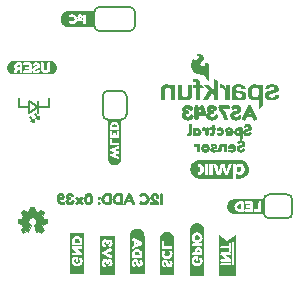
<source format=gbo>
%TF.GenerationSoftware,KiCad,Pcbnew,9.0.0*%
%TF.CreationDate,2025-04-11T12:54:07-06:00*%
%TF.ProjectId,SparkFun_AS7343_Qwiic,53706172-6b46-4756-9e5f-415337333433,v01*%
%TF.SameCoordinates,Original*%
%TF.FileFunction,Legend,Bot*%
%TF.FilePolarity,Positive*%
%FSLAX46Y46*%
G04 Gerber Fmt 4.6, Leading zero omitted, Abs format (unit mm)*
G04 Created by KiCad (PCBNEW 9.0.0) date 2025-04-11 12:54:07*
%MOMM*%
%LPD*%
G01*
G04 APERTURE LIST*
%ADD10C,0.150000*%
%ADD11C,0.000000*%
%ADD12C,0.152400*%
%ADD13C,0.018437*%
G04 APERTURE END LIST*
D10*
X2286000Y15494000D02*
X3048000Y16002000D01*
X2372500Y15207000D02*
X2695500Y14752000D01*
X3048000Y16002000D02*
X3048000Y15494000D01*
X3937000Y16002000D02*
X3937000Y16764000D01*
X3048000Y16002000D02*
X3048000Y16510000D01*
X2792500Y15466000D02*
X3115500Y15011000D01*
X1397000Y16002000D02*
X2286000Y16002000D01*
X3115500Y15011000D02*
X2842500Y15113000D01*
X2695500Y14752000D02*
X2422500Y14854000D01*
X3048000Y16002000D02*
X3937000Y16002000D01*
X3048000Y16002000D02*
X2286000Y16510000D01*
X3115500Y15011000D02*
X3115500Y15293000D01*
X2695500Y14752000D02*
X2695500Y15034000D01*
X1397000Y16764000D02*
X1397000Y16002000D01*
X2286000Y16002000D02*
X2286000Y15494000D01*
X2286000Y16510000D02*
X2286000Y16002000D01*
D11*
%TO.C,kibuzzard-67ED7915*%
G36*
X9591381Y14580126D02*
G01*
X9653183Y14538066D01*
X9695243Y14476264D01*
X9709263Y14403016D01*
X9709263Y14311457D01*
X9328147Y14311457D01*
X9328147Y14404161D01*
X9342024Y14476550D01*
X9383655Y14538066D01*
X9445029Y14580126D01*
X9518133Y14594146D01*
X9591381Y14580126D01*
G37*
G36*
X10075501Y14803588D02*
G01*
X10075501Y11653946D01*
X10075501Y11653851D01*
X10072850Y11599892D01*
X10064923Y11546453D01*
X10051796Y11494049D01*
X10033596Y11443183D01*
X10010498Y11394346D01*
X9982725Y11348009D01*
X9950543Y11304617D01*
X9914263Y11264588D01*
X9874234Y11228308D01*
X9830842Y11196126D01*
X9784504Y11168352D01*
X9735668Y11145254D01*
X9684802Y11127054D01*
X9632397Y11113928D01*
X9578959Y11106001D01*
X9525000Y11103350D01*
X9471041Y11106001D01*
X9417603Y11113928D01*
X9365198Y11127054D01*
X9314332Y11145254D01*
X9265496Y11168352D01*
X9219158Y11196126D01*
X9175766Y11228308D01*
X9135737Y11264588D01*
X9099457Y11304617D01*
X9067275Y11348009D01*
X9039502Y11394346D01*
X9016404Y11443183D01*
X8998204Y11494049D01*
X8985077Y11546453D01*
X8977150Y11599892D01*
X8974499Y11653851D01*
X8974499Y11653946D01*
X8974499Y11976693D01*
X8974499Y12395577D01*
X9118705Y12395577D01*
X9129006Y12346936D01*
X9154757Y12314890D01*
X9178791Y12300012D01*
X9195386Y12293717D01*
X9547890Y12186135D01*
X9196531Y12078553D01*
X9138162Y12041643D01*
X9118705Y11976693D01*
X9135300Y11919468D01*
X9165057Y11888567D01*
X9189664Y11878267D01*
X9780222Y11672258D01*
X9864914Y11667108D01*
X9912983Y11738639D01*
X9918133Y11823903D01*
X9847747Y11870255D01*
X9499821Y11989282D01*
X9842024Y12083131D01*
X9899535Y12118038D01*
X9918705Y12183846D01*
X9915844Y12217036D01*
X9906116Y12242215D01*
X9893526Y12259955D01*
X9878648Y12272544D01*
X9864342Y12279983D01*
X9850036Y12285706D01*
X9840880Y12289139D01*
X9497532Y12382988D01*
X9847747Y12502015D01*
X9918705Y12548367D01*
X9914127Y12634776D01*
X9863770Y12706307D01*
X9780222Y12700012D01*
X9189664Y12495148D01*
X9136445Y12459382D01*
X9118705Y12395577D01*
X8974499Y12395577D01*
X8974499Y12889998D01*
X8974499Y13273402D01*
X9117561Y13273402D01*
X9117561Y12889998D01*
X9125572Y12830484D01*
X9151896Y12798438D01*
X9183369Y12787566D01*
X9222854Y12785849D01*
X9814557Y12785849D01*
X9852897Y12787566D01*
X9884371Y12798438D01*
X9910694Y12830484D01*
X9918705Y12891142D01*
X9910694Y12950656D01*
X9884371Y12982701D01*
X9852897Y12993574D01*
X9813412Y12995291D01*
X9296102Y12995291D01*
X9296102Y13274547D01*
X9294385Y13307165D01*
X9285229Y13333488D01*
X9258333Y13355806D01*
X9206831Y13362673D01*
X9156474Y13355806D01*
X9129006Y13333488D01*
X9119278Y13306021D01*
X9117561Y13273402D01*
X8974499Y13273402D01*
X8974499Y13527480D01*
X8974499Y13948653D01*
X9117561Y13948653D01*
X9117561Y13527480D01*
X9125572Y13467966D01*
X9151896Y13435920D01*
X9183369Y13425048D01*
X9222854Y13423331D01*
X9814557Y13423331D01*
X9896388Y13446793D01*
X9918705Y13530913D01*
X9918705Y13949797D01*
X9916989Y13989282D01*
X9906116Y14020184D01*
X9874070Y14045935D01*
X9813412Y14053946D01*
X9753898Y14045935D01*
X9721853Y14019611D01*
X9710980Y13988138D01*
X9709263Y13948653D01*
X9709263Y13632773D01*
X9607403Y13632773D01*
X9607403Y13844504D01*
X9605687Y13881700D01*
X9596531Y13909168D01*
X9569063Y13930913D01*
X9516989Y13937208D01*
X9466059Y13930913D01*
X9439735Y13908596D01*
X9430579Y13879983D01*
X9428863Y13842215D01*
X9428863Y13632773D01*
X9327003Y13632773D01*
X9327003Y13949797D01*
X9325286Y13989282D01*
X9314413Y14020184D01*
X9282368Y14045935D01*
X9221710Y14053946D01*
X9162196Y14045935D01*
X9130150Y14019611D01*
X9119278Y13988138D01*
X9117561Y13948653D01*
X8974499Y13948653D01*
X8974499Y14206164D01*
X8974499Y14400727D01*
X9118705Y14400727D01*
X9118705Y14206164D01*
X9126717Y14148367D01*
X9151323Y14116893D01*
X9183369Y14104876D01*
X9223999Y14102015D01*
X9815701Y14102015D01*
X9854041Y14103732D01*
X9885515Y14114604D01*
X9911266Y14146650D01*
X9918705Y14207308D01*
X9918705Y14404161D01*
X9911409Y14483131D01*
X9889521Y14556378D01*
X9853040Y14623903D01*
X9801967Y14685706D01*
X9740737Y14737279D01*
X9673784Y14774118D01*
X9601109Y14796221D01*
X9522711Y14803588D01*
X9442203Y14796221D01*
X9367775Y14774118D01*
X9299428Y14737279D01*
X9237160Y14685706D01*
X9185336Y14623689D01*
X9148319Y14555520D01*
X9126109Y14481199D01*
X9118705Y14400727D01*
X8974499Y14400727D01*
X8974499Y14803588D01*
X8974499Y14946650D01*
X10075501Y14946650D01*
X10075501Y14803588D01*
G37*
D12*
%TO.C,JP2*%
X7797800Y24053800D02*
X7797800Y22936200D01*
X8255000Y24511000D02*
X10795000Y24511000D01*
X10795000Y22479000D02*
X8255000Y22479000D01*
X11252200Y24053800D02*
X11252200Y22936200D01*
X7797800Y24053800D02*
G75*
G02*
X8255000Y24511000I457200J0D01*
G01*
X8255000Y22479000D02*
G75*
G02*
X7797800Y22936200I0J457200D01*
G01*
X10795000Y24511000D02*
G75*
G02*
X11252200Y24053800I-1J-457201D01*
G01*
X11252200Y22936200D02*
G75*
G02*
X10795000Y22479000I-457201J1D01*
G01*
D11*
%TO.C,kibuzzard-67F954F3*%
G36*
X1490000Y19394539D02*
G01*
X1348369Y19394539D01*
X1286567Y19417715D01*
X1256953Y19488530D01*
X1284635Y19555483D01*
X1350944Y19582521D01*
X1490000Y19582521D01*
X1490000Y19394539D01*
G37*
G36*
X4134166Y19936848D02*
G01*
X4189702Y19928610D01*
X4244163Y19914968D01*
X4297024Y19896054D01*
X4347778Y19872050D01*
X4395934Y19843186D01*
X4441028Y19809742D01*
X4482628Y19772038D01*
X4520332Y19730438D01*
X4553776Y19685343D01*
X4582640Y19637187D01*
X4606644Y19586434D01*
X4625559Y19533573D01*
X4639200Y19479112D01*
X4647438Y19423576D01*
X4650193Y19367500D01*
X4647438Y19311424D01*
X4639200Y19255888D01*
X4625559Y19201427D01*
X4606644Y19148566D01*
X4582640Y19097813D01*
X4553776Y19049657D01*
X4520332Y19004562D01*
X4482628Y18962962D01*
X4441028Y18925258D01*
X4395934Y18891814D01*
X4347778Y18862950D01*
X4297024Y18838946D01*
X4244163Y18820032D01*
X4189702Y18806390D01*
X4134166Y18798152D01*
X4078090Y18795397D01*
X4077983Y18795397D01*
X3681416Y18795397D01*
X2896009Y18795397D01*
X2380987Y18795397D01*
X1160386Y18795397D01*
X1002017Y18795397D01*
X1001910Y18795397D01*
X945834Y18798152D01*
X890298Y18806390D01*
X835837Y18820032D01*
X782976Y18838946D01*
X732222Y18862950D01*
X684066Y18891814D01*
X638972Y18925258D01*
X597372Y18962962D01*
X559668Y19004562D01*
X544502Y19025011D01*
X1007167Y19025011D01*
X1068970Y18949045D01*
X1160386Y18913637D01*
X1232489Y18973509D01*
X1370258Y19160204D01*
X1490000Y19160204D01*
X1490000Y19035311D01*
X1491931Y18990891D01*
X1504163Y18956127D01*
X1540215Y18927157D01*
X1608455Y18918144D01*
X1675408Y18927157D01*
X1711459Y18956770D01*
X1723691Y18992178D01*
X1725622Y19036599D01*
X1725622Y19699689D01*
X1788712Y19699689D01*
X1797725Y19632736D01*
X1827339Y19596685D01*
X1862747Y19584453D01*
X1907167Y19582521D01*
X2262532Y19582521D01*
X2262532Y19467929D01*
X2024335Y19467929D01*
X1982489Y19465998D01*
X1951588Y19455697D01*
X1927124Y19424796D01*
X1920043Y19366212D01*
X1927124Y19308916D01*
X1952232Y19279303D01*
X1984421Y19269002D01*
X2026910Y19267071D01*
X2262532Y19267071D01*
X2262532Y19152479D01*
X1905880Y19152479D01*
X1861459Y19150547D01*
X1826695Y19138315D01*
X1797725Y19102264D01*
X1788712Y19034024D01*
X1797725Y18967071D01*
X1827339Y18931019D01*
X1862747Y18918788D01*
X1907167Y18916856D01*
X2380987Y18916856D01*
X2447940Y18925869D01*
X2483991Y18955483D01*
X2496223Y18990891D01*
X2498155Y19035311D01*
X2498155Y19207843D01*
X2565107Y19207843D01*
X2570579Y19146363D01*
X2586996Y19090676D01*
X2643004Y19003766D01*
X2722189Y18946470D01*
X2810386Y18913637D01*
X2896009Y18903981D01*
X2968112Y18909775D01*
X3028627Y18923938D01*
X3078197Y18945182D01*
X3118112Y18969646D01*
X3149013Y18994753D01*
X3171545Y19017285D01*
X3185708Y19035311D01*
X3193433Y19044324D01*
X3225622Y19128015D01*
X3171545Y19210418D01*
X3118040Y19240175D01*
X3062246Y19231592D01*
X3004163Y19184667D01*
X2952017Y19137672D01*
X2901159Y19125440D01*
X2825193Y19144109D01*
X2802017Y19203981D01*
X2835494Y19243895D01*
X2936567Y19274152D01*
X2997886Y19290730D01*
X3046652Y19308273D01*
X3118755Y19349474D01*
X3170258Y19404839D01*
X3201159Y19474367D01*
X3211459Y19558058D01*
X3201874Y19632521D01*
X3173119Y19697972D01*
X3171661Y19699689D01*
X3280987Y19699689D01*
X3280987Y19337886D01*
X3287586Y19259989D01*
X3307382Y19183380D01*
X3339410Y19110472D01*
X3382704Y19043680D01*
X3438873Y18986223D01*
X3509528Y18941320D01*
X3591449Y18912350D01*
X3681416Y18902693D01*
X3771223Y18912511D01*
X3852661Y18941964D01*
X3922672Y18987511D01*
X3978197Y19045612D01*
X4020848Y19112886D01*
X4052232Y19185955D01*
X4071545Y19262564D01*
X4077983Y19340461D01*
X4077983Y19700976D01*
X4076052Y19745397D01*
X4063820Y19780805D01*
X4027768Y19810418D01*
X3959528Y19819431D01*
X3891931Y19810418D01*
X3856524Y19781448D01*
X3843648Y19745397D01*
X3841073Y19699689D01*
X3841073Y19340461D01*
X3828197Y19249689D01*
X3776695Y19173723D01*
X3732597Y19148133D01*
X3677554Y19139603D01*
X3611567Y19153444D01*
X3560386Y19194968D01*
X3527554Y19259345D01*
X3516609Y19341749D01*
X3516609Y19707414D01*
X3514034Y19749260D01*
X3501159Y19782736D01*
X3465107Y19810418D01*
X3398155Y19819431D01*
X3331202Y19810418D01*
X3295150Y19780161D01*
X3282918Y19744109D01*
X3280987Y19699689D01*
X3171661Y19699689D01*
X3125193Y19754410D01*
X3062675Y19797686D01*
X2990143Y19823652D01*
X2907597Y19832307D01*
X2810458Y19823723D01*
X2728484Y19797972D01*
X2661674Y19755054D01*
X2615322Y19688745D01*
X2646223Y19609560D01*
X2722189Y19547114D01*
X2808455Y19570933D01*
X2823262Y19583165D01*
X2841288Y19597972D01*
X2866395Y19607629D01*
X2908884Y19612135D01*
X2956524Y19596041D01*
X2977124Y19556770D01*
X2954592Y19514925D01*
X2903734Y19492393D01*
X2825193Y19476298D01*
X2742790Y19456341D01*
X2669882Y19422865D01*
X2613391Y19373938D01*
X2577178Y19304088D01*
X2565107Y19207843D01*
X2498155Y19207843D01*
X2498155Y19700976D01*
X2471760Y19793036D01*
X2377124Y19818144D01*
X1905880Y19818144D01*
X1861459Y19816212D01*
X1826695Y19803981D01*
X1797725Y19767929D01*
X1788712Y19699689D01*
X1725622Y19699689D01*
X1725622Y19700976D01*
X1723691Y19744109D01*
X1711459Y19779517D01*
X1675408Y19809131D01*
X1607167Y19818144D01*
X1348369Y19818144D01*
X1296062Y19812994D01*
X1242146Y19797543D01*
X1188391Y19772436D01*
X1136567Y19738315D01*
X1090376Y19692768D01*
X1053519Y19633380D01*
X1029378Y19563691D01*
X1021330Y19487242D01*
X1033920Y19390819D01*
X1071688Y19307557D01*
X1134635Y19237457D01*
X1041931Y19113852D01*
X1007167Y19025011D01*
X544502Y19025011D01*
X526224Y19049657D01*
X497360Y19097813D01*
X473356Y19148566D01*
X454441Y19201427D01*
X440800Y19255888D01*
X432562Y19311424D01*
X429807Y19367500D01*
X432562Y19423576D01*
X440800Y19479112D01*
X454441Y19533573D01*
X473356Y19586434D01*
X497360Y19637187D01*
X526224Y19685343D01*
X559668Y19730438D01*
X597372Y19772038D01*
X638972Y19809742D01*
X684066Y19843186D01*
X732222Y19872050D01*
X782976Y19896054D01*
X835837Y19914968D01*
X890298Y19928610D01*
X945834Y19936848D01*
X1001910Y19939603D01*
X1002017Y19939603D01*
X4077983Y19939603D01*
X4078090Y19939603D01*
X4134166Y19936848D01*
G37*
%TO.C,kibuzzard-67F027E1*%
G36*
X8288488Y8446312D02*
G01*
X8330870Y8423243D01*
X8353938Y8380504D01*
X8361628Y8313801D01*
X8330870Y8209366D01*
X8224289Y8179323D01*
X8117708Y8209366D01*
X8086950Y8315232D01*
X8094461Y8380861D01*
X8116993Y8423243D01*
X8222858Y8454001D01*
X8288488Y8446312D01*
G37*
G36*
X8289918Y8021419D02*
G01*
X8332300Y7998351D01*
X8355369Y7955611D01*
X8363059Y7888908D01*
X8332300Y7784474D01*
X8225720Y7754431D01*
X8119139Y7784474D01*
X8088381Y7890339D01*
X8095891Y7955969D01*
X8118423Y7998351D01*
X8224289Y8029109D01*
X8289918Y8021419D01*
G37*
G36*
X13569067Y8747278D02*
G01*
X13609124Y8714373D01*
X13622715Y8675031D01*
X13624861Y8627106D01*
X13624861Y7887478D01*
X13622715Y7838122D01*
X13609124Y7798780D01*
X13569067Y7765876D01*
X13494675Y7755861D01*
X13418853Y7765876D01*
X13378795Y7798064D01*
X13365205Y7836691D01*
X13363059Y7886047D01*
X13363059Y8625675D01*
X13365205Y8675031D01*
X13378795Y8714373D01*
X13418853Y8747278D01*
X13493245Y8757292D01*
X13569067Y8747278D01*
G37*
G36*
X10835162Y8736548D02*
G01*
X10885233Y8681469D01*
X11244318Y7937549D01*
X11262916Y7836691D01*
X11182801Y7767306D01*
X11078366Y7746562D01*
X11006835Y7825961D01*
X10941027Y7963300D01*
X10833731Y7963300D01*
X10589096Y7963300D01*
X10523288Y7827392D01*
X10453187Y7745132D01*
X10347322Y7765876D01*
X10267923Y7835976D01*
X10287236Y7937549D01*
X10407622Y8186476D01*
X10699253Y8186476D01*
X10833731Y8186476D01*
X10766492Y8325246D01*
X10699253Y8186476D01*
X10407622Y8186476D01*
X10646320Y8680039D01*
X10695319Y8737979D01*
X10765062Y8757292D01*
X10835162Y8736548D01*
G37*
G36*
X6856621Y8442557D02*
G01*
X6908838Y8347421D01*
X6856621Y8259438D01*
X6719282Y8120668D01*
X6856621Y7980468D01*
X6908123Y7893200D01*
X6856621Y7798780D01*
X6764346Y7747278D01*
X6676363Y7798780D01*
X6537594Y7937549D01*
X6400255Y7798780D01*
X6311557Y7746562D01*
X6219997Y7798780D01*
X6167064Y7892485D01*
X6219997Y7980468D01*
X6357336Y8120668D01*
X6219997Y8259438D01*
X6167064Y8348136D01*
X6219997Y8442557D01*
X6310126Y8494059D01*
X6400255Y8442557D01*
X6537594Y8302356D01*
X6676363Y8442557D01*
X6765062Y8494774D01*
X6856621Y8442557D01*
G37*
G36*
X9224289Y8747993D02*
G01*
X9264346Y8715804D01*
X9277937Y8676462D01*
X9280083Y8628536D01*
X9280083Y7888908D01*
X9276506Y7838122D01*
X9261485Y7798064D01*
X9222143Y7767306D01*
X9149897Y7757292D01*
X9018280Y7757292D01*
X8906692Y7757292D01*
X8806102Y7766546D01*
X8713202Y7794309D01*
X8627991Y7840580D01*
X8550469Y7905361D01*
X8486002Y7983195D01*
X8439954Y8068629D01*
X8412325Y8161664D01*
X8403640Y8256577D01*
X8664918Y8256577D01*
X8682443Y8165196D01*
X8735019Y8088479D01*
X8811914Y8036441D01*
X8902401Y8019094D01*
X9018280Y8019094D01*
X9018280Y8495489D01*
X8903831Y8495489D01*
X8812272Y8477964D01*
X8735019Y8425389D01*
X8682443Y8348136D01*
X8664918Y8256577D01*
X8403640Y8256577D01*
X8403116Y8262299D01*
X8412325Y8360296D01*
X8439954Y8451140D01*
X8486002Y8534831D01*
X8550469Y8611369D01*
X8627722Y8675210D01*
X8712129Y8720811D01*
X8803688Y8748172D01*
X8902401Y8757292D01*
X9148466Y8757292D01*
X9224289Y8747993D01*
G37*
G36*
X10161342Y8747993D02*
G01*
X10201399Y8715804D01*
X10214990Y8676462D01*
X10217136Y8628536D01*
X10217136Y7888908D01*
X10213559Y7838122D01*
X10198538Y7798064D01*
X10159196Y7767306D01*
X10086950Y7757292D01*
X9955333Y7757292D01*
X9843745Y7757292D01*
X9743155Y7766546D01*
X9650255Y7794309D01*
X9565044Y7840580D01*
X9487522Y7905361D01*
X9423055Y7983195D01*
X9377007Y8068629D01*
X9349378Y8161664D01*
X9340693Y8256577D01*
X9601971Y8256577D01*
X9619496Y8165196D01*
X9672072Y8088479D01*
X9748967Y8036441D01*
X9839454Y8019094D01*
X9955333Y8019094D01*
X9955333Y8495489D01*
X9840884Y8495489D01*
X9749325Y8477964D01*
X9672072Y8425389D01*
X9619496Y8348136D01*
X9601971Y8256577D01*
X9340693Y8256577D01*
X9340169Y8262299D01*
X9349378Y8360296D01*
X9377007Y8451140D01*
X9423055Y8534831D01*
X9487522Y8611369D01*
X9564775Y8675210D01*
X9649182Y8720811D01*
X9740741Y8748172D01*
X9839454Y8757292D01*
X10085519Y8757292D01*
X10161342Y8747993D01*
G37*
G36*
X5073756Y8762458D02*
G01*
X5154825Y8730746D01*
X5225720Y8677893D01*
X5280560Y8609621D01*
X5313464Y8531652D01*
X5324432Y8443987D01*
X5313385Y8368165D01*
X5280242Y8299018D01*
X5225004Y8236548D01*
X5154984Y8187271D01*
X5077492Y8157705D01*
X4992529Y8147850D01*
X4983946Y8149307D01*
X4916707Y8160725D01*
X4975521Y8080452D01*
X5058497Y8032288D01*
X5165634Y8016233D01*
X5215705Y8014087D01*
X5255763Y8000496D01*
X5288667Y7960439D01*
X5298681Y7886047D01*
X5289382Y7811655D01*
X5259339Y7771598D01*
X5222143Y7757292D01*
X5177079Y7754431D01*
X5080312Y7761126D01*
X4991442Y7781212D01*
X4910469Y7814688D01*
X4837393Y7861555D01*
X4772215Y7921813D01*
X4717107Y7993000D01*
X4674246Y8072657D01*
X4643631Y8160783D01*
X4625262Y8257378D01*
X4619139Y8362442D01*
X4627029Y8449710D01*
X4888094Y8449710D01*
X4913845Y8400353D01*
X4983946Y8382471D01*
X5044031Y8401784D01*
X5066921Y8452571D01*
X5045462Y8510511D01*
X4976793Y8528393D01*
X4908838Y8509795D01*
X4888094Y8449710D01*
X4627029Y8449710D01*
X4629868Y8481104D01*
X4662057Y8581485D01*
X4715705Y8663587D01*
X4788269Y8724388D01*
X4877206Y8760868D01*
X4982515Y8773029D01*
X5073756Y8762458D01*
G37*
G36*
X13034653Y8758881D02*
G01*
X13124305Y8720732D01*
X13199969Y8657149D01*
X13257193Y8577829D01*
X13291528Y8492469D01*
X13302973Y8401069D01*
X13300827Y8351712D01*
X13287236Y8312371D01*
X13247179Y8279466D01*
X13172787Y8269452D01*
X13096964Y8278751D01*
X13056907Y8308794D01*
X13043316Y8345275D01*
X13041170Y8391054D01*
X13013273Y8480110D01*
X12929582Y8509795D01*
X12857336Y8490482D01*
X12825863Y8453286D01*
X12820856Y8415375D01*
X12833552Y8360296D01*
X12871642Y8306648D01*
X12926185Y8258007D01*
X12988237Y8217950D01*
X13057265Y8177714D01*
X13132730Y8128536D01*
X13201757Y8075783D01*
X13251471Y8024817D01*
X13290097Y7958651D01*
X13302973Y7886047D01*
X13264346Y7792342D01*
X13172787Y7753000D01*
X12656335Y7753000D01*
X12606979Y7755861D01*
X12566206Y7770167D01*
X12533302Y7809509D01*
X12523288Y7883186D01*
X12533302Y7959009D01*
X12565491Y7999066D01*
X12604117Y8013372D01*
X12653474Y8016233D01*
X12832300Y8016233D01*
X12746464Y8067020D01*
X12659196Y8142127D01*
X12617887Y8192914D01*
X12585519Y8253715D01*
X12564597Y8321670D01*
X12557622Y8393916D01*
X12569703Y8493582D01*
X12605945Y8582757D01*
X12666349Y8661441D01*
X12744079Y8722639D01*
X12832300Y8759358D01*
X12931013Y8771598D01*
X13034653Y8758881D01*
G37*
G36*
X12034196Y8763014D02*
G01*
X12100541Y8750139D01*
X12169210Y8727428D01*
X12239310Y8693629D01*
X12306371Y8649996D01*
X12365920Y8597778D01*
X12416707Y8533579D01*
X12457479Y8454001D01*
X12484303Y8362442D01*
X12493245Y8262299D01*
X12484124Y8158222D01*
X12456764Y8063443D01*
X12415455Y7981362D01*
X12364489Y7915375D01*
X12304940Y7861727D01*
X12237880Y7816662D01*
X12168137Y7781791D01*
X12100541Y7758722D01*
X12035984Y7745847D01*
X11975362Y7741555D01*
X11882849Y7750457D01*
X11794151Y7777162D01*
X11709268Y7821670D01*
X11650612Y7865303D01*
X11630584Y7917521D01*
X11662057Y8000496D01*
X11713559Y8061655D01*
X11762200Y8082041D01*
X11833731Y8053429D01*
X11905619Y8018021D01*
X11981084Y8006219D01*
X12089811Y8029109D01*
X12141492Y8061119D01*
X12187808Y8111369D01*
X12220534Y8176999D01*
X12231442Y8255146D01*
X12225362Y8315947D01*
X12207122Y8369595D01*
X12143459Y8447564D01*
X12062629Y8489767D01*
X11981084Y8504073D01*
X11946750Y8502642D01*
X11918137Y8497635D01*
X11895247Y8491913D01*
X11875934Y8484760D01*
X11862343Y8476891D01*
X11850183Y8469023D01*
X11840884Y8462585D01*
X11763631Y8429681D01*
X11714275Y8448994D01*
X11660627Y8506934D01*
X11629153Y8587049D01*
X11642744Y8629967D01*
X11669210Y8660010D01*
X11707837Y8687192D01*
X11798125Y8731700D01*
X11885869Y8758405D01*
X11971070Y8767306D01*
X12034196Y8763014D01*
G37*
G36*
X7414561Y8762120D02*
G01*
X7493245Y8733687D01*
X7557980Y8691305D01*
X7606263Y8639981D01*
X7642565Y8579538D01*
X7671356Y8509795D01*
X7691921Y8438980D01*
X7703545Y8375318D01*
X7708910Y8315232D01*
X7710698Y8255146D01*
X7704976Y8150711D01*
X7684947Y8036977D01*
X7666886Y7977607D01*
X7641313Y7923959D01*
X7571213Y7829538D01*
X7524539Y7790732D01*
X7466063Y7761584D01*
X7397751Y7743343D01*
X7327293Y7737720D01*
X7321571Y7737263D01*
X7235376Y7746205D01*
X7159911Y7773029D01*
X7097322Y7813443D01*
X7049754Y7863157D01*
X7013452Y7921991D01*
X6984661Y7989767D01*
X6963738Y8059867D01*
X6951041Y8125675D01*
X6944604Y8189516D01*
X6942458Y8253715D01*
X6942503Y8255146D01*
X7204260Y8255146D01*
X7204260Y8247993D01*
X7204976Y8190768D01*
X7212844Y8127821D01*
X7231442Y8063443D01*
X7267923Y8019810D01*
X7327293Y8000496D01*
X7380494Y8016323D01*
X7418495Y8063801D01*
X7441295Y8142932D01*
X7448896Y8253715D01*
X7441206Y8365750D01*
X7418137Y8445775D01*
X7379690Y8493790D01*
X7325863Y8509795D01*
X7272662Y8493880D01*
X7234661Y8446133D01*
X7211861Y8366555D01*
X7204260Y8255146D01*
X6942503Y8255146D01*
X6944425Y8316305D01*
X6950326Y8378179D01*
X6962486Y8442735D01*
X6983230Y8513372D01*
X7012021Y8582399D01*
X7048323Y8642127D01*
X7096249Y8692735D01*
X7159911Y8734402D01*
X7236807Y8762299D01*
X7324432Y8771598D01*
X7414561Y8762120D01*
G37*
G36*
X5830155Y8765160D02*
G01*
X5895963Y8747993D01*
X5948896Y8722957D01*
X5991099Y8693629D01*
X6022572Y8662871D01*
X6045462Y8634259D01*
X6059768Y8610654D01*
X6067637Y8594917D01*
X6069783Y8589910D01*
X6090526Y8491197D01*
X6019711Y8412514D01*
X5943094Y8386921D01*
X5883008Y8403612D01*
X5839454Y8462585D01*
X5797966Y8505504D01*
X5736449Y8519810D01*
X5671356Y8501927D01*
X5647751Y8452571D01*
X5668495Y8416090D01*
X5735019Y8406791D01*
X5745033Y8406791D01*
X5790813Y8404645D01*
X5827293Y8392485D01*
X5857336Y8355289D01*
X5866635Y8283758D01*
X5858052Y8220811D01*
X5840884Y8183615D01*
X5808695Y8165732D01*
X5775791Y8159295D01*
X5736449Y8159295D01*
X5653831Y8138551D01*
X5626292Y8076319D01*
X5659911Y8016948D01*
X5749325Y7994774D01*
X5800112Y8002642D01*
X5834446Y8019810D01*
X5855906Y8041269D01*
X5866635Y8058436D01*
X5869496Y8066305D01*
X5910984Y8133544D01*
X5989668Y8149280D01*
X6096964Y8126748D01*
X6132730Y8059152D01*
X6120013Y7977686D01*
X6081863Y7903056D01*
X6018280Y7835260D01*
X5937689Y7781612D01*
X5848514Y7749423D01*
X5750755Y7738694D01*
X5645605Y7749423D01*
X5553330Y7781612D01*
X5473931Y7835260D01*
X5413130Y7905281D01*
X5376649Y7986588D01*
X5364489Y8079180D01*
X5374146Y8147850D01*
X5403116Y8205074D01*
X5483230Y8282328D01*
X5409196Y8353501D01*
X5384518Y8458293D01*
X5395565Y8535070D01*
X5428708Y8607077D01*
X5483946Y8674316D01*
X5557781Y8728362D01*
X5646718Y8760789D01*
X5750755Y8771598D01*
X5830155Y8765160D01*
G37*
D12*
%TO.C,JP1*%
X22148800Y8178800D02*
X22148800Y7061200D01*
X22606000Y8636000D02*
X24130000Y8636000D01*
X24130000Y6604000D02*
X22606000Y6604000D01*
X24587200Y8178800D02*
X24587200Y7061200D01*
X22148800Y8178800D02*
G75*
G02*
X22606000Y8636000I457200J0D01*
G01*
X22606000Y6604000D02*
G75*
G02*
X22148800Y7061200I0J457200D01*
G01*
X24130000Y8636000D02*
G75*
G02*
X24587200Y8178800I-1J-457201D01*
G01*
X24587200Y7061200D02*
G75*
G02*
X24130000Y6604000I-457201J1D01*
G01*
D13*
%TO.C,Ref\u002A\u002A*%
X2705182Y7595661D02*
X2705882Y7595609D01*
X2706579Y7595523D01*
X2707271Y7595404D01*
X2707958Y7595253D01*
X2708639Y7595072D01*
X2709312Y7594859D01*
X2709976Y7594618D01*
X2710631Y7594348D01*
X2711275Y7594050D01*
X2712527Y7593375D01*
X2713724Y7592600D01*
X2714857Y7591731D01*
X2715918Y7590775D01*
X2716899Y7589739D01*
X2717791Y7588631D01*
X2718201Y7588052D01*
X2718586Y7587457D01*
X2718945Y7586847D01*
X2719276Y7586223D01*
X2719579Y7585587D01*
X2719852Y7584938D01*
X2720095Y7584277D01*
X2720306Y7583607D01*
X2720485Y7582926D01*
X2720630Y7582237D01*
X2778966Y7268744D01*
X2779293Y7267353D01*
X2779741Y7265956D01*
X2780303Y7264564D01*
X2780972Y7263186D01*
X2781739Y7261830D01*
X2782596Y7260506D01*
X2783537Y7259222D01*
X2784553Y7257988D01*
X2785637Y7256814D01*
X2786780Y7255707D01*
X2787974Y7254678D01*
X2789213Y7253735D01*
X2790489Y7252887D01*
X2791792Y7252144D01*
X2793117Y7251514D01*
X2794454Y7251008D01*
X3004587Y7164997D01*
X3005895Y7164422D01*
X3007283Y7163942D01*
X3008736Y7163556D01*
X3010244Y7163263D01*
X3011794Y7163062D01*
X3013373Y7162952D01*
X3014971Y7162933D01*
X3016573Y7163003D01*
X3018169Y7163162D01*
X3019747Y7163409D01*
X3021293Y7163744D01*
X3022796Y7164164D01*
X3024243Y7164671D01*
X3025623Y7165261D01*
X3026923Y7165936D01*
X3028131Y7166693D01*
X3290018Y7346422D01*
X3290610Y7346807D01*
X3291219Y7347161D01*
X3291844Y7347486D01*
X3292484Y7347781D01*
X3293138Y7348046D01*
X3293803Y7348282D01*
X3295165Y7348666D01*
X3296560Y7348934D01*
X3297976Y7349086D01*
X3299402Y7349125D01*
X3300829Y7349050D01*
X3302246Y7348862D01*
X3303641Y7348563D01*
X3305004Y7348154D01*
X3306324Y7347636D01*
X3307591Y7347009D01*
X3308201Y7346655D01*
X3308793Y7346274D01*
X3309367Y7345867D01*
X3309921Y7345433D01*
X3310453Y7344973D01*
X3310963Y7344486D01*
X3531549Y7123918D01*
X3532034Y7123407D01*
X3532493Y7122873D01*
X3532926Y7122318D01*
X3533332Y7121743D01*
X3533712Y7121149D01*
X3534065Y7120538D01*
X3534391Y7119911D01*
X3534691Y7119269D01*
X3534964Y7118614D01*
X3535209Y7117947D01*
X3535618Y7116583D01*
X3535918Y7115187D01*
X3536106Y7113771D01*
X3536182Y7112344D01*
X3536144Y7110918D01*
X3535993Y7109503D01*
X3535874Y7108803D01*
X3535726Y7108110D01*
X3535549Y7107425D01*
X3535343Y7106750D01*
X3535107Y7106086D01*
X3534842Y7105433D01*
X3534548Y7104795D01*
X3534223Y7104171D01*
X3533869Y7103563D01*
X3533485Y7102973D01*
X3356872Y6845586D01*
X3356119Y6844369D01*
X3355450Y6843064D01*
X3354867Y6841683D01*
X3354370Y6840236D01*
X3353960Y6838737D01*
X3353638Y6837197D01*
X3353405Y6835628D01*
X3353260Y6834042D01*
X3353206Y6832450D01*
X3353243Y6830864D01*
X3353371Y6829297D01*
X3353592Y6827761D01*
X3353906Y6826266D01*
X3354314Y6824825D01*
X3354817Y6823450D01*
X3355415Y6822152D01*
X3448340Y6605401D01*
X3448588Y6604734D01*
X3448867Y6604070D01*
X3449516Y6602751D01*
X3450278Y6601452D01*
X3451143Y6600181D01*
X3452103Y6598946D01*
X3453148Y6597755D01*
X3454269Y6596615D01*
X3455457Y6595534D01*
X3456703Y6594521D01*
X3457998Y6593582D01*
X3459333Y6592727D01*
X3460698Y6591962D01*
X3462084Y6591296D01*
X3463483Y6590736D01*
X3464884Y6590291D01*
X3465584Y6590114D01*
X3466280Y6589968D01*
X3769356Y6533605D01*
X3770047Y6533456D01*
X3770729Y6533275D01*
X3771400Y6533061D01*
X3772062Y6532815D01*
X3772711Y6532540D01*
X3773349Y6532235D01*
X3773973Y6531902D01*
X3774583Y6531542D01*
X3775178Y6531156D01*
X3775758Y6530744D01*
X3776321Y6530309D01*
X3776866Y6529850D01*
X3777393Y6529370D01*
X3777901Y6528868D01*
X3778389Y6528347D01*
X3778856Y6527806D01*
X3779301Y6527248D01*
X3779724Y6526672D01*
X3780124Y6526081D01*
X3780499Y6525475D01*
X3780849Y6524855D01*
X3781173Y6524222D01*
X3781470Y6523578D01*
X3781739Y6522922D01*
X3781980Y6522257D01*
X3782192Y6521584D01*
X3782373Y6520902D01*
X3782524Y6520214D01*
X3782642Y6519521D01*
X3782728Y6518823D01*
X3782780Y6518121D01*
X3782797Y6517416D01*
X3782779Y6205472D01*
X3782761Y6204768D01*
X3782709Y6204066D01*
X3782623Y6203367D01*
X3782504Y6202672D01*
X3782354Y6201983D01*
X3782172Y6201300D01*
X3781960Y6200625D01*
X3781718Y6199959D01*
X3781150Y6198655D01*
X3780475Y6197399D01*
X3779700Y6196199D01*
X3778831Y6195062D01*
X3777875Y6193998D01*
X3776840Y6193014D01*
X3775731Y6192120D01*
X3775152Y6191709D01*
X3774557Y6191323D01*
X3773947Y6190964D01*
X3773324Y6190633D01*
X3772687Y6190330D01*
X3772038Y6190057D01*
X3771378Y6189815D01*
X3770707Y6189605D01*
X3770027Y6189428D01*
X3769338Y6189284D01*
X3473692Y6134267D01*
X3472997Y6134124D01*
X3472301Y6133949D01*
X3470907Y6133506D01*
X3469519Y6132947D01*
X3468146Y6132279D01*
X3466798Y6131510D01*
X3465482Y6130648D01*
X3464209Y6129702D01*
X3462987Y6128680D01*
X3461825Y6127589D01*
X3460732Y6126438D01*
X3459718Y6125235D01*
X3458791Y6123989D01*
X3457961Y6122706D01*
X3457236Y6121395D01*
X3456626Y6120065D01*
X3456367Y6119395D01*
X3456139Y6118724D01*
X3363841Y5888163D01*
X3363270Y5886851D01*
X3362793Y5885462D01*
X3362410Y5884008D01*
X3362121Y5882500D01*
X3361923Y5880951D01*
X3361817Y5879373D01*
X3361801Y5877777D01*
X3361875Y5876176D01*
X3362038Y5874581D01*
X3362288Y5873006D01*
X3362626Y5871461D01*
X3363050Y5869959D01*
X3363560Y5868511D01*
X3364154Y5867131D01*
X3364832Y5865829D01*
X3365593Y5864618D01*
X3533521Y5619897D01*
X3533904Y5619306D01*
X3534257Y5618699D01*
X3534580Y5618075D01*
X3534874Y5617436D01*
X3535138Y5616783D01*
X3535373Y5616118D01*
X3535755Y5614757D01*
X3536021Y5613363D01*
X3536173Y5611946D01*
X3536210Y5610518D01*
X3536135Y5609090D01*
X3535948Y5607672D01*
X3535650Y5606274D01*
X3535242Y5604909D01*
X3534724Y5603586D01*
X3534099Y5602316D01*
X3533747Y5601704D01*
X3533367Y5601110D01*
X3532961Y5600534D01*
X3532529Y5599979D01*
X3532070Y5599445D01*
X3531586Y5598933D01*
X3310981Y5378365D01*
X3310471Y5377882D01*
X3309939Y5377425D01*
X3309385Y5376994D01*
X3308811Y5376590D01*
X3308219Y5376211D01*
X3307609Y5375860D01*
X3306983Y5375535D01*
X3306342Y5375237D01*
X3305688Y5374965D01*
X3305022Y5374721D01*
X3303659Y5374314D01*
X3302264Y5374017D01*
X3300847Y5373830D01*
X3299420Y5373754D01*
X3297994Y5373791D01*
X3296578Y5373942D01*
X3295877Y5374060D01*
X3295183Y5374207D01*
X3294498Y5374382D01*
X3293821Y5374587D01*
X3293156Y5374821D01*
X3292502Y5375084D01*
X3291862Y5375376D01*
X3291237Y5375698D01*
X3290628Y5376049D01*
X3290036Y5376430D01*
X3049648Y5541427D01*
X3048439Y5542177D01*
X3047144Y5542834D01*
X3045775Y5543399D01*
X3044343Y5543872D01*
X3042861Y5544252D01*
X3041339Y5544538D01*
X3039791Y5544732D01*
X3038228Y5544831D01*
X3036661Y5544837D01*
X3035103Y5544749D01*
X3033566Y5544566D01*
X3032061Y5544288D01*
X3030600Y5543915D01*
X3029195Y5543446D01*
X3027858Y5542882D01*
X3026601Y5542222D01*
X2920585Y5485619D01*
X2919953Y5485316D01*
X2919315Y5485049D01*
X2918673Y5484819D01*
X2918028Y5484625D01*
X2917380Y5484466D01*
X2916732Y5484341D01*
X2916083Y5484252D01*
X2915436Y5484197D01*
X2914791Y5484175D01*
X2914150Y5484187D01*
X2913513Y5484232D01*
X2912882Y5484309D01*
X2912257Y5484418D01*
X2911640Y5484559D01*
X2911033Y5484731D01*
X2910435Y5484934D01*
X2909849Y5485168D01*
X2909275Y5485431D01*
X2908715Y5485724D01*
X2908169Y5486046D01*
X2907639Y5486397D01*
X2907126Y5486777D01*
X2906630Y5487184D01*
X2906154Y5487618D01*
X2905698Y5488080D01*
X2905263Y5488569D01*
X2904850Y5489083D01*
X2904461Y5489624D01*
X2904097Y5490190D01*
X2903758Y5490780D01*
X2903446Y5491396D01*
X2903162Y5492035D01*
X2684567Y6020214D01*
X2684312Y6020872D01*
X2684091Y6021539D01*
X2683903Y6022214D01*
X2683748Y6022898D01*
X2683625Y6023587D01*
X2683534Y6024281D01*
X2683446Y6025680D01*
X2683480Y6027083D01*
X2683633Y6028482D01*
X2683902Y6029864D01*
X2684283Y6031222D01*
X2684774Y6032544D01*
X2685370Y6033820D01*
X2686069Y6035041D01*
X2686867Y6036196D01*
X2687760Y6037276D01*
X2688242Y6037785D01*
X2688746Y6038270D01*
X2689273Y6038732D01*
X2689822Y6039169D01*
X2690392Y6039579D01*
X2690983Y6039961D01*
X2717515Y6056205D01*
X2719430Y6057421D01*
X2721472Y6058809D01*
X2723603Y6060339D01*
X2725786Y6061980D01*
X2727984Y6063703D01*
X2730160Y6065476D01*
X2732275Y6067271D01*
X2734293Y6069055D01*
X2751853Y6081077D01*
X2768613Y6094130D01*
X2784526Y6108168D01*
X2799546Y6123146D01*
X2813629Y6139019D01*
X2826727Y6155741D01*
X2838795Y6173266D01*
X2849788Y6191550D01*
X2859659Y6210546D01*
X2864159Y6220297D01*
X2868362Y6230209D01*
X2872262Y6240276D01*
X2875852Y6250493D01*
X2879128Y6260855D01*
X2882083Y6271354D01*
X2884713Y6281986D01*
X2887010Y6292746D01*
X2888969Y6303626D01*
X2890585Y6314622D01*
X2891852Y6325728D01*
X2892764Y6336939D01*
X2893315Y6348247D01*
X2893501Y6359649D01*
X2893052Y6377402D01*
X2891719Y6394922D01*
X2889525Y6412188D01*
X2886491Y6429177D01*
X2882639Y6445867D01*
X2877989Y6462238D01*
X2872565Y6478268D01*
X2866388Y6493934D01*
X2859479Y6509216D01*
X2851860Y6524091D01*
X2843553Y6538538D01*
X2834579Y6552535D01*
X2824960Y6566060D01*
X2814718Y6579093D01*
X2803875Y6591610D01*
X2792452Y6603591D01*
X2780470Y6615014D01*
X2767952Y6625857D01*
X2754920Y6636098D01*
X2741394Y6645716D01*
X2727397Y6654690D01*
X2712950Y6662996D01*
X2698075Y6670615D01*
X2682794Y6677523D01*
X2667128Y6683700D01*
X2651099Y6689124D01*
X2634728Y6693772D01*
X2618038Y6697625D01*
X2601051Y6700658D01*
X2583786Y6702852D01*
X2566268Y6704184D01*
X2548516Y6704633D01*
X2530765Y6704184D01*
X2513246Y6702852D01*
X2495982Y6700658D01*
X2478995Y6697625D01*
X2462305Y6693772D01*
X2445935Y6689124D01*
X2429907Y6683700D01*
X2414242Y6677523D01*
X2398961Y6670615D01*
X2384087Y6662996D01*
X2369641Y6654690D01*
X2355644Y6645716D01*
X2342119Y6636098D01*
X2329088Y6625857D01*
X2316571Y6615014D01*
X2304590Y6603591D01*
X2293168Y6591610D01*
X2282325Y6579092D01*
X2272084Y6566060D01*
X2262466Y6552535D01*
X2253493Y6538537D01*
X2245187Y6524091D01*
X2237568Y6509216D01*
X2230660Y6493934D01*
X2224483Y6478268D01*
X2219060Y6462238D01*
X2214411Y6445867D01*
X2210559Y6429176D01*
X2207525Y6412188D01*
X2205331Y6394922D01*
X2203999Y6377402D01*
X2203550Y6359649D01*
X2204286Y6336939D01*
X2206465Y6314622D01*
X2210039Y6292746D01*
X2214965Y6271354D01*
X2221195Y6250493D01*
X2228684Y6230209D01*
X2237386Y6210546D01*
X2247256Y6191550D01*
X2258248Y6173266D01*
X2270316Y6155741D01*
X2283414Y6139019D01*
X2297497Y6123146D01*
X2312518Y6108168D01*
X2328433Y6094130D01*
X2345195Y6081077D01*
X2362758Y6069055D01*
X2364765Y6067271D01*
X2366873Y6065476D01*
X2369044Y6063703D01*
X2371240Y6061980D01*
X2373421Y6060339D01*
X2375551Y6058809D01*
X2377590Y6057421D01*
X2379500Y6056205D01*
X2406031Y6039961D01*
X2406619Y6039579D01*
X2407186Y6039169D01*
X2407732Y6038732D01*
X2408257Y6038270D01*
X2408759Y6037785D01*
X2409239Y6037276D01*
X2409696Y6036747D01*
X2410130Y6036197D01*
X2410540Y6035628D01*
X2410926Y6035041D01*
X2411287Y6034438D01*
X2411623Y6033820D01*
X2411934Y6033188D01*
X2412219Y6032544D01*
X2412478Y6031888D01*
X2412710Y6031222D01*
X2412915Y6030547D01*
X2413093Y6029865D01*
X2413242Y6029176D01*
X2413363Y6028482D01*
X2413456Y6027784D01*
X2413519Y6027084D01*
X2413552Y6026382D01*
X2413555Y6025680D01*
X2413528Y6024980D01*
X2413470Y6024282D01*
X2413380Y6023587D01*
X2413259Y6022898D01*
X2413106Y6022214D01*
X2412919Y6021539D01*
X2412700Y6020872D01*
X2412447Y6020214D01*
X2193870Y5492017D01*
X2193587Y5491377D01*
X2193275Y5490761D01*
X2192936Y5490171D01*
X2192572Y5489605D01*
X2192183Y5489065D01*
X2191771Y5488551D01*
X2191337Y5488063D01*
X2190881Y5487602D01*
X2190405Y5487168D01*
X2189910Y5486761D01*
X2189398Y5486382D01*
X2188868Y5486032D01*
X2188323Y5485711D01*
X2187763Y5485418D01*
X2187190Y5485155D01*
X2186604Y5484922D01*
X2186007Y5484720D01*
X2185400Y5484548D01*
X2184783Y5484408D01*
X2184159Y5484298D01*
X2183528Y5484221D01*
X2182891Y5484177D01*
X2182249Y5484165D01*
X2181604Y5484186D01*
X2180957Y5484241D01*
X2180308Y5484330D01*
X2179658Y5484453D01*
X2179010Y5484611D01*
X2178364Y5484805D01*
X2177720Y5485034D01*
X2177081Y5485299D01*
X2176447Y5485600D01*
X2070432Y5542203D01*
X2069171Y5542864D01*
X2067832Y5543430D01*
X2066426Y5543899D01*
X2064964Y5544274D01*
X2063458Y5544553D01*
X2061921Y5544737D01*
X2060363Y5544827D01*
X2058797Y5544822D01*
X2057235Y5544723D01*
X2055688Y5544529D01*
X2054168Y5544242D01*
X2052687Y5543862D01*
X2051256Y5543388D01*
X2049887Y5542821D01*
X2048593Y5542161D01*
X2047385Y5541408D01*
X1806978Y5376411D01*
X1806388Y5376030D01*
X1805780Y5375679D01*
X1805156Y5375358D01*
X1804517Y5375065D01*
X1803864Y5374802D01*
X1803200Y5374569D01*
X1801839Y5374188D01*
X1800445Y5373923D01*
X1799029Y5373773D01*
X1797603Y5373736D01*
X1796176Y5373811D01*
X1794760Y5373998D01*
X1793365Y5374295D01*
X1792002Y5374702D01*
X1790683Y5375218D01*
X1789417Y5375841D01*
X1788808Y5376192D01*
X1788216Y5376571D01*
X1787643Y5376975D01*
X1787091Y5377406D01*
X1786560Y5377863D01*
X1786052Y5378346D01*
X1565447Y5598914D01*
X1564960Y5599426D01*
X1564500Y5599960D01*
X1564066Y5600515D01*
X1563659Y5601091D01*
X1563278Y5601685D01*
X1562924Y5602297D01*
X1562597Y5602924D01*
X1562297Y5603567D01*
X1562024Y5604222D01*
X1561778Y5604890D01*
X1561369Y5606256D01*
X1561070Y5607653D01*
X1560883Y5609071D01*
X1560808Y5610500D01*
X1560846Y5611927D01*
X1560999Y5613344D01*
X1561119Y5614044D01*
X1561267Y5614738D01*
X1561444Y5615424D01*
X1561651Y5616099D01*
X1561887Y5616764D01*
X1562153Y5617417D01*
X1562448Y5618056D01*
X1562772Y5618680D01*
X1563127Y5619288D01*
X1563511Y5619878D01*
X1731458Y5864599D01*
X1732213Y5865810D01*
X1732886Y5867112D01*
X1733476Y5868492D01*
X1733982Y5869940D01*
X1734404Y5871442D01*
X1734741Y5872987D01*
X1734990Y5874563D01*
X1735153Y5876157D01*
X1735227Y5877758D01*
X1735212Y5879354D01*
X1735106Y5880932D01*
X1734909Y5882481D01*
X1734620Y5883989D01*
X1734238Y5885443D01*
X1733762Y5886832D01*
X1733191Y5888144D01*
X1640893Y6118705D01*
X1640665Y6119377D01*
X1640404Y6120046D01*
X1639793Y6121377D01*
X1639069Y6122687D01*
X1638240Y6123970D01*
X1637315Y6125216D01*
X1636304Y6126419D01*
X1635214Y6127570D01*
X1634056Y6128661D01*
X1632837Y6129683D01*
X1631567Y6130629D01*
X1630254Y6131491D01*
X1628907Y6132260D01*
X1627535Y6132928D01*
X1626148Y6133487D01*
X1625450Y6133724D01*
X1624752Y6133930D01*
X1624055Y6134105D01*
X1623359Y6134247D01*
X1327713Y6189265D01*
X1327026Y6189408D01*
X1326347Y6189586D01*
X1325678Y6189796D01*
X1325018Y6190038D01*
X1324370Y6190311D01*
X1323734Y6190614D01*
X1323111Y6190945D01*
X1322502Y6191304D01*
X1321907Y6191690D01*
X1321328Y6192101D01*
X1320765Y6192536D01*
X1320220Y6192995D01*
X1319692Y6193476D01*
X1319184Y6193978D01*
X1318695Y6194501D01*
X1318227Y6195043D01*
X1317781Y6195603D01*
X1317357Y6196179D01*
X1316957Y6196772D01*
X1316581Y6197380D01*
X1316230Y6198002D01*
X1315905Y6198636D01*
X1315606Y6199282D01*
X1315336Y6199939D01*
X1315094Y6200606D01*
X1314881Y6201281D01*
X1314699Y6201964D01*
X1314548Y6202653D01*
X1314429Y6203347D01*
X1314343Y6204046D01*
X1314290Y6204749D01*
X1314273Y6205453D01*
X1314236Y6517398D01*
X1314252Y6518104D01*
X1314302Y6518807D01*
X1314387Y6519507D01*
X1314504Y6520202D01*
X1314653Y6520891D01*
X1314834Y6521573D01*
X1315045Y6522248D01*
X1315285Y6522914D01*
X1315555Y6523570D01*
X1315851Y6524216D01*
X1316524Y6525470D01*
X1317298Y6526668D01*
X1318166Y6527803D01*
X1319120Y6528866D01*
X1320153Y6529849D01*
X1321260Y6530743D01*
X1322432Y6531541D01*
X1323041Y6531901D01*
X1323663Y6532234D01*
X1324298Y6532539D01*
X1324946Y6532815D01*
X1325605Y6533060D01*
X1326274Y6533274D01*
X1326953Y6533456D01*
X1327640Y6533604D01*
X1630735Y6589968D01*
X1632124Y6590291D01*
X1633521Y6590736D01*
X1634915Y6591296D01*
X1636299Y6591962D01*
X1637662Y6592726D01*
X1638995Y6593582D01*
X1640290Y6594520D01*
X1641537Y6595534D01*
X1642726Y6596614D01*
X1643849Y6597754D01*
X1644896Y6598946D01*
X1645858Y6600181D01*
X1646726Y6601452D01*
X1647491Y6602750D01*
X1648143Y6604069D01*
X1648674Y6605400D01*
X1741581Y6822152D01*
X1742182Y6823449D01*
X1742688Y6824824D01*
X1743098Y6826265D01*
X1743414Y6827760D01*
X1743636Y6829297D01*
X1743765Y6830864D01*
X1743802Y6832450D01*
X1743747Y6834041D01*
X1743602Y6835628D01*
X1743366Y6837197D01*
X1743041Y6838737D01*
X1742628Y6840236D01*
X1742127Y6841682D01*
X1741539Y6843064D01*
X1740864Y6844369D01*
X1740104Y6845585D01*
X1563510Y7102973D01*
X1563129Y7103563D01*
X1562778Y7104171D01*
X1562455Y7104795D01*
X1562163Y7105433D01*
X1561899Y7106085D01*
X1561664Y7106750D01*
X1561282Y7108110D01*
X1561015Y7109503D01*
X1560863Y7110918D01*
X1560823Y7112344D01*
X1560897Y7113771D01*
X1561082Y7115187D01*
X1561379Y7116583D01*
X1561786Y7117947D01*
X1562302Y7119269D01*
X1562927Y7120537D01*
X1563280Y7121149D01*
X1563660Y7121742D01*
X1564066Y7122318D01*
X1564499Y7122873D01*
X1564959Y7123407D01*
X1565445Y7123918D01*
X1786013Y7344486D01*
X1786525Y7344972D01*
X1787058Y7345433D01*
X1787613Y7345866D01*
X1788188Y7346274D01*
X1788782Y7346654D01*
X1789392Y7347008D01*
X1790019Y7347335D01*
X1790660Y7347635D01*
X1791314Y7347908D01*
X1791980Y7348154D01*
X1793343Y7348563D01*
X1794737Y7348862D01*
X1796151Y7349049D01*
X1797576Y7349124D01*
X1799001Y7349086D01*
X1800414Y7348933D01*
X1801113Y7348814D01*
X1801806Y7348666D01*
X1802490Y7348488D01*
X1803164Y7348281D01*
X1803828Y7348046D01*
X1804480Y7347780D01*
X1805118Y7347485D01*
X1805742Y7347161D01*
X1806349Y7346806D01*
X1806939Y7346422D01*
X2068845Y7166693D01*
X2070056Y7165935D01*
X2071359Y7165261D01*
X2072741Y7164670D01*
X2074191Y7164164D01*
X2075695Y7163744D01*
X2077242Y7163409D01*
X2078820Y7163162D01*
X2080417Y7163003D01*
X2082019Y7162932D01*
X2083616Y7162952D01*
X2085194Y7163061D01*
X2086743Y7163262D01*
X2088248Y7163556D01*
X2089700Y7163942D01*
X2091084Y7164422D01*
X2092389Y7164996D01*
X2302503Y7251007D01*
X2303172Y7251245D01*
X2303838Y7251514D01*
X2304501Y7251814D01*
X2305160Y7252144D01*
X2306462Y7252887D01*
X2307737Y7253735D01*
X2308975Y7254678D01*
X2310170Y7255707D01*
X2311313Y7256814D01*
X2312397Y7257988D01*
X2313414Y7259222D01*
X2314356Y7260505D01*
X2315215Y7261830D01*
X2315983Y7263185D01*
X2316653Y7264564D01*
X2317216Y7265956D01*
X2317664Y7267352D01*
X2317843Y7268049D01*
X2317991Y7268744D01*
X2376346Y7582237D01*
X2376491Y7582926D01*
X2376670Y7583607D01*
X2376881Y7584277D01*
X2377124Y7584938D01*
X2377397Y7585587D01*
X2377700Y7586223D01*
X2378032Y7586847D01*
X2378390Y7587457D01*
X2378775Y7588052D01*
X2379186Y7588631D01*
X2379621Y7589194D01*
X2380078Y7589739D01*
X2380559Y7590267D01*
X2381060Y7590775D01*
X2381581Y7591263D01*
X2382122Y7591731D01*
X2382680Y7592176D01*
X2383256Y7592600D01*
X2383847Y7592999D01*
X2384454Y7593375D01*
X2385074Y7593726D01*
X2385707Y7594050D01*
X2386352Y7594348D01*
X2387008Y7594618D01*
X2387673Y7594859D01*
X2388347Y7595072D01*
X2389029Y7595253D01*
X2389717Y7595404D01*
X2390411Y7595523D01*
X2391110Y7595609D01*
X2391812Y7595661D01*
X2392516Y7595678D01*
X2704479Y7595678D01*
X2705182Y7595661D01*
G36*
X2705182Y7595661D02*
G01*
X2705882Y7595609D01*
X2706579Y7595523D01*
X2707271Y7595404D01*
X2707958Y7595253D01*
X2708639Y7595072D01*
X2709312Y7594859D01*
X2709976Y7594618D01*
X2710631Y7594348D01*
X2711275Y7594050D01*
X2712527Y7593375D01*
X2713724Y7592600D01*
X2714857Y7591731D01*
X2715918Y7590775D01*
X2716899Y7589739D01*
X2717791Y7588631D01*
X2718201Y7588052D01*
X2718586Y7587457D01*
X2718945Y7586847D01*
X2719276Y7586223D01*
X2719579Y7585587D01*
X2719852Y7584938D01*
X2720095Y7584277D01*
X2720306Y7583607D01*
X2720485Y7582926D01*
X2720630Y7582237D01*
X2778966Y7268744D01*
X2779293Y7267353D01*
X2779741Y7265956D01*
X2780303Y7264564D01*
X2780972Y7263186D01*
X2781739Y7261830D01*
X2782596Y7260506D01*
X2783537Y7259222D01*
X2784553Y7257988D01*
X2785637Y7256814D01*
X2786780Y7255707D01*
X2787974Y7254678D01*
X2789213Y7253735D01*
X2790489Y7252887D01*
X2791792Y7252144D01*
X2793117Y7251514D01*
X2794454Y7251008D01*
X3004587Y7164997D01*
X3005895Y7164422D01*
X3007283Y7163942D01*
X3008736Y7163556D01*
X3010244Y7163263D01*
X3011794Y7163062D01*
X3013373Y7162952D01*
X3014971Y7162933D01*
X3016573Y7163003D01*
X3018169Y7163162D01*
X3019747Y7163409D01*
X3021293Y7163744D01*
X3022796Y7164164D01*
X3024243Y7164671D01*
X3025623Y7165261D01*
X3026923Y7165936D01*
X3028131Y7166693D01*
X3290018Y7346422D01*
X3290610Y7346807D01*
X3291219Y7347161D01*
X3291844Y7347486D01*
X3292484Y7347781D01*
X3293138Y7348046D01*
X3293803Y7348282D01*
X3295165Y7348666D01*
X3296560Y7348934D01*
X3297976Y7349086D01*
X3299402Y7349125D01*
X3300829Y7349050D01*
X3302246Y7348862D01*
X3303641Y7348563D01*
X3305004Y7348154D01*
X3306324Y7347636D01*
X3307591Y7347009D01*
X3308201Y7346655D01*
X3308793Y7346274D01*
X3309367Y7345867D01*
X3309921Y7345433D01*
X3310453Y7344973D01*
X3310963Y7344486D01*
X3531549Y7123918D01*
X3532034Y7123407D01*
X3532493Y7122873D01*
X3532926Y7122318D01*
X3533332Y7121743D01*
X3533712Y7121149D01*
X3534065Y7120538D01*
X3534391Y7119911D01*
X3534691Y7119269D01*
X3534964Y7118614D01*
X3535209Y7117947D01*
X3535618Y7116583D01*
X3535918Y7115187D01*
X3536106Y7113771D01*
X3536182Y7112344D01*
X3536144Y7110918D01*
X3535993Y7109503D01*
X3535874Y7108803D01*
X3535726Y7108110D01*
X3535549Y7107425D01*
X3535343Y7106750D01*
X3535107Y7106086D01*
X3534842Y7105433D01*
X3534548Y7104795D01*
X3534223Y7104171D01*
X3533869Y7103563D01*
X3533485Y7102973D01*
X3356872Y6845586D01*
X3356119Y6844369D01*
X3355450Y6843064D01*
X3354867Y6841683D01*
X3354370Y6840236D01*
X3353960Y6838737D01*
X3353638Y6837197D01*
X3353405Y6835628D01*
X3353260Y6834042D01*
X3353206Y6832450D01*
X3353243Y6830864D01*
X3353371Y6829297D01*
X3353592Y6827761D01*
X3353906Y6826266D01*
X3354314Y6824825D01*
X3354817Y6823450D01*
X3355415Y6822152D01*
X3448340Y6605401D01*
X3448588Y6604734D01*
X3448867Y6604070D01*
X3449516Y6602751D01*
X3450278Y6601452D01*
X3451143Y6600181D01*
X3452103Y6598946D01*
X3453148Y6597755D01*
X3454269Y6596615D01*
X3455457Y6595534D01*
X3456703Y6594521D01*
X3457998Y6593582D01*
X3459333Y6592727D01*
X3460698Y6591962D01*
X3462084Y6591296D01*
X3463483Y6590736D01*
X3464884Y6590291D01*
X3465584Y6590114D01*
X3466280Y6589968D01*
X3769356Y6533605D01*
X3770047Y6533456D01*
X3770729Y6533275D01*
X3771400Y6533061D01*
X3772062Y6532815D01*
X3772711Y6532540D01*
X3773349Y6532235D01*
X3773973Y6531902D01*
X3774583Y6531542D01*
X3775178Y6531156D01*
X3775758Y6530744D01*
X3776321Y6530309D01*
X3776866Y6529850D01*
X3777393Y6529370D01*
X3777901Y6528868D01*
X3778389Y6528347D01*
X3778856Y6527806D01*
X3779301Y6527248D01*
X3779724Y6526672D01*
X3780124Y6526081D01*
X3780499Y6525475D01*
X3780849Y6524855D01*
X3781173Y6524222D01*
X3781470Y6523578D01*
X3781739Y6522922D01*
X3781980Y6522257D01*
X3782192Y6521584D01*
X3782373Y6520902D01*
X3782524Y6520214D01*
X3782642Y6519521D01*
X3782728Y6518823D01*
X3782780Y6518121D01*
X3782797Y6517416D01*
X3782779Y6205472D01*
X3782761Y6204768D01*
X3782709Y6204066D01*
X3782623Y6203367D01*
X3782504Y6202672D01*
X3782354Y6201983D01*
X3782172Y6201300D01*
X3781960Y6200625D01*
X3781718Y6199959D01*
X3781150Y6198655D01*
X3780475Y6197399D01*
X3779700Y6196199D01*
X3778831Y6195062D01*
X3777875Y6193998D01*
X3776840Y6193014D01*
X3775731Y6192120D01*
X3775152Y6191709D01*
X3774557Y6191323D01*
X3773947Y6190964D01*
X3773324Y6190633D01*
X3772687Y6190330D01*
X3772038Y6190057D01*
X3771378Y6189815D01*
X3770707Y6189605D01*
X3770027Y6189428D01*
X3769338Y6189284D01*
X3473692Y6134267D01*
X3472997Y6134124D01*
X3472301Y6133949D01*
X3470907Y6133506D01*
X3469519Y6132947D01*
X3468146Y6132279D01*
X3466798Y6131510D01*
X3465482Y6130648D01*
X3464209Y6129702D01*
X3462987Y6128680D01*
X3461825Y6127589D01*
X3460732Y6126438D01*
X3459718Y6125235D01*
X3458791Y6123989D01*
X3457961Y6122706D01*
X3457236Y6121395D01*
X3456626Y6120065D01*
X3456367Y6119395D01*
X3456139Y6118724D01*
X3363841Y5888163D01*
X3363270Y5886851D01*
X3362793Y5885462D01*
X3362410Y5884008D01*
X3362121Y5882500D01*
X3361923Y5880951D01*
X3361817Y5879373D01*
X3361801Y5877777D01*
X3361875Y5876176D01*
X3362038Y5874581D01*
X3362288Y5873006D01*
X3362626Y5871461D01*
X3363050Y5869959D01*
X3363560Y5868511D01*
X3364154Y5867131D01*
X3364832Y5865829D01*
X3365593Y5864618D01*
X3533521Y5619897D01*
X3533904Y5619306D01*
X3534257Y5618699D01*
X3534580Y5618075D01*
X3534874Y5617436D01*
X3535138Y5616783D01*
X3535373Y5616118D01*
X3535755Y5614757D01*
X3536021Y5613363D01*
X3536173Y5611946D01*
X3536210Y5610518D01*
X3536135Y5609090D01*
X3535948Y5607672D01*
X3535650Y5606274D01*
X3535242Y5604909D01*
X3534724Y5603586D01*
X3534099Y5602316D01*
X3533747Y5601704D01*
X3533367Y5601110D01*
X3532961Y5600534D01*
X3532529Y5599979D01*
X3532070Y5599445D01*
X3531586Y5598933D01*
X3310981Y5378365D01*
X3310471Y5377882D01*
X3309939Y5377425D01*
X3309385Y5376994D01*
X3308811Y5376590D01*
X3308219Y5376211D01*
X3307609Y5375860D01*
X3306983Y5375535D01*
X3306342Y5375237D01*
X3305688Y5374965D01*
X3305022Y5374721D01*
X3303659Y5374314D01*
X3302264Y5374017D01*
X3300847Y5373830D01*
X3299420Y5373754D01*
X3297994Y5373791D01*
X3296578Y5373942D01*
X3295877Y5374060D01*
X3295183Y5374207D01*
X3294498Y5374382D01*
X3293821Y5374587D01*
X3293156Y5374821D01*
X3292502Y5375084D01*
X3291862Y5375376D01*
X3291237Y5375698D01*
X3290628Y5376049D01*
X3290036Y5376430D01*
X3049648Y5541427D01*
X3048439Y5542177D01*
X3047144Y5542834D01*
X3045775Y5543399D01*
X3044343Y5543872D01*
X3042861Y5544252D01*
X3041339Y5544538D01*
X3039791Y5544732D01*
X3038228Y5544831D01*
X3036661Y5544837D01*
X3035103Y5544749D01*
X3033566Y5544566D01*
X3032061Y5544288D01*
X3030600Y5543915D01*
X3029195Y5543446D01*
X3027858Y5542882D01*
X3026601Y5542222D01*
X2920585Y5485619D01*
X2919953Y5485316D01*
X2919315Y5485049D01*
X2918673Y5484819D01*
X2918028Y5484625D01*
X2917380Y5484466D01*
X2916732Y5484341D01*
X2916083Y5484252D01*
X2915436Y5484197D01*
X2914791Y5484175D01*
X2914150Y5484187D01*
X2913513Y5484232D01*
X2912882Y5484309D01*
X2912257Y5484418D01*
X2911640Y5484559D01*
X2911033Y5484731D01*
X2910435Y5484934D01*
X2909849Y5485168D01*
X2909275Y5485431D01*
X2908715Y5485724D01*
X2908169Y5486046D01*
X2907639Y5486397D01*
X2907126Y5486777D01*
X2906630Y5487184D01*
X2906154Y5487618D01*
X2905698Y5488080D01*
X2905263Y5488569D01*
X2904850Y5489083D01*
X2904461Y5489624D01*
X2904097Y5490190D01*
X2903758Y5490780D01*
X2903446Y5491396D01*
X2903162Y5492035D01*
X2684567Y6020214D01*
X2684312Y6020872D01*
X2684091Y6021539D01*
X2683903Y6022214D01*
X2683748Y6022898D01*
X2683625Y6023587D01*
X2683534Y6024281D01*
X2683446Y6025680D01*
X2683480Y6027083D01*
X2683633Y6028482D01*
X2683902Y6029864D01*
X2684283Y6031222D01*
X2684774Y6032544D01*
X2685370Y6033820D01*
X2686069Y6035041D01*
X2686867Y6036196D01*
X2687760Y6037276D01*
X2688242Y6037785D01*
X2688746Y6038270D01*
X2689273Y6038732D01*
X2689822Y6039169D01*
X2690392Y6039579D01*
X2690983Y6039961D01*
X2717515Y6056205D01*
X2719430Y6057421D01*
X2721472Y6058809D01*
X2723603Y6060339D01*
X2725786Y6061980D01*
X2727984Y6063703D01*
X2730160Y6065476D01*
X2732275Y6067271D01*
X2734293Y6069055D01*
X2751853Y6081077D01*
X2768613Y6094130D01*
X2784526Y6108168D01*
X2799546Y6123146D01*
X2813629Y6139019D01*
X2826727Y6155741D01*
X2838795Y6173266D01*
X2849788Y6191550D01*
X2859659Y6210546D01*
X2864159Y6220297D01*
X2868362Y6230209D01*
X2872262Y6240276D01*
X2875852Y6250493D01*
X2879128Y6260855D01*
X2882083Y6271354D01*
X2884713Y6281986D01*
X2887010Y6292746D01*
X2888969Y6303626D01*
X2890585Y6314622D01*
X2891852Y6325728D01*
X2892764Y6336939D01*
X2893315Y6348247D01*
X2893501Y6359649D01*
X2893052Y6377402D01*
X2891719Y6394922D01*
X2889525Y6412188D01*
X2886491Y6429177D01*
X2882639Y6445867D01*
X2877989Y6462238D01*
X2872565Y6478268D01*
X2866388Y6493934D01*
X2859479Y6509216D01*
X2851860Y6524091D01*
X2843553Y6538538D01*
X2834579Y6552535D01*
X2824960Y6566060D01*
X2814718Y6579093D01*
X2803875Y6591610D01*
X2792452Y6603591D01*
X2780470Y6615014D01*
X2767952Y6625857D01*
X2754920Y6636098D01*
X2741394Y6645716D01*
X2727397Y6654690D01*
X2712950Y6662996D01*
X2698075Y6670615D01*
X2682794Y6677523D01*
X2667128Y6683700D01*
X2651099Y6689124D01*
X2634728Y6693772D01*
X2618038Y6697625D01*
X2601051Y6700658D01*
X2583786Y6702852D01*
X2566268Y6704184D01*
X2548516Y6704633D01*
X2530765Y6704184D01*
X2513246Y6702852D01*
X2495982Y6700658D01*
X2478995Y6697625D01*
X2462305Y6693772D01*
X2445935Y6689124D01*
X2429907Y6683700D01*
X2414242Y6677523D01*
X2398961Y6670615D01*
X2384087Y6662996D01*
X2369641Y6654690D01*
X2355644Y6645716D01*
X2342119Y6636098D01*
X2329088Y6625857D01*
X2316571Y6615014D01*
X2304590Y6603591D01*
X2293168Y6591610D01*
X2282325Y6579092D01*
X2272084Y6566060D01*
X2262466Y6552535D01*
X2253493Y6538537D01*
X2245187Y6524091D01*
X2237568Y6509216D01*
X2230660Y6493934D01*
X2224483Y6478268D01*
X2219060Y6462238D01*
X2214411Y6445867D01*
X2210559Y6429176D01*
X2207525Y6412188D01*
X2205331Y6394922D01*
X2203999Y6377402D01*
X2203550Y6359649D01*
X2204286Y6336939D01*
X2206465Y6314622D01*
X2210039Y6292746D01*
X2214965Y6271354D01*
X2221195Y6250493D01*
X2228684Y6230209D01*
X2237386Y6210546D01*
X2247256Y6191550D01*
X2258248Y6173266D01*
X2270316Y6155741D01*
X2283414Y6139019D01*
X2297497Y6123146D01*
X2312518Y6108168D01*
X2328433Y6094130D01*
X2345195Y6081077D01*
X2362758Y6069055D01*
X2364765Y6067271D01*
X2366873Y6065476D01*
X2369044Y6063703D01*
X2371240Y6061980D01*
X2373421Y6060339D01*
X2375551Y6058809D01*
X2377590Y6057421D01*
X2379500Y6056205D01*
X2406031Y6039961D01*
X2406619Y6039579D01*
X2407186Y6039169D01*
X2407732Y6038732D01*
X2408257Y6038270D01*
X2408759Y6037785D01*
X2409239Y6037276D01*
X2409696Y6036747D01*
X2410130Y6036197D01*
X2410540Y6035628D01*
X2410926Y6035041D01*
X2411287Y6034438D01*
X2411623Y6033820D01*
X2411934Y6033188D01*
X2412219Y6032544D01*
X2412478Y6031888D01*
X2412710Y6031222D01*
X2412915Y6030547D01*
X2413093Y6029865D01*
X2413242Y6029176D01*
X2413363Y6028482D01*
X2413456Y6027784D01*
X2413519Y6027084D01*
X2413552Y6026382D01*
X2413555Y6025680D01*
X2413528Y6024980D01*
X2413470Y6024282D01*
X2413380Y6023587D01*
X2413259Y6022898D01*
X2413106Y6022214D01*
X2412919Y6021539D01*
X2412700Y6020872D01*
X2412447Y6020214D01*
X2193870Y5492017D01*
X2193587Y5491377D01*
X2193275Y5490761D01*
X2192936Y5490171D01*
X2192572Y5489605D01*
X2192183Y5489065D01*
X2191771Y5488551D01*
X2191337Y5488063D01*
X2190881Y5487602D01*
X2190405Y5487168D01*
X2189910Y5486761D01*
X2189398Y5486382D01*
X2188868Y5486032D01*
X2188323Y5485711D01*
X2187763Y5485418D01*
X2187190Y5485155D01*
X2186604Y5484922D01*
X2186007Y5484720D01*
X2185400Y5484548D01*
X2184783Y5484408D01*
X2184159Y5484298D01*
X2183528Y5484221D01*
X2182891Y5484177D01*
X2182249Y5484165D01*
X2181604Y5484186D01*
X2180957Y5484241D01*
X2180308Y5484330D01*
X2179658Y5484453D01*
X2179010Y5484611D01*
X2178364Y5484805D01*
X2177720Y5485034D01*
X2177081Y5485299D01*
X2176447Y5485600D01*
X2070432Y5542203D01*
X2069171Y5542864D01*
X2067832Y5543430D01*
X2066426Y5543899D01*
X2064964Y5544274D01*
X2063458Y5544553D01*
X2061921Y5544737D01*
X2060363Y5544827D01*
X2058797Y5544822D01*
X2057235Y5544723D01*
X2055688Y5544529D01*
X2054168Y5544242D01*
X2052687Y5543862D01*
X2051256Y5543388D01*
X2049887Y5542821D01*
X2048593Y5542161D01*
X2047385Y5541408D01*
X1806978Y5376411D01*
X1806388Y5376030D01*
X1805780Y5375679D01*
X1805156Y5375358D01*
X1804517Y5375065D01*
X1803864Y5374802D01*
X1803200Y5374569D01*
X1801839Y5374188D01*
X1800445Y5373923D01*
X1799029Y5373773D01*
X1797603Y5373736D01*
X1796176Y5373811D01*
X1794760Y5373998D01*
X1793365Y5374295D01*
X1792002Y5374702D01*
X1790683Y5375218D01*
X1789417Y5375841D01*
X1788808Y5376192D01*
X1788216Y5376571D01*
X1787643Y5376975D01*
X1787091Y5377406D01*
X1786560Y5377863D01*
X1786052Y5378346D01*
X1565447Y5598914D01*
X1564960Y5599426D01*
X1564500Y5599960D01*
X1564066Y5600515D01*
X1563659Y5601091D01*
X1563278Y5601685D01*
X1562924Y5602297D01*
X1562597Y5602924D01*
X1562297Y5603567D01*
X1562024Y5604222D01*
X1561778Y5604890D01*
X1561369Y5606256D01*
X1561070Y5607653D01*
X1560883Y5609071D01*
X1560808Y5610500D01*
X1560846Y5611927D01*
X1560999Y5613344D01*
X1561119Y5614044D01*
X1561267Y5614738D01*
X1561444Y5615424D01*
X1561651Y5616099D01*
X1561887Y5616764D01*
X1562153Y5617417D01*
X1562448Y5618056D01*
X1562772Y5618680D01*
X1563127Y5619288D01*
X1563511Y5619878D01*
X1731458Y5864599D01*
X1732213Y5865810D01*
X1732886Y5867112D01*
X1733476Y5868492D01*
X1733982Y5869940D01*
X1734404Y5871442D01*
X1734741Y5872987D01*
X1734990Y5874563D01*
X1735153Y5876157D01*
X1735227Y5877758D01*
X1735212Y5879354D01*
X1735106Y5880932D01*
X1734909Y5882481D01*
X1734620Y5883989D01*
X1734238Y5885443D01*
X1733762Y5886832D01*
X1733191Y5888144D01*
X1640893Y6118705D01*
X1640665Y6119377D01*
X1640404Y6120046D01*
X1639793Y6121377D01*
X1639069Y6122687D01*
X1638240Y6123970D01*
X1637315Y6125216D01*
X1636304Y6126419D01*
X1635214Y6127570D01*
X1634056Y6128661D01*
X1632837Y6129683D01*
X1631567Y6130629D01*
X1630254Y6131491D01*
X1628907Y6132260D01*
X1627535Y6132928D01*
X1626148Y6133487D01*
X1625450Y6133724D01*
X1624752Y6133930D01*
X1624055Y6134105D01*
X1623359Y6134247D01*
X1327713Y6189265D01*
X1327026Y6189408D01*
X1326347Y6189586D01*
X1325678Y6189796D01*
X1325018Y6190038D01*
X1324370Y6190311D01*
X1323734Y6190614D01*
X1323111Y6190945D01*
X1322502Y6191304D01*
X1321907Y6191690D01*
X1321328Y6192101D01*
X1320765Y6192536D01*
X1320220Y6192995D01*
X1319692Y6193476D01*
X1319184Y6193978D01*
X1318695Y6194501D01*
X1318227Y6195043D01*
X1317781Y6195603D01*
X1317357Y6196179D01*
X1316957Y6196772D01*
X1316581Y6197380D01*
X1316230Y6198002D01*
X1315905Y6198636D01*
X1315606Y6199282D01*
X1315336Y6199939D01*
X1315094Y6200606D01*
X1314881Y6201281D01*
X1314699Y6201964D01*
X1314548Y6202653D01*
X1314429Y6203347D01*
X1314343Y6204046D01*
X1314290Y6204749D01*
X1314273Y6205453D01*
X1314236Y6517398D01*
X1314252Y6518104D01*
X1314302Y6518807D01*
X1314387Y6519507D01*
X1314504Y6520202D01*
X1314653Y6520891D01*
X1314834Y6521573D01*
X1315045Y6522248D01*
X1315285Y6522914D01*
X1315555Y6523570D01*
X1315851Y6524216D01*
X1316524Y6525470D01*
X1317298Y6526668D01*
X1318166Y6527803D01*
X1319120Y6528866D01*
X1320153Y6529849D01*
X1321260Y6530743D01*
X1322432Y6531541D01*
X1323041Y6531901D01*
X1323663Y6532234D01*
X1324298Y6532539D01*
X1324946Y6532815D01*
X1325605Y6533060D01*
X1326274Y6533274D01*
X1326953Y6533456D01*
X1327640Y6533604D01*
X1630735Y6589968D01*
X1632124Y6590291D01*
X1633521Y6590736D01*
X1634915Y6591296D01*
X1636299Y6591962D01*
X1637662Y6592726D01*
X1638995Y6593582D01*
X1640290Y6594520D01*
X1641537Y6595534D01*
X1642726Y6596614D01*
X1643849Y6597754D01*
X1644896Y6598946D01*
X1645858Y6600181D01*
X1646726Y6601452D01*
X1647491Y6602750D01*
X1648143Y6604069D01*
X1648674Y6605400D01*
X1741581Y6822152D01*
X1742182Y6823449D01*
X1742688Y6824824D01*
X1743098Y6826265D01*
X1743414Y6827760D01*
X1743636Y6829297D01*
X1743765Y6830864D01*
X1743802Y6832450D01*
X1743747Y6834041D01*
X1743602Y6835628D01*
X1743366Y6837197D01*
X1743041Y6838737D01*
X1742628Y6840236D01*
X1742127Y6841682D01*
X1741539Y6843064D01*
X1740864Y6844369D01*
X1740104Y6845585D01*
X1563510Y7102973D01*
X1563129Y7103563D01*
X1562778Y7104171D01*
X1562455Y7104795D01*
X1562163Y7105433D01*
X1561899Y7106085D01*
X1561664Y7106750D01*
X1561282Y7108110D01*
X1561015Y7109503D01*
X1560863Y7110918D01*
X1560823Y7112344D01*
X1560897Y7113771D01*
X1561082Y7115187D01*
X1561379Y7116583D01*
X1561786Y7117947D01*
X1562302Y7119269D01*
X1562927Y7120537D01*
X1563280Y7121149D01*
X1563660Y7121742D01*
X1564066Y7122318D01*
X1564499Y7122873D01*
X1564959Y7123407D01*
X1565445Y7123918D01*
X1786013Y7344486D01*
X1786525Y7344972D01*
X1787058Y7345433D01*
X1787613Y7345866D01*
X1788188Y7346274D01*
X1788782Y7346654D01*
X1789392Y7347008D01*
X1790019Y7347335D01*
X1790660Y7347635D01*
X1791314Y7347908D01*
X1791980Y7348154D01*
X1793343Y7348563D01*
X1794737Y7348862D01*
X1796151Y7349049D01*
X1797576Y7349124D01*
X1799001Y7349086D01*
X1800414Y7348933D01*
X1801113Y7348814D01*
X1801806Y7348666D01*
X1802490Y7348488D01*
X1803164Y7348281D01*
X1803828Y7348046D01*
X1804480Y7347780D01*
X1805118Y7347485D01*
X1805742Y7347161D01*
X1806349Y7346806D01*
X1806939Y7346422D01*
X2068845Y7166693D01*
X2070056Y7165935D01*
X2071359Y7165261D01*
X2072741Y7164670D01*
X2074191Y7164164D01*
X2075695Y7163744D01*
X2077242Y7163409D01*
X2078820Y7163162D01*
X2080417Y7163003D01*
X2082019Y7162932D01*
X2083616Y7162952D01*
X2085194Y7163061D01*
X2086743Y7163262D01*
X2088248Y7163556D01*
X2089700Y7163942D01*
X2091084Y7164422D01*
X2092389Y7164996D01*
X2302503Y7251007D01*
X2303172Y7251245D01*
X2303838Y7251514D01*
X2304501Y7251814D01*
X2305160Y7252144D01*
X2306462Y7252887D01*
X2307737Y7253735D01*
X2308975Y7254678D01*
X2310170Y7255707D01*
X2311313Y7256814D01*
X2312397Y7257988D01*
X2313414Y7259222D01*
X2314356Y7260505D01*
X2315215Y7261830D01*
X2315983Y7263185D01*
X2316653Y7264564D01*
X2317216Y7265956D01*
X2317664Y7267352D01*
X2317843Y7268049D01*
X2317991Y7268744D01*
X2376346Y7582237D01*
X2376491Y7582926D01*
X2376670Y7583607D01*
X2376881Y7584277D01*
X2377124Y7584938D01*
X2377397Y7585587D01*
X2377700Y7586223D01*
X2378032Y7586847D01*
X2378390Y7587457D01*
X2378775Y7588052D01*
X2379186Y7588631D01*
X2379621Y7589194D01*
X2380078Y7589739D01*
X2380559Y7590267D01*
X2381060Y7590775D01*
X2381581Y7591263D01*
X2382122Y7591731D01*
X2382680Y7592176D01*
X2383256Y7592600D01*
X2383847Y7592999D01*
X2384454Y7593375D01*
X2385074Y7593726D01*
X2385707Y7594050D01*
X2386352Y7594348D01*
X2387008Y7594618D01*
X2387673Y7594859D01*
X2388347Y7595072D01*
X2389029Y7595253D01*
X2389717Y7595404D01*
X2390411Y7595523D01*
X2391110Y7595609D01*
X2391812Y7595661D01*
X2392516Y7595678D01*
X2704479Y7595678D01*
X2705182Y7595661D01*
G37*
D11*
%TO.C,kibuzzard-67BF7F13*%
G36*
X11495021Y4498519D02*
G01*
X11370129Y4438004D01*
X11370129Y4559034D01*
X11495021Y4498519D01*
G37*
G36*
X11515622Y3772017D02*
G01*
X11585150Y3724700D01*
X11632468Y3655172D01*
X11648240Y3572768D01*
X11648240Y3469764D01*
X11219485Y3469764D01*
X11219485Y3574056D01*
X11235097Y3655494D01*
X11281931Y3724700D01*
X11350976Y3772017D01*
X11433219Y3787790D01*
X11515622Y3772017D01*
G37*
G36*
X11491650Y5746349D02*
G01*
X11552706Y5737292D01*
X11612580Y5722294D01*
X11670696Y5701500D01*
X11726494Y5675110D01*
X11779437Y5643377D01*
X11829014Y5606608D01*
X11874749Y5565157D01*
X11916200Y5519422D01*
X11952969Y5469845D01*
X11984702Y5416902D01*
X12011092Y5361104D01*
X12031887Y5302988D01*
X12046884Y5243114D01*
X12055941Y5182058D01*
X12058970Y5120408D01*
X12058970Y4959464D01*
X12058970Y2514399D01*
X12058970Y1870622D01*
X10801030Y1870622D01*
X10801030Y2514399D01*
X10801030Y2849163D01*
X10969700Y2849163D01*
X10975494Y2777060D01*
X10989657Y2716545D01*
X11010901Y2666974D01*
X11035365Y2627060D01*
X11060472Y2596159D01*
X11083004Y2573627D01*
X11101030Y2559464D01*
X11110043Y2551738D01*
X11193734Y2519549D01*
X11276137Y2573627D01*
X11305894Y2627132D01*
X11297310Y2682926D01*
X11250386Y2741009D01*
X11203391Y2793155D01*
X11191159Y2844013D01*
X11209828Y2919979D01*
X11269700Y2943155D01*
X11309614Y2909678D01*
X11339871Y2808605D01*
X11356448Y2747285D01*
X11373991Y2698519D01*
X11415193Y2626416D01*
X11470558Y2574914D01*
X11540086Y2544013D01*
X11623777Y2533712D01*
X11698240Y2543298D01*
X11763691Y2572053D01*
X11820129Y2619979D01*
X11863405Y2682496D01*
X11889371Y2755029D01*
X11898026Y2837575D01*
X11889442Y2934714D01*
X11863691Y3016688D01*
X11820773Y3083498D01*
X11754464Y3129850D01*
X11675279Y3098948D01*
X11612833Y3022983D01*
X11636652Y2936717D01*
X11648884Y2921910D01*
X11663691Y2903884D01*
X11673348Y2878777D01*
X11677854Y2836288D01*
X11661760Y2788648D01*
X11622489Y2768047D01*
X11580644Y2790579D01*
X11558112Y2841438D01*
X11542017Y2919979D01*
X11522060Y3002382D01*
X11488584Y3075290D01*
X11439657Y3131781D01*
X11369807Y3167994D01*
X11273562Y3180064D01*
X11212082Y3174592D01*
X11156395Y3158176D01*
X11069485Y3102167D01*
X11012189Y3022983D01*
X10979356Y2934785D01*
X10969700Y2849163D01*
X10801030Y2849163D01*
X10801030Y3351309D01*
X10801030Y3570193D01*
X10983863Y3570193D01*
X10983863Y3351309D01*
X10992876Y3286288D01*
X11020558Y3250880D01*
X11056609Y3237361D01*
X11102318Y3234142D01*
X11767983Y3234142D01*
X11811116Y3236073D01*
X11846524Y3248305D01*
X11875494Y3284356D01*
X11883863Y3352597D01*
X11883863Y3574056D01*
X11875655Y3662897D01*
X11851030Y3745300D01*
X11809989Y3821266D01*
X11752532Y3890794D01*
X11683648Y3948814D01*
X11608326Y3990258D01*
X11526567Y4015123D01*
X11438369Y4023412D01*
X11347798Y4015123D01*
X11264067Y3990258D01*
X11187175Y3948814D01*
X11117124Y3890794D01*
X11058822Y3821025D01*
X11017178Y3744335D01*
X10992192Y3660724D01*
X10983863Y3570193D01*
X10801030Y3570193D01*
X10801030Y4780494D01*
X10972918Y4780494D01*
X11046953Y4717403D01*
X11169270Y4658176D01*
X11169270Y4341438D01*
X11045665Y4282210D01*
X10974206Y4217833D01*
X10992876Y4123841D01*
X11055322Y4051738D01*
X11146094Y4068476D01*
X11815622Y4391652D01*
X11865193Y4436717D01*
X11883863Y4499807D01*
X11866481Y4562575D01*
X11814335Y4606674D01*
X11146094Y4929850D01*
X11054678Y4947232D01*
X10991588Y4875773D01*
X10972918Y4780494D01*
X10801030Y4780494D01*
X10801030Y4959464D01*
X10801030Y5120408D01*
X10804059Y5182058D01*
X10813116Y5243114D01*
X10828113Y5302988D01*
X10848908Y5361104D01*
X10875298Y5416902D01*
X10907031Y5469845D01*
X10943800Y5519422D01*
X10985251Y5565157D01*
X11030986Y5606608D01*
X11080563Y5643377D01*
X11133506Y5675110D01*
X11189304Y5701500D01*
X11247420Y5722294D01*
X11307294Y5737292D01*
X11368350Y5746349D01*
X11430000Y5749378D01*
X11491650Y5746349D01*
G37*
%TO.C,kibuzzard-67ED66FD*%
G36*
X16455057Y12916738D02*
G01*
X16527303Y12867382D01*
X16567361Y12911373D01*
X16650336Y12926037D01*
X16725443Y12916023D01*
X16764785Y12883834D01*
X16778376Y12845923D01*
X16780522Y12797282D01*
X16780522Y12330901D01*
X16778376Y12281545D01*
X16764785Y12242203D01*
X16725443Y12209299D01*
X16651767Y12199285D01*
X16575944Y12209299D01*
X16535887Y12241488D01*
X16522296Y12279399D01*
X16520150Y12328040D01*
X16520150Y12607010D01*
X16492253Y12659227D01*
X16421438Y12679971D01*
X16386388Y12669242D01*
X16331309Y12658512D01*
X16251195Y12707868D01*
X16227589Y12763126D01*
X16219721Y12830186D01*
X16237604Y12884549D01*
X16284099Y12916738D01*
X16335601Y12929614D01*
X16378519Y12933190D01*
X16455057Y12916738D01*
G37*
G36*
X17322248Y12930726D02*
G01*
X17410947Y12893292D01*
X17490107Y12830901D01*
X17552101Y12751184D01*
X17589297Y12661771D01*
X17601695Y12562661D01*
X17588502Y12460213D01*
X17548921Y12370323D01*
X17482954Y12292990D01*
X17401091Y12233778D01*
X17313824Y12198251D01*
X17224013Y12186775D01*
X17221152Y12186409D01*
X17129354Y12198013D01*
X17042802Y12232825D01*
X16961495Y12290844D01*
X16895925Y12367620D01*
X16856583Y12458703D01*
X16843469Y12564092D01*
X16843644Y12565522D01*
X17105272Y12565522D01*
X17143898Y12476824D01*
X17224013Y12448212D01*
X17302697Y12476824D01*
X17339893Y12564092D01*
X17306273Y12647783D01*
X17225443Y12681402D01*
X17138176Y12649928D01*
X17105272Y12565522D01*
X16843644Y12565522D01*
X16855788Y12664553D01*
X16892746Y12754204D01*
X16954342Y12833047D01*
X17033582Y12894246D01*
X17123472Y12930965D01*
X17224013Y12943205D01*
X17322248Y12930726D01*
G37*
G36*
X18986531Y12916738D02*
G01*
X19025873Y12885980D01*
X19039464Y12848784D01*
X19042325Y12801574D01*
X19042325Y12330901D01*
X19040179Y12281545D01*
X19026588Y12242918D01*
X18987246Y12210730D01*
X18913569Y12200715D01*
X18839177Y12210730D01*
X18799120Y12242918D01*
X18785529Y12281545D01*
X18783383Y12329471D01*
X18783383Y12564092D01*
X18754771Y12639199D01*
X18678948Y12667096D01*
X18603841Y12639914D01*
X18577375Y12564092D01*
X18577375Y12330901D01*
X18575229Y12282976D01*
X18561638Y12243634D01*
X18521581Y12210730D01*
X18445758Y12200715D01*
X18370651Y12210730D01*
X18331309Y12242918D01*
X18317718Y12281545D01*
X18315572Y12329471D01*
X18315572Y12564092D01*
X18323997Y12663599D01*
X18349271Y12750389D01*
X18391395Y12824464D01*
X18448937Y12880893D01*
X18520468Y12914751D01*
X18605987Y12926037D01*
X18709707Y12898856D01*
X18786245Y12837339D01*
X18790536Y12866667D01*
X18806273Y12893848D01*
X18844900Y12917454D01*
X18912139Y12926037D01*
X18986531Y12916738D01*
G37*
G36*
X19545504Y12929932D02*
G01*
X19639686Y12894405D01*
X19719721Y12835193D01*
X19780522Y12757225D01*
X19817003Y12665427D01*
X19829163Y12559800D01*
X19823619Y12494707D01*
X19806989Y12431044D01*
X19779449Y12369528D01*
X19741180Y12310873D01*
X19688784Y12259192D01*
X19618863Y12218598D01*
X19534456Y12192310D01*
X19438605Y12183548D01*
X19308419Y12191685D01*
X19215429Y12216094D01*
X19159635Y12256778D01*
X19141037Y12313734D01*
X19159635Y12379542D01*
X19198262Y12431044D01*
X19245472Y12448212D01*
X19311280Y12429614D01*
X19427160Y12411016D01*
X19511567Y12431044D01*
X19554485Y12485408D01*
X19249764Y12485408D01*
X19191645Y12496316D01*
X19146044Y12529041D01*
X19116538Y12581795D01*
X19106702Y12652790D01*
X19107005Y12654220D01*
X19355629Y12654220D01*
X19394256Y12619886D01*
X19554485Y12619886D01*
X19520866Y12683548D01*
X19440036Y12711445D01*
X19378519Y12696423D01*
X19355629Y12654220D01*
X19107005Y12654220D01*
X19127983Y12753290D01*
X19191824Y12848784D01*
X19256917Y12900445D01*
X19338701Y12931442D01*
X19437175Y12941774D01*
X19545504Y12929932D01*
G37*
G36*
X18019038Y12933906D02*
G01*
X18094145Y12914592D01*
X18153197Y12882403D01*
X18210601Y12811409D01*
X18229735Y12714306D01*
X18218737Y12633923D01*
X18185744Y12568741D01*
X18130755Y12518759D01*
X18053770Y12483977D01*
X17976516Y12464664D01*
X17905701Y12444635D01*
X17884957Y12419599D01*
X17939320Y12396710D01*
X18045901Y12431760D01*
X18145329Y12466810D01*
X18201123Y12438197D01*
X18240823Y12371674D01*
X18254056Y12320887D01*
X18229199Y12268312D01*
X18154628Y12225036D01*
X18056810Y12196066D01*
X17962210Y12186409D01*
X17847361Y12196309D01*
X17758033Y12226009D01*
X17694227Y12275508D01*
X17655944Y12344807D01*
X17643183Y12433906D01*
X17662496Y12536910D01*
X17718290Y12602718D01*
X17786960Y12635622D01*
X17864928Y12654220D01*
X17887818Y12657797D01*
X17910708Y12661373D01*
X17930737Y12665665D01*
X17949335Y12670672D01*
X17965072Y12675680D01*
X17978662Y12682117D01*
X17987961Y12689986D01*
X17994399Y12700000D01*
X17996545Y12712876D01*
X17943612Y12741488D01*
X17854914Y12715737D01*
X17776230Y12689986D01*
X17704700Y12744349D01*
X17673584Y12833763D01*
X17729020Y12893133D01*
X17828805Y12928541D01*
X17927876Y12940343D01*
X18019038Y12933906D01*
G37*
G36*
X20342913Y13206835D02*
G01*
X20423504Y13177984D01*
X20492969Y13129900D01*
X20546219Y13067191D01*
X20578170Y12994468D01*
X20588820Y12911731D01*
X20577375Y12818741D01*
X20543040Y12741488D01*
X20485815Y12679971D01*
X20405701Y12634192D01*
X20351516Y12614700D01*
X20283383Y12596280D01*
X20171080Y12562661D01*
X20133884Y12518312D01*
X20159635Y12451788D01*
X20244041Y12431044D01*
X20300551Y12444635D01*
X20358491Y12496853D01*
X20423027Y12548991D01*
X20485021Y12558528D01*
X20544471Y12525465D01*
X20604557Y12433906D01*
X20568791Y12340916D01*
X20560207Y12330901D01*
X20544471Y12310873D01*
X20519435Y12285837D01*
X20485100Y12257940D01*
X20440751Y12230758D01*
X20385672Y12207153D01*
X20318433Y12191416D01*
X20238319Y12184979D01*
X20143183Y12195708D01*
X20045186Y12232189D01*
X19957203Y12295851D01*
X19894971Y12392418D01*
X19876731Y12454292D01*
X19870651Y12522604D01*
X19884063Y12629542D01*
X19924299Y12707153D01*
X19987067Y12761516D01*
X20068076Y12798712D01*
X20159635Y12820887D01*
X20246903Y12838770D01*
X20303412Y12863805D01*
X20328448Y12910300D01*
X20305558Y12953934D01*
X20252625Y12971817D01*
X20205415Y12966810D01*
X20177518Y12956080D01*
X20157489Y12939628D01*
X20141037Y12926037D01*
X20045186Y12899571D01*
X19960780Y12968956D01*
X19926445Y13056938D01*
X19977947Y13130615D01*
X20052180Y13178302D01*
X20143263Y13206915D01*
X20251195Y13216452D01*
X20342913Y13206835D01*
G37*
%TO.C,kibuzzard-67BF7F2F*%
G36*
X14031271Y5467875D02*
G01*
X14091952Y5458874D01*
X14151459Y5443968D01*
X14209218Y5423302D01*
X14264674Y5397073D01*
X14317291Y5365536D01*
X14366564Y5328992D01*
X14412018Y5287796D01*
X14453214Y5242342D01*
X14489758Y5193069D01*
X14521295Y5140451D01*
X14547524Y5084996D01*
X14568190Y5027237D01*
X14583096Y4967730D01*
X14592097Y4907049D01*
X14595107Y4845778D01*
X14595107Y4684834D01*
X14595107Y2475392D01*
X14595107Y1831615D01*
X13344893Y1831615D01*
X13344893Y2475392D01*
X13344893Y2810156D01*
X13505837Y2810156D01*
X13511631Y2738053D01*
X13525794Y2677538D01*
X13547039Y2627967D01*
X13571502Y2588053D01*
X13596609Y2557151D01*
X13619142Y2534619D01*
X13637167Y2520456D01*
X13646180Y2512731D01*
X13729871Y2480542D01*
X13812275Y2534619D01*
X13842031Y2588124D01*
X13833448Y2643918D01*
X13786524Y2702001D01*
X13739528Y2754147D01*
X13727296Y2805005D01*
X13745966Y2880971D01*
X13805837Y2904147D01*
X13845751Y2870671D01*
X13876009Y2769598D01*
X13892586Y2708278D01*
X13910129Y2659512D01*
X13951330Y2587409D01*
X14006695Y2535907D01*
X14076223Y2505005D01*
X14159914Y2494705D01*
X14234378Y2504290D01*
X14299828Y2533045D01*
X14356266Y2580971D01*
X14399542Y2643489D01*
X14425508Y2716021D01*
X14434163Y2798568D01*
X14425579Y2895706D01*
X14399828Y2977681D01*
X14356910Y3044490D01*
X14290601Y3090842D01*
X14211416Y3059941D01*
X14148970Y2983975D01*
X14172790Y2897709D01*
X14185021Y2882902D01*
X14199828Y2864877D01*
X14209485Y2839769D01*
X14213991Y2797280D01*
X14197897Y2749641D01*
X14158627Y2729040D01*
X14116781Y2751572D01*
X14094249Y2802430D01*
X14078155Y2880971D01*
X14058197Y2963374D01*
X14024721Y3036282D01*
X13975794Y3092774D01*
X13905944Y3128986D01*
X13809700Y3141057D01*
X13748219Y3135585D01*
X13692532Y3119168D01*
X13605622Y3063160D01*
X13548326Y2983975D01*
X13515494Y2895778D01*
X13505837Y2810156D01*
X13344893Y2810156D01*
X13344893Y3643203D01*
X13505837Y3643203D01*
X13509700Y3588643D01*
X13521288Y3530542D01*
X13542049Y3469705D01*
X13573433Y3406937D01*
X13613991Y3346583D01*
X13662275Y3292988D01*
X13721663Y3247119D01*
X13795536Y3209941D01*
X13880837Y3185317D01*
X13974506Y3177108D01*
X14064635Y3185156D01*
X14147039Y3209297D01*
X14218659Y3245993D01*
X14276438Y3291701D01*
X14323433Y3345295D01*
X14362704Y3405649D01*
X14393122Y3468739D01*
X14413562Y3530542D01*
X14425150Y3590252D01*
X14429013Y3647065D01*
X14421001Y3723746D01*
X14396967Y3802716D01*
X14356910Y3883975D01*
X14332446Y3918739D01*
X14305408Y3942559D01*
X14266781Y3954791D01*
X14194678Y3926465D01*
X14142532Y3878181D01*
X14125150Y3833761D01*
X14154764Y3764233D01*
X14160558Y3755864D01*
X14167639Y3744920D01*
X14174721Y3732688D01*
X14181159Y3715306D01*
X14186309Y3694705D01*
X14190815Y3668954D01*
X14192103Y3638053D01*
X14179227Y3564662D01*
X14141245Y3491915D01*
X14071073Y3434619D01*
X14022790Y3418203D01*
X13968069Y3412731D01*
X13897736Y3422548D01*
X13838670Y3452001D01*
X13793444Y3493686D01*
X13764635Y3540199D01*
X13744034Y3638053D01*
X13754657Y3705971D01*
X13786524Y3770671D01*
X13812275Y3835048D01*
X13793927Y3878825D01*
X13738884Y3925177D01*
X13664206Y3953503D01*
X13617210Y3935477D01*
X13577940Y3882688D01*
X13537883Y3806293D01*
X13513848Y3726465D01*
X13505837Y3643203D01*
X13344893Y3643203D01*
X13344893Y4153074D01*
X13344893Y4584405D01*
X13518712Y4584405D01*
X13518712Y4153074D01*
X13527725Y4086121D01*
X13557339Y4050070D01*
X13592747Y4037838D01*
X13637167Y4035907D01*
X14302833Y4035907D01*
X14345966Y4037838D01*
X14381373Y4050070D01*
X14410987Y4086121D01*
X14420000Y4154362D01*
X14410987Y4221314D01*
X14381373Y4257366D01*
X14345966Y4269598D01*
X14301545Y4271529D01*
X13719571Y4271529D01*
X13719571Y4585692D01*
X13717639Y4622387D01*
X13707339Y4652001D01*
X13677082Y4677108D01*
X13619142Y4684834D01*
X13562489Y4677108D01*
X13531588Y4652001D01*
X13520644Y4621100D01*
X13518712Y4584405D01*
X13344893Y4584405D01*
X13344893Y4684834D01*
X13344893Y4845778D01*
X13347903Y4907049D01*
X13356904Y4967730D01*
X13371810Y5027237D01*
X13392476Y5084996D01*
X13418705Y5140451D01*
X13450242Y5193069D01*
X13486786Y5242342D01*
X13527982Y5287796D01*
X13573436Y5328992D01*
X13622709Y5365536D01*
X13675326Y5397073D01*
X13730782Y5423302D01*
X13788541Y5443968D01*
X13848048Y5458874D01*
X13908729Y5467875D01*
X13970000Y5470885D01*
X14031271Y5467875D01*
G37*
%TO.C,kibuzzard-67ED66F3*%
G36*
X16004413Y14640243D02*
G01*
X16044471Y14608054D01*
X16058062Y14569428D01*
X16060207Y14520072D01*
X16060207Y13886309D01*
X16056631Y13798863D01*
X16045901Y13731087D01*
X15992969Y13642389D01*
X15904270Y13602332D01*
X15844185Y13595358D01*
X15764070Y13593033D01*
X15732597Y13595179D01*
X15704700Y13608054D01*
X15680379Y13647396D01*
X15672511Y13721788D01*
X15680379Y13791888D01*
X15704700Y13829084D01*
X15732597Y13841245D01*
X15762639Y13843391D01*
X15796259Y13851259D01*
X15801266Y13902046D01*
X15801266Y14518641D01*
X15804127Y14567282D01*
X15817718Y14607339D01*
X15856345Y14640243D01*
X15930021Y14650258D01*
X16004413Y14640243D01*
G37*
G36*
X17156774Y14310486D02*
G01*
X17229020Y14261130D01*
X17269077Y14305122D01*
X17352053Y14319785D01*
X17427160Y14309771D01*
X17466502Y14277582D01*
X17480093Y14239671D01*
X17482239Y14191030D01*
X17482239Y13724649D01*
X17480093Y13675293D01*
X17466502Y13635951D01*
X17427160Y13603047D01*
X17353484Y13593033D01*
X17277661Y13603047D01*
X17237604Y13635236D01*
X17224013Y13673147D01*
X17221867Y13721788D01*
X17221867Y14000758D01*
X17193970Y14052976D01*
X17123155Y14073720D01*
X17088104Y14062990D01*
X17033026Y14052260D01*
X16952911Y14101617D01*
X16929306Y14156874D01*
X16921438Y14223934D01*
X16939320Y14278298D01*
X16985815Y14310486D01*
X17037318Y14323362D01*
X17080236Y14326938D01*
X17156774Y14310486D01*
G37*
G36*
X18511745Y14322289D02*
G01*
X18574514Y14304049D01*
X18636388Y14274900D01*
X18694685Y14236094D01*
X18746009Y14185129D01*
X18786960Y14119499D01*
X18813784Y14042961D01*
X18822725Y13959270D01*
X18813784Y13874328D01*
X18786960Y13796896D01*
X18745830Y13730551D01*
X18693970Y13678870D01*
X18635136Y13639528D01*
X18573083Y13610200D01*
X18509957Y13591960D01*
X18447904Y13585880D01*
X18350622Y13599828D01*
X18253340Y13641674D01*
X18191188Y13697627D01*
X18176405Y13758666D01*
X18208991Y13824793D01*
X18266574Y13881660D01*
X18316288Y13900615D01*
X18390680Y13869142D01*
X18453627Y13850544D01*
X18525873Y13882017D01*
X18556631Y13957840D01*
X18525157Y14032947D01*
X18450765Y14063705D01*
X18378519Y14037954D01*
X18307704Y14012203D01*
X18256202Y14031874D01*
X18204700Y14090887D01*
X18174657Y14172432D01*
X18188247Y14215351D01*
X18215429Y14246109D01*
X18253340Y14271144D01*
X18348476Y14314063D01*
X18450765Y14328369D01*
X18511745Y14322289D01*
G37*
G36*
X16368505Y14305122D02*
G01*
X16404986Y14261130D01*
X16471152Y14304049D01*
X16555200Y14318355D01*
X16637222Y14306115D01*
X16713522Y14269396D01*
X16784099Y14208197D01*
X16840529Y14131580D01*
X16874386Y14048604D01*
X16885672Y13959270D01*
X16874466Y13867552D01*
X16840846Y13783146D01*
X16784814Y13706052D01*
X16714475Y13644853D01*
X16637938Y13608134D01*
X16555200Y13595894D01*
X16519435Y13601517D01*
X16473298Y13608770D01*
X16404986Y13647396D01*
X16364571Y13608770D01*
X16283383Y13595894D01*
X16208991Y13605908D01*
X16168934Y13638097D01*
X16155343Y13676009D01*
X16153197Y13724649D01*
X16153197Y13957840D01*
X16420722Y13957840D01*
X16450050Y13885594D01*
X16519435Y13854835D01*
X16594542Y13885594D01*
X16626731Y13956409D01*
X16595973Y14029371D01*
X16522296Y14060844D01*
X16450050Y14030801D01*
X16420722Y13957840D01*
X16153197Y13957840D01*
X16153197Y14189599D01*
X16155343Y14237525D01*
X16168934Y14276867D01*
X16208276Y14309771D01*
X16281953Y14319785D01*
X16368505Y14305122D01*
G37*
G36*
X19318751Y14323680D02*
G01*
X19412934Y14288153D01*
X19492969Y14228941D01*
X19553770Y14150973D01*
X19590250Y14059175D01*
X19602411Y13953548D01*
X19596867Y13888455D01*
X19580236Y13824793D01*
X19552697Y13763276D01*
X19514428Y13704621D01*
X19462031Y13652940D01*
X19392110Y13612346D01*
X19307704Y13586059D01*
X19211853Y13577296D01*
X19081667Y13585433D01*
X18988677Y13609843D01*
X18932883Y13650526D01*
X18914285Y13707482D01*
X18932883Y13773290D01*
X18971509Y13824793D01*
X19018720Y13841960D01*
X19084528Y13823362D01*
X19200408Y13804764D01*
X19284814Y13824793D01*
X19327732Y13879156D01*
X19023011Y13879156D01*
X18964893Y13890064D01*
X18919292Y13922790D01*
X18889785Y13975544D01*
X18879950Y14046538D01*
X18880253Y14047969D01*
X19128877Y14047969D01*
X19167504Y14013634D01*
X19327732Y14013634D01*
X19294113Y14077296D01*
X19213283Y14105193D01*
X19151767Y14090172D01*
X19128877Y14047969D01*
X18880253Y14047969D01*
X18901230Y14147039D01*
X18965072Y14242532D01*
X19030165Y14294193D01*
X19111948Y14325190D01*
X19210422Y14335522D01*
X19318751Y14323680D01*
G37*
G36*
X20306989Y14309771D02*
G01*
X20345615Y14277582D01*
X20358491Y14239671D01*
X20360637Y14192461D01*
X20360637Y13415637D01*
X20359921Y13377010D01*
X20352768Y13344821D01*
X20333455Y13315494D01*
X20295544Y13297611D01*
X20233312Y13289742D01*
X20158920Y13299757D01*
X20118863Y13330515D01*
X20105272Y13369857D01*
X20104557Y13417067D01*
X20104557Y13647396D01*
X20041967Y13619499D01*
X20002983Y13614555D01*
X19968648Y13610200D01*
X19885196Y13621725D01*
X19808419Y13656298D01*
X19738319Y13713920D01*
X19682684Y13787279D01*
X19649303Y13869062D01*
X19638529Y13956409D01*
X19898548Y13956409D01*
X19930021Y13884163D01*
X20002983Y13853405D01*
X20074514Y13884163D01*
X20104557Y13956409D01*
X20074514Y14029371D01*
X20001552Y14059413D01*
X19928591Y14029371D01*
X19898548Y13956409D01*
X19638529Y13956409D01*
X19638176Y13959270D01*
X19649462Y14048604D01*
X19683320Y14131580D01*
X19739750Y14208197D01*
X19810327Y14269396D01*
X19886626Y14306115D01*
X19968648Y14318355D01*
X20043398Y14307268D01*
X20110279Y14274006D01*
X20157132Y14308340D01*
X20234742Y14319785D01*
X20306989Y14309771D01*
G37*
G36*
X17947904Y14550830D02*
G01*
X17987246Y14520787D01*
X18000837Y14483591D01*
X18002983Y14435665D01*
X18002983Y14311202D01*
X18033026Y14311202D01*
X18101695Y14280443D01*
X18124585Y14188169D01*
X18105272Y14093748D01*
X18038748Y14062275D01*
X18002983Y14062275D01*
X18002983Y13880587D01*
X17994955Y13790935D01*
X17970873Y13718450D01*
X17930737Y13663133D01*
X17873751Y13624189D01*
X17799120Y13600822D01*
X17706845Y13593033D01*
X17660351Y13595179D01*
X17621009Y13608770D01*
X17587389Y13648112D01*
X17576660Y13721788D01*
X17585243Y13787597D01*
X17613856Y13822647D01*
X17652482Y13836237D01*
X17705415Y13839099D01*
X17736173Y13850544D01*
X17744041Y13893462D01*
X17744041Y14059413D01*
X17669649Y14057983D01*
X17621009Y14061559D01*
X17581667Y14076581D01*
X17550193Y14115923D01*
X17539464Y14186738D01*
X17547332Y14250401D01*
X17565930Y14289742D01*
X17596688Y14309771D01*
X17630308Y14317639D01*
X17668219Y14318355D01*
X17744041Y14315494D01*
X17744041Y14429943D01*
X17746903Y14477868D01*
X17761209Y14517926D01*
X17800551Y14550114D01*
X17872797Y14560129D01*
X17947904Y14550830D01*
G37*
G36*
X20890123Y14600583D02*
G01*
X20970715Y14571733D01*
X21040179Y14523648D01*
X21093430Y14460939D01*
X21125380Y14388216D01*
X21136030Y14305479D01*
X21124585Y14212489D01*
X21090250Y14135236D01*
X21033026Y14073720D01*
X20952911Y14027940D01*
X20898727Y14008448D01*
X20830594Y13990029D01*
X20718290Y13956409D01*
X20681094Y13912060D01*
X20706845Y13845536D01*
X20791252Y13824793D01*
X20847761Y13838383D01*
X20905701Y13890601D01*
X20970238Y13942739D01*
X21032231Y13952276D01*
X21091681Y13919213D01*
X21151767Y13827654D01*
X21116001Y13734664D01*
X21107418Y13724649D01*
X21091681Y13704621D01*
X21066645Y13679585D01*
X21032310Y13651688D01*
X20987961Y13624506D01*
X20932883Y13600901D01*
X20865644Y13585165D01*
X20785529Y13578727D01*
X20690393Y13589456D01*
X20592396Y13625937D01*
X20504413Y13689599D01*
X20442182Y13786166D01*
X20423941Y13848040D01*
X20417861Y13916352D01*
X20431273Y14023290D01*
X20471509Y14100901D01*
X20534278Y14155265D01*
X20615286Y14192461D01*
X20706845Y14214635D01*
X20794113Y14232518D01*
X20850622Y14257554D01*
X20875658Y14304049D01*
X20852768Y14347682D01*
X20799835Y14365565D01*
X20752625Y14360558D01*
X20724728Y14349828D01*
X20704700Y14333376D01*
X20688247Y14319785D01*
X20592396Y14293319D01*
X20507990Y14362704D01*
X20473655Y14450687D01*
X20525157Y14524363D01*
X20599390Y14572051D01*
X20690473Y14600663D01*
X20798405Y14610200D01*
X20890123Y14600583D01*
G37*
%TO.C,kibuzzard-67F81140*%
G36*
X20227897Y7406266D02*
G01*
X20123605Y7406266D01*
X20042167Y7421878D01*
X19972961Y7468712D01*
X19925644Y7537758D01*
X19909871Y7620000D01*
X19925644Y7702403D01*
X19972961Y7771931D01*
X20042489Y7819249D01*
X20124893Y7835021D01*
X20227897Y7835021D01*
X20227897Y7406266D01*
G37*
G36*
X22212446Y7008412D02*
G01*
X21944206Y7008412D01*
X21827039Y7008412D01*
X21109871Y7008412D01*
X20346352Y7008412D01*
X19674249Y7008412D01*
X19674142Y7008412D01*
X19614196Y7011357D01*
X19554827Y7020164D01*
X19496607Y7034747D01*
X19440097Y7054966D01*
X19385841Y7080628D01*
X19334362Y7111483D01*
X19286154Y7147236D01*
X19241684Y7187542D01*
X19201378Y7232013D01*
X19165625Y7280220D01*
X19134769Y7331699D01*
X19109108Y7385955D01*
X19088888Y7442465D01*
X19074305Y7500685D01*
X19065499Y7560054D01*
X19062554Y7620000D01*
X19062807Y7625150D01*
X19674249Y7625150D01*
X19682538Y7534579D01*
X19707403Y7450848D01*
X19748847Y7373957D01*
X19806867Y7303906D01*
X19876636Y7245604D01*
X19953326Y7203959D01*
X20036937Y7178973D01*
X20127468Y7170644D01*
X20346352Y7170644D01*
X20411373Y7179657D01*
X20446781Y7207339D01*
X20460300Y7243391D01*
X20463519Y7289099D01*
X20463519Y7952189D01*
X20517597Y7952189D01*
X20526609Y7885236D01*
X20556223Y7849185D01*
X20591631Y7836953D01*
X20636052Y7835021D01*
X20991416Y7835021D01*
X20991416Y7720429D01*
X20753219Y7720429D01*
X20711373Y7718498D01*
X20680472Y7708197D01*
X20656009Y7677296D01*
X20648927Y7618712D01*
X20656009Y7561416D01*
X20681116Y7531803D01*
X20713305Y7521502D01*
X20755794Y7519571D01*
X20991416Y7519571D01*
X20991416Y7404979D01*
X20634764Y7404979D01*
X20590343Y7403047D01*
X20555579Y7390815D01*
X20526609Y7354764D01*
X20517597Y7286524D01*
X20526609Y7219571D01*
X20556223Y7183519D01*
X20591631Y7171288D01*
X20636052Y7169356D01*
X21109871Y7169356D01*
X21176824Y7178369D01*
X21212876Y7207983D01*
X21225107Y7243391D01*
X21226255Y7269785D01*
X21295279Y7269785D01*
X21303004Y7213133D01*
X21328112Y7182232D01*
X21359013Y7171288D01*
X21395708Y7169356D01*
X21827039Y7169356D01*
X21893991Y7178369D01*
X21930043Y7207983D01*
X21942275Y7243391D01*
X21944206Y7287811D01*
X21944206Y7953476D01*
X21942275Y7996609D01*
X21930043Y8032017D01*
X21893991Y8061631D01*
X21825751Y8070644D01*
X21758798Y8061631D01*
X21722747Y8032017D01*
X21710515Y7996609D01*
X21708584Y7952189D01*
X21708584Y7370215D01*
X21394421Y7370215D01*
X21357725Y7368283D01*
X21328112Y7357983D01*
X21303004Y7327725D01*
X21295279Y7269785D01*
X21226255Y7269785D01*
X21227039Y7287811D01*
X21227039Y7953476D01*
X21200644Y8045536D01*
X21106009Y8070644D01*
X20634764Y8070644D01*
X20590343Y8068712D01*
X20555579Y8056481D01*
X20526609Y8020429D01*
X20517597Y7952189D01*
X20463519Y7952189D01*
X20463519Y7954764D01*
X20461588Y7997897D01*
X20449356Y8033305D01*
X20413305Y8062275D01*
X20345064Y8070644D01*
X20123605Y8070644D01*
X20034764Y8062436D01*
X19952361Y8037811D01*
X19876395Y7996770D01*
X19806867Y7939313D01*
X19748847Y7870429D01*
X19707403Y7795107D01*
X19682538Y7713348D01*
X19674249Y7625150D01*
X19062807Y7625150D01*
X19065499Y7679946D01*
X19074305Y7739315D01*
X19088888Y7797535D01*
X19109108Y7854045D01*
X19134769Y7908301D01*
X19165625Y7959780D01*
X19201378Y8007987D01*
X19241684Y8052458D01*
X19286154Y8092764D01*
X19334362Y8128517D01*
X19385841Y8159372D01*
X19440097Y8185034D01*
X19496607Y8205253D01*
X19554827Y8219836D01*
X19614196Y8228643D01*
X19674142Y8231588D01*
X19674249Y8231588D01*
X21944206Y8231588D01*
X22212446Y8231588D01*
X22212446Y7008412D01*
G37*
%TO.C,kibuzzard-67ED694E*%
G36*
X19769528Y4731842D02*
G01*
X19769528Y4570898D01*
X19769528Y2631842D01*
X19769528Y1773473D01*
X18330472Y1773473D01*
X18330472Y2631842D01*
X18330472Y2749009D01*
X18491416Y2749009D01*
X18500429Y2682057D01*
X18530043Y2646005D01*
X18565451Y2633773D01*
X18609871Y2631842D01*
X19275536Y2631842D01*
X19318670Y2633773D01*
X19354077Y2646005D01*
X19383691Y2682057D01*
X19392704Y2750297D01*
X19383691Y2817250D01*
X19354077Y2853301D01*
X19318670Y2865533D01*
X19274249Y2867464D01*
X18608584Y2867464D01*
X18564163Y2865533D01*
X18529399Y2853301D01*
X18500429Y2817250D01*
X18491416Y2749009D01*
X18330472Y2749009D01*
X18330472Y3055447D01*
X18330472Y3611670D01*
X18491416Y3611670D01*
X18498498Y3545361D01*
X18526180Y3507378D01*
X18966524Y3173902D01*
X18608584Y3173902D01*
X18564163Y3171971D01*
X18529399Y3159739D01*
X18500429Y3123687D01*
X18491416Y3055447D01*
X18500429Y2989138D01*
X18529399Y2954374D01*
X18564807Y2942142D01*
X18609871Y2939567D01*
X19278112Y2939567D01*
X19321245Y2942142D01*
X19355365Y2955018D01*
X19383047Y2990426D01*
X19391416Y3058022D01*
X19383691Y3116606D01*
X19367597Y3149438D01*
X19341202Y3172614D01*
X18908584Y3494503D01*
X19278112Y3494503D01*
X19320601Y3497078D01*
X19354721Y3509954D01*
X19382403Y3546005D01*
X19391416Y3612958D01*
X19382403Y3679911D01*
X19352790Y3715962D01*
X19317382Y3728194D01*
X19272961Y3730125D01*
X18608584Y3730125D01*
X18564163Y3728194D01*
X18529399Y3715962D01*
X18500429Y3679911D01*
X18491416Y3611670D01*
X18330472Y3611670D01*
X18330472Y4176906D01*
X18491416Y4176906D01*
X18500429Y4110597D01*
X18529399Y4075833D01*
X18564163Y4064245D01*
X18607296Y4062314D01*
X19195708Y4062314D01*
X19195708Y3883344D01*
X19197639Y3846649D01*
X19207940Y3817679D01*
X19238197Y3793215D01*
X19296137Y3785490D01*
X19352146Y3793215D01*
X19381760Y3818323D01*
X19392060Y3847936D01*
X19393991Y3884632D01*
X19393991Y4473044D01*
X19392060Y4509739D01*
X19381760Y4538709D01*
X19351502Y4563172D01*
X19294850Y4570898D01*
X19501288Y4570898D01*
X19501288Y2631842D01*
X19608584Y2631842D01*
X19608584Y4570898D01*
X19501288Y4570898D01*
X19294850Y4570898D01*
X19238197Y4563172D01*
X19207940Y4538065D01*
X19197639Y4508451D01*
X19195708Y4471756D01*
X19195708Y4294074D01*
X18606009Y4294074D01*
X18562876Y4292142D01*
X18528755Y4279911D01*
X18500429Y4243859D01*
X18491416Y4176906D01*
X18330472Y4176906D01*
X18330472Y4570898D01*
X18330472Y4731842D01*
X18330472Y5211527D01*
X19050000Y4731842D01*
X19769528Y5211527D01*
X19769528Y4731842D01*
G37*
%TO.C,G\u002A\u002A\u002A*%
G36*
X18284388Y18228331D02*
G01*
X18284388Y16631091D01*
X17927832Y16631091D01*
X17927832Y17077919D01*
X17789694Y17211177D01*
X17433371Y16631091D01*
X17001530Y16631091D01*
X17546297Y17451901D01*
X17056483Y17929283D01*
X17478332Y17929283D01*
X17927832Y17462009D01*
X17927832Y18423861D01*
X18284388Y18228331D01*
G37*
G36*
X18516854Y17963999D02*
G01*
X18533446Y17963019D01*
X18549948Y17961401D01*
X18566342Y17959156D01*
X18582613Y17956295D01*
X18598744Y17952829D01*
X18614718Y17948771D01*
X18630518Y17944130D01*
X18646129Y17938920D01*
X18661532Y17933151D01*
X18676712Y17926835D01*
X18691653Y17919983D01*
X18706336Y17912606D01*
X18720747Y17904717D01*
X18734868Y17896326D01*
X18748682Y17887445D01*
X18762174Y17878086D01*
X18775325Y17868260D01*
X18788121Y17857978D01*
X18800544Y17847251D01*
X18812577Y17836092D01*
X18824204Y17824512D01*
X18835408Y17812521D01*
X18846173Y17800133D01*
X18856483Y17787357D01*
X18866319Y17774205D01*
X18875667Y17760690D01*
X18884508Y17746822D01*
X18892828Y17732613D01*
X18900608Y17718074D01*
X18907833Y17703216D01*
X18914485Y17688052D01*
X18919365Y17688052D01*
X18919365Y17929241D01*
X19258378Y17868711D01*
X19258378Y16631048D01*
X18901822Y16631048D01*
X18901822Y17216014D01*
X18900770Y17258776D01*
X18897528Y17300271D01*
X18891968Y17340292D01*
X18888278Y17359686D01*
X18883961Y17378634D01*
X18879000Y17397111D01*
X18873379Y17415091D01*
X18867082Y17432549D01*
X18860093Y17449458D01*
X18852396Y17465793D01*
X18843975Y17481528D01*
X18834814Y17496637D01*
X18824896Y17511095D01*
X18814206Y17524877D01*
X18802728Y17537955D01*
X18790446Y17550305D01*
X18777343Y17561901D01*
X18763403Y17572717D01*
X18748611Y17582728D01*
X18732950Y17591907D01*
X18716404Y17600229D01*
X18698958Y17607668D01*
X18680595Y17614199D01*
X18661299Y17619796D01*
X18641053Y17624433D01*
X18619843Y17628084D01*
X18597652Y17630723D01*
X18574463Y17632326D01*
X18550262Y17632866D01*
X18533824Y17632628D01*
X18516809Y17631937D01*
X18499566Y17630832D01*
X18482442Y17629352D01*
X18465786Y17627534D01*
X18449948Y17625416D01*
X18435275Y17623037D01*
X18422115Y17620435D01*
X18422115Y17951780D01*
X18431536Y17954421D01*
X18440997Y17956828D01*
X18450525Y17958967D01*
X18460150Y17960798D01*
X18469900Y17962287D01*
X18479804Y17963396D01*
X18484823Y17963797D01*
X18489891Y17964089D01*
X18495011Y17964267D01*
X18500188Y17964328D01*
X18516854Y17963999D01*
G37*
G36*
X16376922Y18423352D02*
G01*
X16402928Y18421938D01*
X16428068Y18419602D01*
X16452344Y18416362D01*
X16475756Y18412236D01*
X16498305Y18407240D01*
X16519992Y18401392D01*
X16540818Y18394710D01*
X16560784Y18387211D01*
X16579890Y18378913D01*
X16598138Y18369832D01*
X16615528Y18359988D01*
X16632061Y18349396D01*
X16647739Y18338074D01*
X16662561Y18326040D01*
X16676529Y18313311D01*
X16689644Y18299905D01*
X16701906Y18285840D01*
X16713317Y18271131D01*
X16723877Y18255798D01*
X16733587Y18239857D01*
X16742449Y18223326D01*
X16750462Y18206222D01*
X16757628Y18188563D01*
X16763948Y18170367D01*
X16769422Y18151650D01*
X16774052Y18132430D01*
X16777838Y18112724D01*
X16780781Y18092551D01*
X16782882Y18071927D01*
X16784142Y18050870D01*
X16784562Y18029397D01*
X16784562Y17929250D01*
X16893190Y17929250D01*
X17136238Y17690733D01*
X16784562Y17690733D01*
X16784562Y16630941D01*
X16428006Y16630941D01*
X16428006Y17690733D01*
X16182053Y17690733D01*
X16182053Y17929250D01*
X16428006Y17929250D01*
X16428006Y18006974D01*
X16427558Y18026445D01*
X16426192Y18044366D01*
X16425154Y18052758D01*
X16423875Y18060777D01*
X16422349Y18068430D01*
X16420574Y18075720D01*
X16418544Y18082654D01*
X16416256Y18089235D01*
X16413705Y18095469D01*
X16410888Y18101362D01*
X16407800Y18106918D01*
X16404437Y18112142D01*
X16400795Y18117039D01*
X16396870Y18121615D01*
X16392657Y18125874D01*
X16388153Y18129822D01*
X16383354Y18133463D01*
X16378255Y18136803D01*
X16372852Y18139847D01*
X16367141Y18142599D01*
X16361119Y18145065D01*
X16354780Y18147250D01*
X16348121Y18149160D01*
X16341137Y18150798D01*
X16333825Y18152170D01*
X16326180Y18153281D01*
X16318199Y18154137D01*
X16309876Y18154742D01*
X16292192Y18155220D01*
X16276164Y18155105D01*
X16259930Y18154757D01*
X16243554Y18154172D01*
X16227102Y18153346D01*
X16210639Y18152275D01*
X16194230Y18150956D01*
X16177942Y18149382D01*
X16161838Y18147552D01*
X16161838Y18413836D01*
X16184602Y18414966D01*
X16207780Y18416426D01*
X16254985Y18419747D01*
X16278816Y18421309D01*
X16302670Y18422609D01*
X16326447Y18423498D01*
X16350049Y18423828D01*
X16376922Y18423352D01*
G37*
G36*
X13952076Y17963449D02*
G01*
X13980417Y17961042D01*
X14008662Y17957010D01*
X14036708Y17951333D01*
X14064454Y17943993D01*
X14091796Y17934973D01*
X14118632Y17924255D01*
X14144860Y17911821D01*
X14170378Y17897651D01*
X14195082Y17881730D01*
X14207098Y17873106D01*
X14218871Y17864037D01*
X14230390Y17854522D01*
X14241642Y17844556D01*
X14252613Y17834139D01*
X14263292Y17823269D01*
X14273665Y17811942D01*
X14283719Y17800156D01*
X14293442Y17787910D01*
X14302821Y17775201D01*
X14311843Y17762027D01*
X14320495Y17748385D01*
X14328164Y17748385D01*
X14328164Y17929161D01*
X14667060Y17929161D01*
X14667060Y16630968D01*
X14310272Y16630968D01*
X14310272Y17311316D01*
X14309297Y17358953D01*
X14308071Y17381424D01*
X14306345Y17403010D01*
X14304115Y17423718D01*
X14301374Y17443558D01*
X14298119Y17462538D01*
X14294344Y17480667D01*
X14290044Y17497953D01*
X14285214Y17514406D01*
X14279847Y17530033D01*
X14273941Y17544845D01*
X14267488Y17558849D01*
X14260485Y17572054D01*
X14252925Y17584469D01*
X14244805Y17596102D01*
X14236117Y17606963D01*
X14226859Y17617060D01*
X14217023Y17626402D01*
X14206606Y17634998D01*
X14195602Y17642855D01*
X14184006Y17649984D01*
X14171813Y17656392D01*
X14159017Y17662089D01*
X14145613Y17667083D01*
X14131597Y17671382D01*
X14116963Y17674997D01*
X14101706Y17677934D01*
X14085821Y17680204D01*
X14069302Y17681814D01*
X14052145Y17682774D01*
X14034345Y17683092D01*
X14018909Y17682783D01*
X14004094Y17681855D01*
X13989891Y17680308D01*
X13976292Y17678142D01*
X13963289Y17675356D01*
X13950872Y17671949D01*
X13939033Y17667921D01*
X13927764Y17663272D01*
X13917056Y17658002D01*
X13906900Y17652108D01*
X13897288Y17645592D01*
X13888211Y17638453D01*
X13879661Y17630690D01*
X13871629Y17622303D01*
X13864106Y17613291D01*
X13857083Y17603654D01*
X13850553Y17593391D01*
X13844507Y17582503D01*
X13838935Y17570987D01*
X13833830Y17558845D01*
X13824984Y17532678D01*
X13817901Y17503997D01*
X13812512Y17472799D01*
X13808748Y17439079D01*
X13806539Y17402835D01*
X13805819Y17364062D01*
X13805819Y16630968D01*
X13449264Y16630968D01*
X13449264Y17429588D01*
X13450427Y17488530D01*
X13454102Y17544791D01*
X13460565Y17598216D01*
X13470091Y17648650D01*
X13476088Y17672697D01*
X13482955Y17695938D01*
X13490726Y17718354D01*
X13499435Y17739926D01*
X13509116Y17760633D01*
X13519805Y17780458D01*
X13531536Y17799380D01*
X13544342Y17817381D01*
X13558259Y17834440D01*
X13573322Y17850539D01*
X13589563Y17865658D01*
X13607019Y17879778D01*
X13625724Y17892880D01*
X13645712Y17904943D01*
X13667017Y17915950D01*
X13689674Y17925880D01*
X13713718Y17934714D01*
X13739182Y17942433D01*
X13766102Y17949018D01*
X13794512Y17954449D01*
X13824447Y17958706D01*
X13855940Y17961771D01*
X13889027Y17963625D01*
X13923742Y17964247D01*
X13952076Y17963449D01*
G37*
G36*
X15220628Y17248744D02*
G01*
X15221604Y17201148D01*
X15222832Y17178695D01*
X15224561Y17157127D01*
X15226794Y17136435D01*
X15229538Y17116610D01*
X15232797Y17097644D01*
X15236577Y17079528D01*
X15240883Y17062253D01*
X15245721Y17045812D01*
X15251094Y17030194D01*
X15257008Y17015391D01*
X15263469Y17001396D01*
X15270482Y16988198D01*
X15278051Y16975789D01*
X15286183Y16964162D01*
X15294881Y16953306D01*
X15304152Y16943213D01*
X15313999Y16933875D01*
X15324430Y16925283D01*
X15335448Y16917429D01*
X15347059Y16910302D01*
X15359268Y16903896D01*
X15372079Y16898201D01*
X15385500Y16893208D01*
X15399533Y16888909D01*
X15414185Y16885296D01*
X15429461Y16882359D01*
X15445366Y16880089D01*
X15461904Y16878479D01*
X15479082Y16877519D01*
X15496904Y16877201D01*
X15512339Y16877510D01*
X15527153Y16878437D01*
X15541352Y16879982D01*
X15554947Y16882146D01*
X15567945Y16884930D01*
X15580355Y16888334D01*
X15592187Y16892358D01*
X15603448Y16897003D01*
X15614148Y16902269D01*
X15624294Y16908158D01*
X15633897Y16914669D01*
X15642964Y16921803D01*
X15651504Y16929561D01*
X15659526Y16937943D01*
X15667038Y16946950D01*
X15674049Y16956581D01*
X15680568Y16966838D01*
X15686604Y16977722D01*
X15692165Y16989231D01*
X15697260Y17001368D01*
X15706086Y17027526D01*
X15713151Y17056198D01*
X15718525Y17087389D01*
X15722278Y17121102D01*
X15724479Y17157343D01*
X15725197Y17196115D01*
X15725197Y17929209D01*
X16081868Y17929209D01*
X16081868Y17130589D01*
X16080705Y17071627D01*
X16077030Y17015352D01*
X16070567Y16961917D01*
X16061042Y16911478D01*
X16055044Y16887429D01*
X16048177Y16864187D01*
X16040406Y16841771D01*
X16031697Y16820200D01*
X16022016Y16799493D01*
X16011327Y16779670D01*
X15999597Y16760750D01*
X15986790Y16742752D01*
X15972873Y16725696D01*
X15957811Y16709600D01*
X15941569Y16694484D01*
X15924113Y16680368D01*
X15905408Y16667270D01*
X15885421Y16655210D01*
X15864116Y16644207D01*
X15841458Y16634280D01*
X15817415Y16625449D01*
X15791950Y16617733D01*
X15765030Y16611151D01*
X15736620Y16605723D01*
X15706685Y16601468D01*
X15675192Y16598404D01*
X15642105Y16596552D01*
X15607390Y16595930D01*
X15579074Y16596728D01*
X15550744Y16599135D01*
X15522503Y16603168D01*
X15494457Y16608846D01*
X15466706Y16616187D01*
X15439357Y16625209D01*
X15412510Y16635931D01*
X15386272Y16648371D01*
X15360743Y16662546D01*
X15336029Y16678476D01*
X15324010Y16687104D01*
X15312233Y16696177D01*
X15300711Y16705699D01*
X15289457Y16715670D01*
X15278485Y16726093D01*
X15267807Y16736971D01*
X15257435Y16748305D01*
X15247384Y16760099D01*
X15237666Y16772353D01*
X15228293Y16785072D01*
X15219279Y16798256D01*
X15210637Y16811908D01*
X15203085Y16811908D01*
X15203085Y16631016D01*
X14863956Y16631016D01*
X14863956Y17929209D01*
X15220628Y17929209D01*
X15220628Y17248744D01*
G37*
G36*
X22104176Y16174015D02*
G01*
X21747620Y15856843D01*
X21747620Y16791510D01*
X21742392Y16791510D01*
X21725307Y16768253D01*
X21706985Y16746412D01*
X21687483Y16725999D01*
X21666861Y16707026D01*
X21645177Y16689504D01*
X21622489Y16673445D01*
X21598857Y16658861D01*
X21574338Y16645763D01*
X21548992Y16634162D01*
X21522876Y16624071D01*
X21496049Y16615500D01*
X21468571Y16608462D01*
X21440499Y16602968D01*
X21411891Y16599029D01*
X21382808Y16596657D01*
X21353306Y16595864D01*
X21318092Y16596803D01*
X21284011Y16599585D01*
X21251060Y16604153D01*
X21219239Y16610454D01*
X21188548Y16618431D01*
X21158984Y16628030D01*
X21130548Y16639196D01*
X21103238Y16651873D01*
X21077054Y16666007D01*
X21051994Y16681542D01*
X21028057Y16698423D01*
X21005244Y16716596D01*
X20983552Y16736004D01*
X20962981Y16756594D01*
X20943530Y16778309D01*
X20925198Y16801095D01*
X20907984Y16824897D01*
X20891887Y16849659D01*
X20876907Y16875327D01*
X20863042Y16901845D01*
X20838655Y16957212D01*
X20818717Y17015320D01*
X20803224Y17075727D01*
X20792166Y17137993D01*
X20785536Y17201676D01*
X20783328Y17266337D01*
X20783642Y17276329D01*
X21140000Y17276329D01*
X21140901Y17236956D01*
X21143686Y17198100D01*
X21148476Y17160039D01*
X21155394Y17123053D01*
X21159688Y17105050D01*
X21164560Y17087421D01*
X21170025Y17070200D01*
X21176098Y17053422D01*
X21182794Y17037122D01*
X21190129Y17021336D01*
X21198117Y17006097D01*
X21206774Y16991441D01*
X21216115Y16977403D01*
X21226156Y16964018D01*
X21236911Y16951320D01*
X21248397Y16939345D01*
X21260627Y16928127D01*
X21273617Y16917701D01*
X21287383Y16908103D01*
X21301940Y16899367D01*
X21317303Y16891528D01*
X21333487Y16884621D01*
X21350507Y16878680D01*
X21368379Y16873742D01*
X21387118Y16869840D01*
X21406740Y16867010D01*
X21427258Y16865286D01*
X21448690Y16864704D01*
X21469934Y16865286D01*
X21490306Y16867010D01*
X21509817Y16869840D01*
X21528481Y16873742D01*
X21546311Y16878680D01*
X21563319Y16884621D01*
X21579520Y16891528D01*
X21594925Y16899367D01*
X21609549Y16908103D01*
X21623404Y16917701D01*
X21636502Y16928127D01*
X21648858Y16939345D01*
X21660484Y16951320D01*
X21671393Y16964018D01*
X21681599Y16977403D01*
X21691113Y16991441D01*
X21699950Y17006097D01*
X21708123Y17021336D01*
X21722526Y17053422D01*
X21734427Y17087421D01*
X21743930Y17123053D01*
X21751139Y17160039D01*
X21756160Y17198100D01*
X21759096Y17236956D01*
X21760051Y17276329D01*
X21759149Y17315768D01*
X21756360Y17354853D01*
X21751564Y17393283D01*
X21744638Y17430753D01*
X21740338Y17449035D01*
X21735460Y17466963D01*
X21729990Y17484501D01*
X21723910Y17501610D01*
X21717207Y17518253D01*
X21709865Y17534392D01*
X21701870Y17549989D01*
X21693204Y17565006D01*
X21683855Y17579406D01*
X21673806Y17593151D01*
X21663041Y17606203D01*
X21651547Y17618524D01*
X21639307Y17630076D01*
X21626307Y17640822D01*
X21612531Y17650724D01*
X21597964Y17659744D01*
X21582591Y17667844D01*
X21566397Y17674987D01*
X21549366Y17681135D01*
X21531483Y17686249D01*
X21512733Y17690293D01*
X21493101Y17693228D01*
X21472571Y17695017D01*
X21451129Y17695622D01*
X21430141Y17695010D01*
X21409994Y17693202D01*
X21390679Y17690235D01*
X21372182Y17686149D01*
X21354493Y17680984D01*
X21337600Y17674778D01*
X21321491Y17667571D01*
X21306155Y17659401D01*
X21291581Y17650308D01*
X21277756Y17640331D01*
X21264670Y17629509D01*
X21252311Y17617880D01*
X21240667Y17605486D01*
X21229727Y17592363D01*
X21219479Y17578552D01*
X21209911Y17564092D01*
X21201013Y17549021D01*
X21192772Y17533379D01*
X21178218Y17500538D01*
X21166156Y17465882D01*
X21156494Y17429724D01*
X21149139Y17392377D01*
X21144000Y17354153D01*
X21140985Y17315366D01*
X21140000Y17276329D01*
X20783642Y17276329D01*
X20785486Y17334982D01*
X20792000Y17402264D01*
X20802928Y17467761D01*
X20810066Y17499708D01*
X20818329Y17531049D01*
X20827725Y17561733D01*
X20838262Y17591706D01*
X20849946Y17620915D01*
X20862785Y17649307D01*
X20876786Y17676830D01*
X20891957Y17703431D01*
X20908305Y17729056D01*
X20925837Y17753653D01*
X20944561Y17777170D01*
X20964484Y17799552D01*
X20985613Y17820747D01*
X21007955Y17840703D01*
X21031519Y17859367D01*
X21056311Y17876684D01*
X21082339Y17892604D01*
X21109610Y17907072D01*
X21138131Y17920037D01*
X21167910Y17931444D01*
X21198954Y17941241D01*
X21231270Y17949376D01*
X21264866Y17955795D01*
X21299749Y17960445D01*
X21335926Y17963274D01*
X21373405Y17964229D01*
X21403260Y17963520D01*
X21432543Y17961373D01*
X21461216Y17957759D01*
X21489236Y17952646D01*
X21516565Y17946004D01*
X21543163Y17937805D01*
X21568988Y17928017D01*
X21581599Y17922518D01*
X21594001Y17916610D01*
X21606191Y17910290D01*
X21618162Y17903555D01*
X21629911Y17896399D01*
X21641431Y17888820D01*
X21652718Y17880814D01*
X21663767Y17872377D01*
X21674573Y17863505D01*
X21685130Y17854194D01*
X21695434Y17844442D01*
X21705480Y17834243D01*
X21715263Y17823594D01*
X21724777Y17812492D01*
X21734018Y17800932D01*
X21742981Y17788911D01*
X21751660Y17776425D01*
X21760051Y17763471D01*
X21765047Y17763471D01*
X21765047Y17929143D01*
X22104176Y17868730D01*
X22104176Y17276329D01*
X22104176Y16174015D01*
G37*
G36*
X20680649Y16985163D02*
G01*
X20680087Y16960608D01*
X20678418Y16936890D01*
X20675668Y16914005D01*
X20671862Y16891949D01*
X20667024Y16870719D01*
X20661181Y16850311D01*
X20654357Y16830721D01*
X20646577Y16811945D01*
X20637868Y16793980D01*
X20628254Y16776822D01*
X20617760Y16760466D01*
X20606412Y16744910D01*
X20594235Y16730150D01*
X20581254Y16716181D01*
X20567495Y16703001D01*
X20552982Y16690604D01*
X20537741Y16678988D01*
X20521797Y16668149D01*
X20505176Y16658083D01*
X20487903Y16648786D01*
X20470002Y16640254D01*
X20451500Y16632484D01*
X20432421Y16625472D01*
X20412791Y16619214D01*
X20371978Y16608945D01*
X20329262Y16601647D01*
X20284847Y16597291D01*
X20238933Y16595845D01*
X20208749Y16596352D01*
X20178587Y16597903D01*
X20148525Y16600548D01*
X20118642Y16604334D01*
X20089014Y16609310D01*
X20059718Y16615524D01*
X20030833Y16623025D01*
X20002435Y16631861D01*
X19974602Y16642080D01*
X19947412Y16653731D01*
X19920941Y16666862D01*
X19895268Y16681521D01*
X19870470Y16697756D01*
X19846624Y16715617D01*
X19823807Y16735151D01*
X19802097Y16756406D01*
X19800718Y16740488D01*
X19798708Y16724564D01*
X19796124Y16708669D01*
X19793021Y16692841D01*
X19789455Y16677116D01*
X19785482Y16661532D01*
X19781158Y16646125D01*
X19776538Y16630931D01*
X19415218Y16630931D01*
X19421086Y16641570D01*
X19426495Y16653644D01*
X19431458Y16667056D01*
X19435986Y16681711D01*
X19440088Y16697513D01*
X19443777Y16714367D01*
X19447063Y16732175D01*
X19449956Y16750844D01*
X19454611Y16790376D01*
X19457828Y16832197D01*
X19459694Y16875540D01*
X19460296Y16919638D01*
X19460296Y17266319D01*
X19816968Y17266319D01*
X19816968Y17133061D01*
X19817942Y17097210D01*
X19819727Y17075727D01*
X19822883Y17052570D01*
X19827788Y17028261D01*
X19834821Y17003322D01*
X19839255Y16990781D01*
X19844362Y16978278D01*
X19850191Y16965879D01*
X19856789Y16953650D01*
X19864203Y16941656D01*
X19872481Y16929961D01*
X19881669Y16918633D01*
X19891816Y16907735D01*
X19902968Y16897334D01*
X19915174Y16887494D01*
X19928479Y16878281D01*
X19942933Y16869761D01*
X19958581Y16861998D01*
X19975472Y16855058D01*
X19993652Y16849007D01*
X20013170Y16843909D01*
X20034072Y16839830D01*
X20056406Y16836836D01*
X20080219Y16834992D01*
X20105559Y16834362D01*
X20127085Y16834788D01*
X20148182Y16836125D01*
X20168717Y16838461D01*
X20188558Y16841885D01*
X20198177Y16844032D01*
X20207573Y16846485D01*
X20216729Y16849254D01*
X20225629Y16852350D01*
X20234256Y16855785D01*
X20242594Y16859568D01*
X20250626Y16863713D01*
X20258335Y16868229D01*
X20265706Y16873127D01*
X20272720Y16878419D01*
X20279363Y16884116D01*
X20285617Y16890228D01*
X20291466Y16896768D01*
X20296893Y16903745D01*
X20301882Y16911171D01*
X20306415Y16919057D01*
X20310478Y16927415D01*
X20314052Y16936254D01*
X20317122Y16945587D01*
X20319671Y16955423D01*
X20321683Y16965776D01*
X20323140Y16976654D01*
X20324026Y16988070D01*
X20324325Y17000035D01*
X20324033Y17012005D01*
X20323168Y17023460D01*
X20321747Y17034413D01*
X20319786Y17044876D01*
X20317302Y17054863D01*
X20314312Y17064386D01*
X20310832Y17073457D01*
X20306878Y17082090D01*
X20302468Y17090298D01*
X20297618Y17098092D01*
X20292345Y17105486D01*
X20286665Y17112492D01*
X20280594Y17119123D01*
X20274151Y17125392D01*
X20267350Y17131312D01*
X20260209Y17136895D01*
X20252744Y17142154D01*
X20244972Y17147101D01*
X20228574Y17156113D01*
X20211146Y17164032D01*
X20192823Y17170961D01*
X20173736Y17177000D01*
X20154019Y17182253D01*
X20133805Y17186819D01*
X20113227Y17190802D01*
X19946276Y17216318D01*
X19926821Y17220180D01*
X19908072Y17224525D01*
X19890145Y17229452D01*
X19873159Y17235061D01*
X19857231Y17241452D01*
X19842478Y17248726D01*
X19835579Y17252725D01*
X19829018Y17256981D01*
X19822810Y17261509D01*
X19816968Y17266319D01*
X19460296Y17266319D01*
X19460296Y17595340D01*
X19461198Y17623783D01*
X19463858Y17650775D01*
X19468209Y17676352D01*
X19474186Y17700552D01*
X19481720Y17723409D01*
X19490747Y17744959D01*
X19501198Y17765238D01*
X19513008Y17784283D01*
X19526109Y17802129D01*
X19540434Y17818811D01*
X19555919Y17834367D01*
X19572494Y17848831D01*
X19590094Y17862240D01*
X19608653Y17874629D01*
X19628102Y17886035D01*
X19648377Y17896493D01*
X19691133Y17914709D01*
X19736388Y17929565D01*
X19783608Y17941347D01*
X19832259Y17950344D01*
X19881808Y17956841D01*
X19931721Y17961127D01*
X19981465Y17963488D01*
X20030507Y17964211D01*
X20085137Y17962974D01*
X20139525Y17959140D01*
X20193251Y17952527D01*
X20245897Y17942948D01*
X20271683Y17936990D01*
X20297042Y17930221D01*
X20321921Y17922620D01*
X20346267Y17914162D01*
X20370029Y17904825D01*
X20393153Y17894587D01*
X20415588Y17883423D01*
X20437281Y17871311D01*
X20458180Y17858228D01*
X20478231Y17844150D01*
X20497384Y17829056D01*
X20515585Y17812922D01*
X20532781Y17795725D01*
X20548921Y17777441D01*
X20563953Y17758049D01*
X20577823Y17737524D01*
X20590479Y17715845D01*
X20601869Y17692987D01*
X20611940Y17668928D01*
X20620640Y17643646D01*
X20627917Y17617116D01*
X20633718Y17589316D01*
X20637991Y17560223D01*
X20640683Y17529814D01*
X20284011Y17529814D01*
X20282622Y17542745D01*
X20280809Y17555183D01*
X20278578Y17567134D01*
X20275930Y17578602D01*
X20272871Y17589594D01*
X20269403Y17600114D01*
X20265530Y17610169D01*
X20261256Y17619763D01*
X20256585Y17628902D01*
X20251520Y17637591D01*
X20246065Y17645836D01*
X20240224Y17653643D01*
X20234000Y17661015D01*
X20227397Y17667960D01*
X20220419Y17674482D01*
X20213069Y17680587D01*
X20205351Y17686280D01*
X20197269Y17691566D01*
X20188826Y17696452D01*
X20180027Y17700941D01*
X20170874Y17705041D01*
X20161372Y17708756D01*
X20151524Y17712091D01*
X20141333Y17715052D01*
X20119941Y17719874D01*
X20097224Y17723265D01*
X20073212Y17725268D01*
X20047934Y17725926D01*
X20024682Y17725605D01*
X20002018Y17724543D01*
X19980069Y17722595D01*
X19958960Y17719614D01*
X19948760Y17717690D01*
X19938817Y17715453D01*
X19929147Y17712884D01*
X19919766Y17709966D01*
X19910689Y17706679D01*
X19901932Y17703006D01*
X19893511Y17698928D01*
X19885442Y17694427D01*
X19877740Y17689484D01*
X19870420Y17684082D01*
X19863500Y17678201D01*
X19856994Y17671824D01*
X19850918Y17664933D01*
X19845288Y17657508D01*
X19840119Y17649532D01*
X19835428Y17640986D01*
X19831230Y17631852D01*
X19827541Y17622112D01*
X19824376Y17611748D01*
X19821751Y17600740D01*
X19819682Y17589071D01*
X19818185Y17576723D01*
X19817275Y17563677D01*
X19816968Y17549914D01*
X19818124Y17524352D01*
X19824165Y17502072D01*
X19834769Y17482797D01*
X19849615Y17466249D01*
X19868380Y17452152D01*
X19890743Y17440228D01*
X19916382Y17430200D01*
X19944975Y17421791D01*
X20009736Y17408722D01*
X20082451Y17398804D01*
X20241446Y17379551D01*
X20322576Y17365782D01*
X20362422Y17356892D01*
X20401361Y17346296D01*
X20439069Y17333716D01*
X20475226Y17318876D01*
X20509510Y17301497D01*
X20541598Y17281304D01*
X20571169Y17258019D01*
X20597901Y17231364D01*
X20621472Y17201063D01*
X20641560Y17166839D01*
X20657844Y17128414D01*
X20670001Y17085511D01*
X20677710Y17037853D01*
X20679819Y17000035D01*
X20680649Y16985163D01*
G37*
G36*
X22906693Y17963167D02*
G01*
X22958708Y17959894D01*
X23010036Y17954150D01*
X23060245Y17945700D01*
X23084797Y17940387D01*
X23108907Y17934308D01*
X23132524Y17927435D01*
X23155593Y17919738D01*
X23178060Y17911188D01*
X23199871Y17901754D01*
X23220974Y17891408D01*
X23241313Y17880120D01*
X23260836Y17867861D01*
X23279489Y17854601D01*
X23297218Y17840310D01*
X23313969Y17824960D01*
X23329689Y17808520D01*
X23344323Y17790961D01*
X23357819Y17772254D01*
X23370122Y17752370D01*
X23381179Y17731278D01*
X23390936Y17708949D01*
X23399339Y17685354D01*
X23406335Y17660463D01*
X23411870Y17634247D01*
X23415890Y17606676D01*
X23418341Y17577721D01*
X23419170Y17547352D01*
X23418580Y17526183D01*
X23416836Y17505943D01*
X23413972Y17486606D01*
X23410027Y17468145D01*
X23405035Y17450534D01*
X23399033Y17433748D01*
X23392058Y17417760D01*
X23384145Y17402543D01*
X23375332Y17388072D01*
X23365654Y17374320D01*
X23355147Y17361262D01*
X23343849Y17348870D01*
X23331794Y17337120D01*
X23319020Y17325984D01*
X23305563Y17315436D01*
X23291459Y17305451D01*
X23261456Y17287063D01*
X23229300Y17270609D01*
X23195282Y17255881D01*
X23159693Y17242669D01*
X23122823Y17230763D01*
X23084962Y17219953D01*
X23007429Y17200788D01*
X22961093Y17191065D01*
X22917239Y17181511D01*
X22875938Y17172009D01*
X22837260Y17162441D01*
X22801274Y17152691D01*
X22768050Y17142642D01*
X22752495Y17137468D01*
X22737658Y17132175D01*
X22723546Y17126750D01*
X22710168Y17121176D01*
X22697534Y17115439D01*
X22685651Y17109525D01*
X22674528Y17103419D01*
X22664175Y17097106D01*
X22654600Y17090573D01*
X22645812Y17083803D01*
X22637819Y17076783D01*
X22630630Y17069497D01*
X22624255Y17061932D01*
X22618701Y17054073D01*
X22613977Y17045904D01*
X22610093Y17037412D01*
X22607057Y17028581D01*
X22604877Y17019398D01*
X22603563Y17009847D01*
X22603123Y16999913D01*
X22603508Y16988399D01*
X22604643Y16977376D01*
X22606497Y16966838D01*
X22609040Y16956775D01*
X22612242Y16947179D01*
X22616072Y16938041D01*
X22620500Y16929355D01*
X22625495Y16921111D01*
X22631027Y16913300D01*
X22637066Y16905916D01*
X22643582Y16898948D01*
X22650543Y16892390D01*
X22657921Y16886233D01*
X22665683Y16880468D01*
X22673800Y16875087D01*
X22682242Y16870082D01*
X22699977Y16861167D01*
X22718645Y16853656D01*
X22738003Y16847482D01*
X22757809Y16842580D01*
X22777819Y16838883D01*
X22797791Y16836324D01*
X22817480Y16834838D01*
X22836645Y16834357D01*
X22862465Y16835129D01*
X22888038Y16837467D01*
X22913168Y16841403D01*
X22925506Y16843980D01*
X22937659Y16846970D01*
X22949604Y16850375D01*
X22961316Y16854201D01*
X22972770Y16858450D01*
X22983942Y16863128D01*
X22994807Y16868238D01*
X23005342Y16873784D01*
X23015521Y16879771D01*
X23025320Y16886202D01*
X23034715Y16893082D01*
X23043681Y16900415D01*
X23052194Y16908204D01*
X23060229Y16916454D01*
X23067762Y16925169D01*
X23074768Y16934354D01*
X23081223Y16944011D01*
X23087103Y16954146D01*
X23092382Y16964761D01*
X23097037Y16975863D01*
X23101043Y16987453D01*
X23104375Y16999537D01*
X23107009Y17012119D01*
X23108921Y17025203D01*
X23110086Y17038792D01*
X23110480Y17052891D01*
X23449261Y17052891D01*
X23447262Y17021293D01*
X23443651Y16991029D01*
X23438481Y16962078D01*
X23431801Y16934417D01*
X23423663Y16908026D01*
X23414118Y16882882D01*
X23403217Y16858964D01*
X23391011Y16836250D01*
X23377551Y16814719D01*
X23362888Y16794347D01*
X23347074Y16775115D01*
X23330158Y16757000D01*
X23312193Y16739980D01*
X23293229Y16724034D01*
X23273318Y16709139D01*
X23252510Y16695275D01*
X23230857Y16682420D01*
X23208409Y16670551D01*
X23161334Y16649687D01*
X23111695Y16632510D01*
X23059899Y16618845D01*
X23006354Y16608520D01*
X22951470Y16601360D01*
X22895655Y16597191D01*
X22839317Y16595840D01*
X22784240Y16597163D01*
X22729489Y16601250D01*
X22675509Y16608277D01*
X22622745Y16618422D01*
X22596958Y16624720D01*
X22571643Y16631863D01*
X22546854Y16639873D01*
X22522648Y16648774D01*
X22499079Y16658588D01*
X22476205Y16669335D01*
X22454080Y16681039D01*
X22432760Y16693721D01*
X22412301Y16707405D01*
X22392758Y16722111D01*
X22374188Y16737861D01*
X22356645Y16754679D01*
X22340186Y16772587D01*
X22324866Y16791605D01*
X22310741Y16811757D01*
X22297866Y16833065D01*
X22286298Y16855550D01*
X22276091Y16879235D01*
X22267302Y16904142D01*
X22259986Y16930293D01*
X22254199Y16957710D01*
X22249996Y16986415D01*
X22247434Y17016431D01*
X22246567Y17047779D01*
X22247158Y17069888D01*
X22248904Y17091052D01*
X22251770Y17111297D01*
X22255720Y17130647D01*
X22260717Y17149129D01*
X22266724Y17166766D01*
X22273705Y17183586D01*
X22281625Y17199612D01*
X22290445Y17214870D01*
X22300130Y17229386D01*
X22310644Y17243184D01*
X22321950Y17256290D01*
X22334011Y17268730D01*
X22346792Y17280528D01*
X22360255Y17291709D01*
X22374365Y17302300D01*
X22404378Y17321810D01*
X22436539Y17339259D01*
X22470558Y17354850D01*
X22506142Y17368784D01*
X22543001Y17381264D01*
X22580842Y17392493D01*
X22619375Y17402672D01*
X22658309Y17412003D01*
X22695955Y17420598D01*
X22733364Y17428701D01*
X22806262Y17444248D01*
X22841145Y17452102D01*
X22874582Y17460283D01*
X22906270Y17468995D01*
X22935906Y17478443D01*
X22949860Y17483507D01*
X22963188Y17488832D01*
X22975851Y17494443D01*
X22987813Y17500366D01*
X22999035Y17506627D01*
X23009480Y17513251D01*
X23019109Y17520264D01*
X23027885Y17527691D01*
X23035771Y17535558D01*
X23042727Y17543890D01*
X23048717Y17552714D01*
X23053703Y17562054D01*
X23057647Y17571936D01*
X23060510Y17582387D01*
X23062256Y17593431D01*
X23062847Y17605094D01*
X23062505Y17614947D01*
X23061500Y17624256D01*
X23059860Y17633038D01*
X23057613Y17641307D01*
X23054787Y17649078D01*
X23051413Y17656366D01*
X23047517Y17663187D01*
X23043129Y17669555D01*
X23038276Y17675486D01*
X23032989Y17680995D01*
X23027295Y17686096D01*
X23021222Y17690806D01*
X23014800Y17695138D01*
X23008056Y17699109D01*
X23001020Y17702733D01*
X22993720Y17706025D01*
X22978441Y17711675D01*
X22962449Y17716179D01*
X22945971Y17719659D01*
X22929236Y17722235D01*
X22912473Y17724029D01*
X22895909Y17725160D01*
X22879774Y17725751D01*
X22864295Y17725920D01*
X22840573Y17725461D01*
X22817487Y17724023D01*
X22795145Y17721515D01*
X22773651Y17717844D01*
X22763256Y17715545D01*
X22753113Y17712920D01*
X22743235Y17709960D01*
X22733636Y17706652D01*
X22724328Y17702985D01*
X22715326Y17698948D01*
X22706642Y17694528D01*
X22698289Y17689716D01*
X22690281Y17684499D01*
X22682631Y17678865D01*
X22675353Y17672804D01*
X22668459Y17666305D01*
X22661962Y17659354D01*
X22655877Y17651942D01*
X22650216Y17644057D01*
X22644993Y17635687D01*
X22640221Y17626821D01*
X22635912Y17617447D01*
X22632081Y17607555D01*
X22628741Y17597132D01*
X22625904Y17586167D01*
X22623585Y17574649D01*
X22621796Y17562567D01*
X22620550Y17549908D01*
X22281654Y17549908D01*
X22284941Y17579165D01*
X22289569Y17607135D01*
X22295499Y17633841D01*
X22302691Y17659306D01*
X22311104Y17683555D01*
X22320699Y17706609D01*
X22331437Y17728494D01*
X22343276Y17749233D01*
X22356178Y17768848D01*
X22370102Y17787365D01*
X22385009Y17804805D01*
X22400858Y17821193D01*
X22417610Y17836552D01*
X22435226Y17850906D01*
X22453664Y17864279D01*
X22472886Y17876693D01*
X22492850Y17888172D01*
X22513519Y17898741D01*
X22556807Y17917238D01*
X22602430Y17932374D01*
X22650071Y17944335D01*
X22699409Y17953311D01*
X22750126Y17959489D01*
X22801902Y17963058D01*
X22854420Y17964205D01*
X22906693Y17963167D01*
G37*
G36*
X16723673Y20530006D02*
G01*
X16748198Y20527309D01*
X16773121Y20522943D01*
X16798395Y20516786D01*
X16823972Y20508715D01*
X16849805Y20498609D01*
X16875847Y20486345D01*
X16902050Y20471800D01*
X16928367Y20454853D01*
X16950900Y20438509D01*
X16971575Y20421817D01*
X16990424Y20404793D01*
X17007477Y20387454D01*
X17022764Y20369817D01*
X17036318Y20351899D01*
X17048169Y20333717D01*
X17058347Y20315288D01*
X17066883Y20296628D01*
X17073809Y20277754D01*
X17079154Y20258684D01*
X17082951Y20239435D01*
X17085229Y20220022D01*
X17086020Y20200463D01*
X17085355Y20180775D01*
X17083264Y20160975D01*
X17079778Y20141080D01*
X17074927Y20121107D01*
X17068744Y20101071D01*
X17061259Y20080992D01*
X17052502Y20060884D01*
X17042504Y20040766D01*
X17031297Y20020653D01*
X17018911Y20000564D01*
X17005377Y19980514D01*
X16990725Y19960522D01*
X16974987Y19940602D01*
X16958194Y19920774D01*
X16921564Y19881455D01*
X16881082Y19842701D01*
X16863041Y19825274D01*
X16847087Y19807788D01*
X16833161Y19790289D01*
X16821204Y19772823D01*
X16811156Y19755434D01*
X16802958Y19738168D01*
X16796551Y19721070D01*
X16791876Y19704186D01*
X16788873Y19687560D01*
X16787483Y19671238D01*
X16787647Y19655266D01*
X16789306Y19639688D01*
X16792401Y19624549D01*
X16796871Y19609896D01*
X16802659Y19595773D01*
X16809704Y19582226D01*
X16817947Y19569299D01*
X16827330Y19557039D01*
X16837793Y19545490D01*
X16849276Y19534697D01*
X16861721Y19524707D01*
X16875069Y19515564D01*
X16889259Y19507313D01*
X16904232Y19500000D01*
X16919931Y19493670D01*
X16936294Y19488368D01*
X16953264Y19484139D01*
X16970780Y19481030D01*
X16988784Y19479084D01*
X17007216Y19478348D01*
X17026017Y19478867D01*
X17045128Y19480685D01*
X17058063Y19482626D01*
X17070509Y19485098D01*
X17082465Y19488076D01*
X17093930Y19491535D01*
X17104901Y19495450D01*
X17115378Y19499794D01*
X17125359Y19504543D01*
X17134842Y19509672D01*
X17143827Y19515154D01*
X17152311Y19520966D01*
X17160294Y19527080D01*
X17167773Y19533472D01*
X17174749Y19540117D01*
X17181218Y19546989D01*
X17187180Y19554063D01*
X17192633Y19561314D01*
X17197575Y19568715D01*
X17202006Y19576243D01*
X17205925Y19583870D01*
X17209328Y19591573D01*
X17212216Y19599326D01*
X17214586Y19607102D01*
X17216438Y19614878D01*
X17217769Y19622628D01*
X17218579Y19630325D01*
X17218866Y19637946D01*
X17218628Y19645464D01*
X17217864Y19652854D01*
X17216573Y19660091D01*
X17214753Y19667150D01*
X17212403Y19674005D01*
X17209522Y19680630D01*
X17206573Y19686117D01*
X17203236Y19691468D01*
X17199543Y19696680D01*
X17195525Y19701750D01*
X17191214Y19706677D01*
X17186642Y19711457D01*
X17176839Y19720567D01*
X17166369Y19729062D01*
X17155485Y19736922D01*
X17144438Y19744127D01*
X17133482Y19750658D01*
X17122869Y19756494D01*
X17112852Y19761616D01*
X17095615Y19769638D01*
X17079400Y19776246D01*
X17084649Y19778172D01*
X17091000Y19780260D01*
X17099650Y19782812D01*
X17110459Y19785616D01*
X17123286Y19788457D01*
X17137992Y19791122D01*
X17154438Y19793397D01*
X17172484Y19795070D01*
X17182063Y19795613D01*
X17191989Y19795925D01*
X17202246Y19795980D01*
X17212815Y19795751D01*
X17223680Y19795210D01*
X17234822Y19794332D01*
X17246224Y19793090D01*
X17257869Y19791456D01*
X17269740Y19789405D01*
X17281818Y19786909D01*
X17294086Y19783942D01*
X17306528Y19780478D01*
X17319125Y19776488D01*
X17331859Y19771948D01*
X17354549Y19762628D01*
X17376611Y19751870D01*
X17387366Y19745907D01*
X17397916Y19739532D01*
X17408245Y19732726D01*
X17418337Y19725472D01*
X17428175Y19717752D01*
X17437743Y19709548D01*
X17447025Y19700843D01*
X17456006Y19691619D01*
X17464668Y19681858D01*
X17472996Y19671542D01*
X17480974Y19660653D01*
X17488586Y19649175D01*
X17495815Y19637088D01*
X17502645Y19624376D01*
X17509060Y19611021D01*
X17515044Y19597004D01*
X17520582Y19582309D01*
X17525656Y19566916D01*
X17530250Y19550810D01*
X17534350Y19533971D01*
X17537937Y19516383D01*
X17540997Y19498027D01*
X17543514Y19478886D01*
X17545470Y19458942D01*
X17546850Y19438177D01*
X17547638Y19416573D01*
X17547818Y19394113D01*
X17547373Y19370779D01*
X17547373Y18194110D01*
X17525244Y18221027D01*
X17499426Y18251970D01*
X17465408Y18292165D01*
X17424420Y18339811D01*
X17377689Y18393104D01*
X17326443Y18450242D01*
X17271911Y18509422D01*
X17160808Y18631654D01*
X17136308Y18657973D01*
X17112574Y18682370D01*
X17089334Y18704728D01*
X17066316Y18724935D01*
X17043247Y18742877D01*
X17019856Y18758439D01*
X17007954Y18765292D01*
X16995870Y18771508D01*
X16983569Y18777071D01*
X16971017Y18781969D01*
X16958181Y18786186D01*
X16945026Y18789708D01*
X16931518Y18792522D01*
X16917623Y18794612D01*
X16903308Y18795965D01*
X16888538Y18796566D01*
X16873279Y18796401D01*
X16857497Y18795456D01*
X16797790Y18793593D01*
X16740163Y18795463D01*
X16684596Y18800955D01*
X16631066Y18809953D01*
X16579553Y18822346D01*
X16530035Y18838020D01*
X16482490Y18856862D01*
X16436897Y18878757D01*
X16393235Y18903594D01*
X16351482Y18931257D01*
X16311616Y18961635D01*
X16273617Y18994614D01*
X16237463Y19030080D01*
X16203132Y19067920D01*
X16170603Y19108021D01*
X16139854Y19150270D01*
X16112756Y19192069D01*
X16088748Y19234085D01*
X16067724Y19276229D01*
X16049578Y19318413D01*
X16034203Y19360549D01*
X16021494Y19402549D01*
X16011344Y19444324D01*
X16003648Y19485786D01*
X15998299Y19526847D01*
X15995191Y19567418D01*
X15994217Y19607411D01*
X15995273Y19646738D01*
X15998252Y19685311D01*
X16003047Y19723041D01*
X16017662Y19795619D01*
X16038271Y19863768D01*
X16064024Y19926780D01*
X16094073Y19983949D01*
X16127568Y20034569D01*
X16163662Y20077933D01*
X16201503Y20113336D01*
X16220815Y20127831D01*
X16240245Y20140071D01*
X16259688Y20149968D01*
X16279038Y20157432D01*
X16277827Y20151379D01*
X16276689Y20144385D01*
X16275533Y20135255D01*
X16274608Y20124370D01*
X16274167Y20112113D01*
X16274461Y20098865D01*
X16275741Y20085009D01*
X16276830Y20077971D01*
X16278259Y20070924D01*
X16280061Y20063916D01*
X16282266Y20056995D01*
X16284906Y20050207D01*
X16288013Y20043601D01*
X16291617Y20037224D01*
X16295751Y20031125D01*
X16300446Y20025350D01*
X16305733Y20019948D01*
X16311644Y20014967D01*
X16318209Y20010453D01*
X16325461Y20006455D01*
X16333431Y20003021D01*
X16342150Y20000198D01*
X16351650Y19998033D01*
X16358674Y19997052D01*
X16365943Y19996560D01*
X16373439Y19996540D01*
X16381143Y19996977D01*
X16389035Y19997856D01*
X16397097Y19999159D01*
X16413652Y20002980D01*
X16430656Y20008313D01*
X16447955Y20015031D01*
X16465398Y20023008D01*
X16482832Y20032118D01*
X16500103Y20042234D01*
X16517060Y20053229D01*
X16533549Y20064978D01*
X16549419Y20077354D01*
X16564516Y20090230D01*
X16578688Y20103479D01*
X16591781Y20116977D01*
X16603644Y20130595D01*
X16616492Y20147212D01*
X16622202Y20155357D01*
X16627446Y20163396D01*
X16632229Y20171330D01*
X16636559Y20179163D01*
X16640440Y20186895D01*
X16643881Y20194530D01*
X16646886Y20202068D01*
X16649463Y20209513D01*
X16651619Y20216866D01*
X16653358Y20224128D01*
X16654689Y20231303D01*
X16655616Y20238393D01*
X16656147Y20245398D01*
X16656288Y20252322D01*
X16656046Y20259166D01*
X16655426Y20265933D01*
X16654436Y20272624D01*
X16653081Y20279241D01*
X16651368Y20285787D01*
X16649304Y20292264D01*
X16646894Y20298673D01*
X16644146Y20305017D01*
X16637658Y20317517D01*
X16629893Y20329780D01*
X16620900Y20341822D01*
X16610731Y20353660D01*
X16602488Y20362199D01*
X16593924Y20369995D01*
X16585079Y20377080D01*
X16575990Y20383485D01*
X16566696Y20389240D01*
X16557234Y20394375D01*
X16547643Y20398924D01*
X16537961Y20402915D01*
X16528226Y20406380D01*
X16518476Y20409350D01*
X16499085Y20413928D01*
X16480092Y20416896D01*
X16461803Y20418503D01*
X16444523Y20418994D01*
X16428557Y20418617D01*
X16414210Y20417620D01*
X16401787Y20416250D01*
X16383935Y20413379D01*
X16377442Y20411982D01*
X16389583Y20421782D01*
X16404191Y20432565D01*
X16423987Y20445965D01*
X16448591Y20461004D01*
X16477625Y20476704D01*
X16493686Y20484497D01*
X16510712Y20492087D01*
X16528656Y20499354D01*
X16547471Y20506175D01*
X16567110Y20512427D01*
X16587526Y20517989D01*
X16608670Y20522738D01*
X16630496Y20526551D01*
X16652957Y20529307D01*
X16676005Y20530883D01*
X16699592Y20531157D01*
X16723673Y20530006D01*
G37*
%TO.C,kibuzzard-67ED7177*%
G36*
X9518326Y4858380D02*
G01*
X9518326Y2502157D01*
X9518326Y1858380D01*
X8261674Y1858380D01*
X8261674Y2502157D01*
X8261674Y2845933D01*
X8422618Y2845933D01*
X8432275Y2757951D01*
X8461245Y2677693D01*
X8509528Y2605161D01*
X8570544Y2547936D01*
X8637711Y2513602D01*
X8711030Y2502157D01*
X8771867Y2534345D01*
X8792146Y2630912D01*
X8777983Y2701727D01*
X8717468Y2739067D01*
X8710386Y2741642D01*
X8694936Y2751298D01*
X8675622Y2770612D01*
X8660172Y2801513D01*
X8653090Y2847221D01*
X8673047Y2927693D01*
X8726481Y2957951D01*
X8782489Y2933165D01*
X8801159Y2858809D01*
X8801159Y2823401D01*
X8806953Y2793788D01*
X8823047Y2764818D01*
X8856524Y2749367D01*
X8913176Y2741642D01*
X8977554Y2750011D01*
X9011030Y2777049D01*
X9021974Y2809882D01*
X9023906Y2851084D01*
X9023906Y2860097D01*
X9032275Y2919968D01*
X9065107Y2938637D01*
X9109528Y2917393D01*
X9125622Y2858809D01*
X9112747Y2803444D01*
X9074120Y2766105D01*
X9021044Y2726906D01*
X9006023Y2672829D01*
X9029056Y2603873D01*
X9099871Y2540139D01*
X9188712Y2558809D01*
X9193219Y2560740D01*
X9207382Y2567822D01*
X9228627Y2580697D01*
X9254378Y2601298D01*
X9282060Y2629624D01*
X9308455Y2667607D01*
X9330987Y2715247D01*
X9346438Y2774474D01*
X9352232Y2845933D01*
X9342504Y2939567D01*
X9313319Y3019610D01*
X9264678Y3086062D01*
X9204163Y3135776D01*
X9139356Y3165604D01*
X9070258Y3175547D01*
X8975944Y3153337D01*
X8911888Y3086706D01*
X8842361Y3158809D01*
X8790858Y3184882D01*
X8729056Y3193573D01*
X8645722Y3182629D01*
X8572546Y3149796D01*
X8509528Y3095075D01*
X8461245Y3023616D01*
X8432275Y2940569D01*
X8422618Y2845933D01*
X8261674Y2845933D01*
X8261674Y3682843D01*
X8439356Y3682843D01*
X8455451Y3610740D01*
X8503734Y3566964D01*
X9174549Y3261813D01*
X9264034Y3248938D01*
X9325193Y3321041D01*
X9344506Y3417607D01*
X9271116Y3476835D01*
X8770258Y3680268D01*
X9271116Y3883702D01*
X9343863Y3944217D01*
X9325193Y4039496D01*
X9263391Y4113530D01*
X9174549Y4098723D01*
X8503734Y3793573D01*
X8456738Y3749152D01*
X8439356Y3682843D01*
X8261674Y3682843D01*
X8261674Y4510740D01*
X8422618Y4510740D01*
X8432275Y4422758D01*
X8461245Y4342500D01*
X8509528Y4269968D01*
X8570544Y4212743D01*
X8637711Y4178408D01*
X8711030Y4166964D01*
X8771867Y4199152D01*
X8792146Y4295719D01*
X8777983Y4366534D01*
X8717468Y4403873D01*
X8710386Y4406448D01*
X8694936Y4416105D01*
X8675622Y4435418D01*
X8660172Y4466320D01*
X8653090Y4512028D01*
X8673047Y4592500D01*
X8726481Y4622758D01*
X8782489Y4597972D01*
X8801159Y4523616D01*
X8801159Y4488208D01*
X8806953Y4458594D01*
X8823047Y4429624D01*
X8856524Y4414174D01*
X8913176Y4406448D01*
X8977554Y4414818D01*
X9011030Y4441856D01*
X9021974Y4474689D01*
X9023906Y4515891D01*
X9023906Y4524903D01*
X9032275Y4584775D01*
X9065107Y4603444D01*
X9109528Y4582200D01*
X9125622Y4523616D01*
X9112747Y4468251D01*
X9074120Y4430912D01*
X9021044Y4391713D01*
X9006023Y4337636D01*
X9029056Y4268680D01*
X9099871Y4204946D01*
X9188712Y4223616D01*
X9193219Y4225547D01*
X9207382Y4232629D01*
X9228627Y4245504D01*
X9254378Y4266105D01*
X9282060Y4294431D01*
X9308455Y4332414D01*
X9330987Y4380054D01*
X9346438Y4439281D01*
X9352232Y4510740D01*
X9342504Y4604374D01*
X9313319Y4684417D01*
X9264678Y4750869D01*
X9204163Y4800583D01*
X9139356Y4830411D01*
X9070258Y4840354D01*
X8975944Y4818144D01*
X8911888Y4751513D01*
X8842361Y4823616D01*
X8790858Y4849689D01*
X8729056Y4858380D01*
X8645722Y4847436D01*
X8572546Y4814603D01*
X8509528Y4759882D01*
X8461245Y4688423D01*
X8432275Y4605376D01*
X8422618Y4510740D01*
X8261674Y4510740D01*
X8261674Y4858380D01*
X8261674Y5126620D01*
X9518326Y5126620D01*
X9518326Y4858380D01*
G37*
%TO.C,kibuzzard-67ED66D1*%
G36*
X21043827Y16186112D02*
G01*
X21108920Y16114510D01*
X21575730Y15147414D01*
X21599907Y15016298D01*
X21495758Y14926098D01*
X21359993Y14899131D01*
X21267003Y15002350D01*
X21181452Y15180891D01*
X21041967Y15180891D01*
X20723941Y15180891D01*
X20638391Y15004210D01*
X20547260Y14897271D01*
X20409635Y14924238D01*
X20306416Y15015368D01*
X20331524Y15147414D01*
X20488026Y15471019D01*
X20867146Y15471019D01*
X21041967Y15471019D01*
X20954557Y15651420D01*
X20867146Y15471019D01*
X20488026Y15471019D01*
X20798333Y16112650D01*
X20862031Y16187972D01*
X20952697Y16213079D01*
X21043827Y16186112D01*
G37*
G36*
X16558920Y16202851D02*
G01*
X16611924Y16162865D01*
X16629592Y16114510D01*
X16632382Y16053137D01*
X16632382Y15597486D01*
X16876016Y15597486D01*
X16760708Y16071735D01*
X16786745Y16153566D01*
X16894614Y16207500D01*
X17035029Y16209360D01*
X17104771Y16086613D01*
X17247976Y15508215D01*
X17253555Y15448702D01*
X17250765Y15384539D01*
X17233097Y15333394D01*
X17181023Y15290619D01*
X17084313Y15277600D01*
X16632382Y15277600D01*
X16632382Y15084181D01*
X16629592Y15020018D01*
X16611924Y14968873D01*
X16559850Y14926098D01*
X16463140Y14913079D01*
X16364571Y14926098D01*
X16312496Y14967014D01*
X16293898Y15018158D01*
X16290179Y15082321D01*
X16290179Y16043838D01*
X16293898Y16107071D01*
X16311567Y16159145D01*
X16362711Y16201921D01*
X16459421Y16214939D01*
X16558920Y16202851D01*
G37*
G36*
X19174728Y16207500D02*
G01*
X19223083Y16188902D01*
X19262139Y16137758D01*
X19275157Y16041978D01*
X19262139Y15945268D01*
X19220293Y15893194D01*
X19169149Y15874596D01*
X19105916Y15870876D01*
X18733956Y15870876D01*
X18805558Y15755569D01*
X18867861Y15664903D01*
X18930165Y15571448D01*
X18989911Y15464742D01*
X19044542Y15334324D01*
X19083598Y15194607D01*
X19096617Y15060004D01*
X19092897Y14998630D01*
X19074299Y14953995D01*
X19023155Y14920519D01*
X18925515Y14911220D01*
X18829735Y14921448D01*
X18777661Y14953995D01*
X18758133Y14997700D01*
X18754413Y15056284D01*
X18737443Y15165082D01*
X18686531Y15294338D01*
X18615626Y15428011D01*
X18538677Y15550061D01*
X18461727Y15671645D01*
X18390823Y15803923D01*
X18339911Y15931785D01*
X18322940Y16040118D01*
X18325730Y16104281D01*
X18343398Y16155426D01*
X18395472Y16198201D01*
X18492182Y16211220D01*
X19115215Y16211220D01*
X19174728Y16207500D01*
G37*
G36*
X19924434Y16221035D02*
G01*
X20029203Y16183529D01*
X20119506Y16121019D01*
X20188732Y16039498D01*
X20230268Y15944958D01*
X20244113Y15837400D01*
X20229235Y15716513D01*
X20184599Y15616084D01*
X20110207Y15536112D01*
X20006059Y15476599D01*
X19935619Y15451259D01*
X19847046Y15427314D01*
X19701052Y15383609D01*
X19652697Y15325955D01*
X19686173Y15239474D01*
X19795901Y15212507D01*
X19869363Y15230175D01*
X19944685Y15298058D01*
X20028583Y15365837D01*
X20109174Y15378236D01*
X20186459Y15335254D01*
X20264571Y15216227D01*
X20218076Y15095340D01*
X20206917Y15082321D01*
X20186459Y15056284D01*
X20153913Y15023737D01*
X20109278Y14987471D01*
X20051624Y14952135D01*
X19980021Y14921448D01*
X19892611Y14900991D01*
X19788462Y14892622D01*
X19664785Y14906570D01*
X19537389Y14953995D01*
X19423011Y15036756D01*
X19342110Y15162293D01*
X19318398Y15242729D01*
X19310494Y15331534D01*
X19327929Y15470554D01*
X19380236Y15571448D01*
X19461835Y15642121D01*
X19567146Y15690476D01*
X19686173Y15719303D01*
X19799621Y15742550D01*
X19873083Y15775097D01*
X19905629Y15835540D01*
X19875873Y15892264D01*
X19807060Y15915511D01*
X19745687Y15909002D01*
X19709421Y15895054D01*
X19683383Y15873666D01*
X19661996Y15855998D01*
X19537389Y15821592D01*
X19427661Y15911792D01*
X19383026Y16026170D01*
X19449979Y16121949D01*
X19546481Y16183943D01*
X19664889Y16221139D01*
X19805200Y16233537D01*
X19924434Y16221035D01*
G37*
G36*
X15818720Y16223308D02*
G01*
X15904270Y16200991D01*
X15973083Y16168444D01*
X16027947Y16130318D01*
X16068863Y16090333D01*
X16098619Y16053137D01*
X16117217Y16022450D01*
X16127446Y16001992D01*
X16130236Y15995483D01*
X16157203Y15867157D01*
X16065143Y15764868D01*
X15965540Y15731598D01*
X15887429Y15753296D01*
X15830808Y15829961D01*
X15776874Y15885755D01*
X15696903Y15904353D01*
X15612282Y15881105D01*
X15581595Y15816942D01*
X15608562Y15769517D01*
X15695043Y15757428D01*
X15708062Y15757428D01*
X15767575Y15754639D01*
X15815000Y15738830D01*
X15854056Y15690476D01*
X15866144Y15597486D01*
X15854986Y15515655D01*
X15832668Y15467300D01*
X15790823Y15444052D01*
X15748047Y15435683D01*
X15696903Y15435683D01*
X15589499Y15408716D01*
X15553698Y15327815D01*
X15597403Y15250633D01*
X15713641Y15221806D01*
X15779664Y15232035D01*
X15824299Y15254353D01*
X15852196Y15282250D01*
X15866144Y15304567D01*
X15869864Y15314796D01*
X15923798Y15402207D01*
X16026087Y15422665D01*
X16165572Y15393373D01*
X16212067Y15305497D01*
X16195536Y15199592D01*
X16145941Y15102572D01*
X16063283Y15014438D01*
X15958515Y14944696D01*
X15842587Y14902851D01*
X15715501Y14888902D01*
X15578805Y14902851D01*
X15458848Y14944696D01*
X15355629Y15014438D01*
X15276588Y15105465D01*
X15229163Y15211164D01*
X15213355Y15331534D01*
X15225908Y15420805D01*
X15263569Y15495197D01*
X15367718Y15595626D01*
X15271474Y15688151D01*
X15239392Y15824381D01*
X15253754Y15924191D01*
X15296839Y16017800D01*
X15368648Y16105211D01*
X15464634Y16175470D01*
X15580252Y16217626D01*
X15715501Y16231677D01*
X15818720Y16223308D01*
G37*
G36*
X17894256Y16223308D02*
G01*
X17979807Y16200991D01*
X18048619Y16168444D01*
X18103484Y16130318D01*
X18144399Y16090333D01*
X18174156Y16053137D01*
X18192754Y16022450D01*
X18202983Y16001992D01*
X18205773Y15995483D01*
X18232740Y15867157D01*
X18140680Y15764868D01*
X18041077Y15731598D01*
X17962965Y15753296D01*
X17906345Y15829961D01*
X17852411Y15885755D01*
X17772439Y15904353D01*
X17687818Y15881105D01*
X17657132Y15816942D01*
X17684099Y15769517D01*
X17770579Y15757428D01*
X17783598Y15757428D01*
X17843112Y15754639D01*
X17890536Y15738830D01*
X17929592Y15690476D01*
X17941681Y15597486D01*
X17930522Y15515655D01*
X17908205Y15467300D01*
X17866359Y15444052D01*
X17823584Y15435683D01*
X17772439Y15435683D01*
X17665036Y15408716D01*
X17629235Y15327815D01*
X17672940Y15250633D01*
X17789177Y15221806D01*
X17855200Y15232035D01*
X17899835Y15254353D01*
X17927732Y15282250D01*
X17941681Y15304567D01*
X17945401Y15314796D01*
X17999335Y15402207D01*
X18101624Y15422665D01*
X18241109Y15393373D01*
X18287604Y15305497D01*
X18271072Y15199592D01*
X18221478Y15102572D01*
X18138820Y15014438D01*
X18034051Y14944696D01*
X17918124Y14902851D01*
X17791037Y14888902D01*
X17654342Y14902851D01*
X17534385Y14944696D01*
X17431166Y15014438D01*
X17352124Y15105465D01*
X17304700Y15211164D01*
X17288891Y15331534D01*
X17301445Y15420805D01*
X17339106Y15495197D01*
X17443255Y15595626D01*
X17347010Y15688151D01*
X17314928Y15824381D01*
X17329290Y15924191D01*
X17372376Y16017800D01*
X17444185Y16105211D01*
X17540171Y16175470D01*
X17655788Y16217626D01*
X17791037Y16231677D01*
X17894256Y16223308D01*
G37*
%TO.C,kibuzzard-67F8112D*%
G36*
X7751383Y22792854D02*
G01*
X7083763Y22792854D01*
X6979614Y22792854D01*
X6727825Y22792854D01*
X5927825Y22792854D01*
X5650858Y22792854D01*
X5650763Y22792854D01*
X5581941Y22796235D01*
X5513781Y22806346D01*
X5446941Y22823088D01*
X5382063Y22846302D01*
X5319774Y22875763D01*
X5260672Y22911187D01*
X5205326Y22952234D01*
X5154271Y22998508D01*
X5107997Y23049563D01*
X5066950Y23104909D01*
X5031526Y23164011D01*
X5002065Y23226300D01*
X4978851Y23291178D01*
X4962109Y23358018D01*
X4951998Y23426178D01*
X4948617Y23495000D01*
X4951998Y23563822D01*
X4962109Y23631982D01*
X4978851Y23698822D01*
X4999085Y23755372D01*
X5650858Y23755372D01*
X5676037Y23691280D01*
X5718956Y23644928D01*
X5758441Y23629478D01*
X5820243Y23655801D01*
X5827682Y23660951D01*
X5837411Y23667246D01*
X5848283Y23673541D01*
X5863734Y23679263D01*
X5882046Y23683841D01*
X5904936Y23687847D01*
X5932403Y23688991D01*
X5997639Y23677546D01*
X6062303Y23643784D01*
X6113233Y23581409D01*
X6127825Y23538491D01*
X6132690Y23489850D01*
X6123963Y23427332D01*
X6097783Y23374828D01*
X6060730Y23334628D01*
X6019385Y23309020D01*
X5932403Y23290708D01*
X5872031Y23300150D01*
X5814521Y23328476D01*
X5757296Y23351366D01*
X5718383Y23335057D01*
X5677182Y23286130D01*
X5652003Y23219750D01*
X5668026Y23177976D01*
X5714950Y23143069D01*
X5782856Y23107462D01*
X5853815Y23086098D01*
X5927825Y23078977D01*
X5976323Y23082411D01*
X6027969Y23092711D01*
X6082046Y23111166D01*
X6137840Y23139063D01*
X6191488Y23175114D01*
X6239127Y23218033D01*
X6279900Y23270823D01*
X6312947Y23336488D01*
X6333431Y23407446D01*
X6362732Y23407446D01*
X6369027Y23357661D01*
X6388484Y23331338D01*
X6410801Y23322182D01*
X6437124Y23320465D01*
X6727825Y23320465D01*
X6798784Y23345644D01*
X6825107Y23414313D01*
X6808226Y23478119D01*
X6757582Y23532196D01*
X6725250Y23554514D01*
X6676323Y23582554D01*
X6626109Y23612454D01*
X6589914Y23640351D01*
X6560730Y23701581D01*
X6563591Y23710737D01*
X6577325Y23726187D01*
X6604220Y23734771D01*
X6634549Y23722182D01*
X6647139Y23701581D01*
X6648856Y23687847D01*
X6651717Y23656373D01*
X6663734Y23629478D01*
X6692918Y23608877D01*
X6743848Y23602010D01*
X6790773Y23610021D01*
X6815951Y23634056D01*
X6824535Y23660379D01*
X6826252Y23687847D01*
X6810229Y23773684D01*
X6801836Y23786273D01*
X6874320Y23786273D01*
X6874320Y23194571D01*
X6876037Y23155086D01*
X6886910Y23124185D01*
X6918956Y23098433D01*
X6979614Y23090422D01*
X7039127Y23098433D01*
X7071173Y23124757D01*
X7082046Y23156230D01*
X7083763Y23195715D01*
X7083763Y23787418D01*
X7082046Y23825758D01*
X7071173Y23857232D01*
X7039127Y23883555D01*
X6978469Y23891567D01*
X6918956Y23883555D01*
X6886910Y23857232D01*
X6876037Y23825758D01*
X6874320Y23786273D01*
X6801836Y23786273D01*
X6762160Y23845787D01*
X6690916Y23894714D01*
X6605365Y23911023D01*
X6518956Y23894857D01*
X6447425Y23846359D01*
X6399356Y23774113D01*
X6383333Y23686702D01*
X6395923Y23618287D01*
X6433691Y23554959D01*
X6496638Y23496717D01*
X6437124Y23496717D01*
X6411946Y23495000D01*
X6389628Y23485844D01*
X6369599Y23458948D01*
X6362732Y23407446D01*
X6333431Y23407446D01*
X6334835Y23412310D01*
X6342132Y23495572D01*
X6334979Y23575687D01*
X6313519Y23648934D01*
X6280901Y23712597D01*
X6240272Y23763956D01*
X6192632Y23805730D01*
X6138984Y23840637D01*
X6082904Y23867675D01*
X6027969Y23885844D01*
X5974893Y23896144D01*
X5924392Y23899578D01*
X5856231Y23892457D01*
X5786036Y23871093D01*
X5713805Y23835486D01*
X5682904Y23813741D01*
X5661731Y23789707D01*
X5650858Y23755372D01*
X4999085Y23755372D01*
X5002065Y23763700D01*
X5031526Y23825989D01*
X5066950Y23885091D01*
X5107997Y23940437D01*
X5154271Y23991492D01*
X5205326Y24037766D01*
X5260672Y24078813D01*
X5319774Y24114237D01*
X5382063Y24143698D01*
X5446941Y24166912D01*
X5513781Y24183654D01*
X5581941Y24193765D01*
X5650763Y24197146D01*
X5650858Y24197146D01*
X7083763Y24197146D01*
X7751383Y24197146D01*
X7751383Y22792854D01*
G37*
D12*
%TO.C,JP3*%
X8509000Y15430500D02*
X8509000Y16954500D01*
X10083800Y17411700D02*
X8966200Y17411700D01*
X10083800Y14973300D02*
X8966200Y14973300D01*
X10541000Y16954500D02*
X10541000Y15430500D01*
X8509000Y16954500D02*
G75*
G02*
X8966200Y17411700I457200J0D01*
G01*
X8966200Y14973300D02*
G75*
G02*
X8509000Y15430500I1J457201D01*
G01*
X10083800Y17411700D02*
G75*
G02*
X10541000Y16954500I0J-457200D01*
G01*
X10541000Y15430500D02*
G75*
G02*
X10083800Y14973300I-457201J1D01*
G01*
D11*
%TO.C,kibuzzard-67ED691F*%
G36*
X16697339Y3938600D02*
G01*
X16724378Y3871003D01*
X16724378Y3733235D01*
X16536395Y3733235D01*
X16536395Y3872291D01*
X16559571Y3936025D01*
X16630386Y3966282D01*
X16697339Y3938600D01*
G37*
G36*
X16594818Y5185595D02*
G01*
X16668369Y5139244D01*
X16718101Y5071325D01*
X16734678Y4991175D01*
X16718101Y4910059D01*
X16668369Y4841819D01*
X16594818Y4795467D01*
X16506781Y4780016D01*
X16420515Y4795628D01*
X16347124Y4842462D01*
X16296910Y4910542D01*
X16280172Y4989887D01*
X16296427Y5071808D01*
X16345193Y5139887D01*
X16418101Y5185756D01*
X16506781Y5201046D01*
X16594818Y5185595D01*
G37*
G36*
X16571397Y6220991D02*
G01*
X16632204Y6211972D01*
X16691833Y6197035D01*
X16749711Y6176326D01*
X16805280Y6150044D01*
X16858006Y6118441D01*
X16907381Y6081822D01*
X16952928Y6040541D01*
X16994210Y5994993D01*
X17030828Y5945619D01*
X17062431Y5892893D01*
X17088713Y5837324D01*
X17109422Y5779445D01*
X17124359Y5719816D01*
X17133379Y5659010D01*
X17136395Y5597613D01*
X17136395Y5436668D01*
X17136395Y2571862D01*
X17136395Y1713492D01*
X15883605Y1713492D01*
X15883605Y2571862D01*
X15883605Y3025080D01*
X16045837Y3025080D01*
X16054608Y2935595D01*
X16080923Y2852548D01*
X16124780Y2775939D01*
X16186180Y2705767D01*
X16259812Y2647183D01*
X16340365Y2605338D01*
X16427838Y2580231D01*
X16522232Y2571862D01*
X16612240Y2580351D01*
X16695569Y2605821D01*
X16772218Y2648270D01*
X16842189Y2707698D01*
X16900491Y2779037D01*
X16942135Y2857216D01*
X16967122Y2942234D01*
X16975451Y3034093D01*
X16970783Y3100885D01*
X16956781Y3172505D01*
X16934410Y3240263D01*
X16904635Y3295467D01*
X16878884Y3331518D01*
X16851845Y3355338D01*
X16814506Y3367570D01*
X16742403Y3337956D01*
X16691223Y3290317D01*
X16674163Y3242677D01*
X16703777Y3173149D01*
X16730815Y3107162D01*
X16739828Y3027656D01*
X16723895Y2942999D01*
X16676094Y2871862D01*
X16605118Y2823578D01*
X16519657Y2807484D01*
X16431459Y2824222D01*
X16354850Y2874437D01*
X16301738Y2946862D01*
X16284034Y3030231D01*
X16288219Y3104265D01*
X16300773Y3158986D01*
X16411502Y3158986D01*
X16411502Y3063707D01*
X16413433Y3028943D01*
X16423734Y3001905D01*
X16453991Y2980016D01*
X16511931Y2973578D01*
X16568584Y2980660D01*
X16598841Y3004480D01*
X16609142Y3032806D01*
X16611073Y3067570D01*
X16611073Y3292892D01*
X16602060Y3342462D01*
X16585322Y3372720D01*
X16559571Y3388171D01*
X16531245Y3393965D01*
X16499056Y3394608D01*
X16235107Y3394608D01*
X16161073Y3363707D01*
X16125826Y3327334D01*
X16096052Y3280016D01*
X16068155Y3208771D01*
X16051416Y3123793D01*
X16045837Y3025080D01*
X15883605Y3025080D01*
X15883605Y3614780D01*
X16060000Y3614780D01*
X16069013Y3547827D01*
X16098627Y3511776D01*
X16134034Y3499544D01*
X16178455Y3497613D01*
X16842833Y3497613D01*
X16885966Y3499544D01*
X16921373Y3511776D01*
X16950987Y3547827D01*
X16960000Y3616068D01*
X16960000Y3872291D01*
X16954850Y3924759D01*
X16939399Y3979158D01*
X16914292Y4033235D01*
X16880172Y4084737D01*
X16834624Y4130606D01*
X16775236Y4167784D01*
X16705547Y4192409D01*
X16629099Y4200617D01*
X16552972Y4192570D01*
X16484249Y4168428D01*
X16425826Y4131572D01*
X16380601Y4085381D01*
X16346481Y4033235D01*
X16321373Y3978514D01*
X16305923Y3923632D01*
X16300773Y3871003D01*
X16300773Y3733235D01*
X16177167Y3733235D01*
X16132747Y3731304D01*
X16097983Y3719072D01*
X16069013Y3683020D01*
X16060000Y3614780D01*
X15883605Y3614780D01*
X15883605Y4371862D01*
X16058712Y4371862D01*
X16067725Y4304909D01*
X16097339Y4268857D01*
X16132747Y4256626D01*
X16177167Y4254694D01*
X16842833Y4254694D01*
X16885966Y4256626D01*
X16921373Y4268857D01*
X16950987Y4304909D01*
X16960000Y4373149D01*
X16950987Y4440102D01*
X16921373Y4476153D01*
X16885966Y4488385D01*
X16841545Y4490317D01*
X16175880Y4490317D01*
X16131459Y4488385D01*
X16096695Y4476153D01*
X16067725Y4440102D01*
X16058712Y4371862D01*
X15883605Y4371862D01*
X15883605Y4996325D01*
X16044549Y4996325D01*
X16052918Y4906357D01*
X16078026Y4823149D01*
X16119871Y4746701D01*
X16178455Y4677012D01*
X16248868Y4618991D01*
X16326202Y4577548D01*
X16410456Y4552682D01*
X16501631Y4544394D01*
X16595783Y4552441D01*
X16682532Y4576583D01*
X16761878Y4616819D01*
X16833820Y4673149D01*
X16893530Y4740987D01*
X16936180Y4815746D01*
X16961770Y4897425D01*
X16970300Y4986025D01*
X16961891Y5076475D01*
X16936663Y5159844D01*
X16894616Y5236132D01*
X16835751Y5305338D01*
X16764734Y5362795D01*
X16686234Y5403836D01*
X16600249Y5428460D01*
X16506781Y5436668D01*
X16414922Y5428581D01*
X16329903Y5404319D01*
X16251725Y5363881D01*
X16180386Y5307269D01*
X16120958Y5239311D01*
X16078509Y5164834D01*
X16053039Y5083839D01*
X16044549Y4996325D01*
X15883605Y4996325D01*
X15883605Y5436668D01*
X15883605Y5597613D01*
X15886621Y5659010D01*
X15895641Y5719816D01*
X15910578Y5779445D01*
X15931287Y5837324D01*
X15957569Y5892893D01*
X15989172Y5945619D01*
X16025790Y5994993D01*
X16067072Y6040541D01*
X16112619Y6081822D01*
X16161994Y6118441D01*
X16214720Y6150044D01*
X16270289Y6176326D01*
X16328167Y6197035D01*
X16387796Y6211972D01*
X16448603Y6220991D01*
X16510000Y6224008D01*
X16571397Y6220991D01*
G37*
%TO.C,G\u002A\u002A\u002A*%
G36*
X20055078Y11006211D02*
G01*
X20099028Y11000458D01*
X20136841Y10985726D01*
X20171028Y10961110D01*
X20186659Y10945727D01*
X20214507Y10907911D01*
X20233015Y10864370D01*
X20242548Y10814069D01*
X20243471Y10755975D01*
X20240805Y10727270D01*
X20228730Y10675228D01*
X20207851Y10631147D01*
X20178355Y10595286D01*
X20140431Y10567906D01*
X20094266Y10549268D01*
X20086603Y10547441D01*
X20060896Y10544080D01*
X20035947Y10543900D01*
X20012801Y10546613D01*
X19968121Y10558568D01*
X19930936Y10579430D01*
X19900013Y10610017D01*
X19874117Y10651146D01*
X19867516Y10664354D01*
X19858371Y10685147D01*
X19852816Y10703959D01*
X19849648Y10725474D01*
X19847667Y10754381D01*
X19847042Y10787130D01*
X19852041Y10840282D01*
X19865325Y10885949D01*
X19887309Y10925338D01*
X19918410Y10959656D01*
X19927502Y10967432D01*
X19962301Y10989776D01*
X20000671Y11002396D01*
X20045528Y11006364D01*
X20055078Y11006211D01*
G37*
G36*
X19538252Y10610690D02*
G01*
X19538252Y9979496D01*
X18087385Y9981304D01*
X16636517Y9983113D01*
X16577945Y9996583D01*
X16551287Y10003048D01*
X16459062Y10031389D01*
X16375016Y10067484D01*
X16297691Y10112146D01*
X16225630Y10166184D01*
X16157374Y10230408D01*
X16131293Y10258684D01*
X16070248Y10336059D01*
X16020543Y10417496D01*
X15982070Y10503265D01*
X15954723Y10593632D01*
X15938393Y10688866D01*
X15932974Y10789234D01*
X15933283Y10814270D01*
X15940279Y10905337D01*
X15956936Y10991342D01*
X15959835Y11000325D01*
X16554745Y11000325D01*
X16601670Y11000193D01*
X16628099Y10999055D01*
X16662835Y10992389D01*
X16692920Y10978502D01*
X16722260Y10955961D01*
X16749988Y10923208D01*
X16770395Y10882956D01*
X16783294Y10837499D01*
X16788618Y10789018D01*
X16786301Y10739698D01*
X16776277Y10691722D01*
X16758478Y10647272D01*
X16732839Y10608533D01*
X16714755Y10590033D01*
X16686028Y10571131D01*
X16651293Y10559637D01*
X16608130Y10554503D01*
X16554745Y10551951D01*
X16556377Y10430406D01*
X16558010Y10308861D01*
X16615380Y10307986D01*
X16643449Y10308009D01*
X16703036Y10312002D01*
X16734351Y10317919D01*
X17152851Y10317919D01*
X17303825Y10317919D01*
X17454800Y10317919D01*
X17454800Y10779902D01*
X17515190Y10779902D01*
X17515190Y10317919D01*
X17666165Y10317919D01*
X17817140Y10317919D01*
X17817140Y10779902D01*
X17817140Y11237982D01*
X17859413Y11237982D01*
X17859799Y11236662D01*
X17863530Y11225867D01*
X17870972Y11204957D01*
X17881817Y11174784D01*
X17895753Y11136204D01*
X17912472Y11090071D01*
X17931664Y11037238D01*
X17953018Y10978560D01*
X17976224Y10914892D01*
X18000974Y10847087D01*
X18026958Y10776000D01*
X18194503Y10317919D01*
X18345515Y10317926D01*
X18496526Y10317934D01*
X18583698Y10601850D01*
X18586478Y10610894D01*
X18603607Y10666230D01*
X18619705Y10717568D01*
X18634419Y10763828D01*
X18647395Y10803930D01*
X18658282Y10836793D01*
X18666727Y10861337D01*
X18672377Y10876481D01*
X18674879Y10881147D01*
X18674943Y10881056D01*
X18677707Y10873787D01*
X18683639Y10856187D01*
X18692375Y10829392D01*
X18703554Y10794536D01*
X18716814Y10752756D01*
X18731792Y10705187D01*
X18748126Y10652964D01*
X18765454Y10597223D01*
X18852021Y10317919D01*
X19003399Y10318023D01*
X19154776Y10318127D01*
X19321773Y10778496D01*
X19488770Y11238866D01*
X19337292Y11240481D01*
X19318856Y11240655D01*
X19269502Y11240817D01*
X19231586Y11240396D01*
X19204634Y11239377D01*
X19188173Y11237745D01*
X19181729Y11235485D01*
X19181136Y11234041D01*
X19177422Y11222786D01*
X19170780Y11201483D01*
X19161540Y11171236D01*
X19150035Y11133144D01*
X19136597Y11088310D01*
X19121557Y11037836D01*
X19105248Y10982823D01*
X19088002Y10924373D01*
X19080465Y10898833D01*
X19063650Y10842316D01*
X19047913Y10790044D01*
X19033580Y10743069D01*
X19020980Y10702441D01*
X19010440Y10669209D01*
X19002288Y10644425D01*
X18996851Y10629139D01*
X18994456Y10624401D01*
X18993051Y10627938D01*
X18988482Y10642026D01*
X18981208Y10665682D01*
X18971583Y10697709D01*
X18959966Y10736910D01*
X18946711Y10782087D01*
X18932176Y10832045D01*
X18916717Y10885584D01*
X18907757Y10916714D01*
X18891964Y10971500D01*
X18876908Y11023627D01*
X18863023Y11071604D01*
X18850740Y11113938D01*
X18840491Y11149138D01*
X18832711Y11175713D01*
X18827830Y11192170D01*
X18812777Y11242098D01*
X18667084Y11240482D01*
X18521391Y11238866D01*
X18492422Y11139222D01*
X18487281Y11121538D01*
X18461819Y11033984D01*
X18439470Y10957222D01*
X18420018Y10890574D01*
X18403248Y10833359D01*
X18388946Y10784900D01*
X18376897Y10744516D01*
X18366886Y10711529D01*
X18358698Y10685259D01*
X18352118Y10665028D01*
X18346931Y10650155D01*
X18342923Y10639963D01*
X18339879Y10633771D01*
X18337583Y10630901D01*
X18335821Y10630673D01*
X18334379Y10632408D01*
X18333040Y10635427D01*
X18332639Y10636517D01*
X18328887Y10648109D01*
X18322176Y10669849D01*
X18312861Y10700561D01*
X18301292Y10739068D01*
X18287824Y10784191D01*
X18272808Y10834753D01*
X18256598Y10889577D01*
X18239547Y10947484D01*
X18153036Y11241885D01*
X18006224Y11241885D01*
X17976224Y11241803D01*
X17938544Y11241443D01*
X17906384Y11240837D01*
X17881382Y11240030D01*
X17865178Y11239063D01*
X17859413Y11237982D01*
X17817140Y11237982D01*
X17817140Y11241885D01*
X17666165Y11241885D01*
X17515190Y11241885D01*
X17515190Y10779902D01*
X17454800Y10779902D01*
X17454800Y11241885D01*
X17303825Y11241885D01*
X17152851Y11241885D01*
X17152851Y10779902D01*
X17152851Y10776883D01*
X17152851Y10317919D01*
X16734351Y10317919D01*
X16757294Y10322254D01*
X16810206Y10339674D01*
X16865753Y10365172D01*
X16907268Y10389599D01*
X16960492Y10432402D01*
X17005129Y10483515D01*
X17040601Y10542350D01*
X17049704Y10561248D01*
X17064461Y10594854D01*
X17075122Y10625354D01*
X17082319Y10655778D01*
X17086681Y10689154D01*
X17088839Y10728513D01*
X17089424Y10776883D01*
X17088601Y10827052D01*
X17085494Y10871379D01*
X17079426Y10909824D01*
X17069721Y10945511D01*
X17055706Y10981568D01*
X17036706Y11021120D01*
X17027173Y11038286D01*
X16993581Y11085699D01*
X16952017Y11130138D01*
X16905474Y11168656D01*
X16856940Y11198305D01*
X16846171Y11203570D01*
X16795910Y11224642D01*
X16746399Y11238779D01*
X16693605Y11246912D01*
X16633497Y11249973D01*
X16558010Y11250943D01*
X16556378Y11125634D01*
X16554745Y11000325D01*
X15959835Y11000325D01*
X15983842Y11074727D01*
X16021582Y11157933D01*
X16033599Y11180362D01*
X16086407Y11263353D01*
X16147940Y11338205D01*
X16217731Y11404559D01*
X16295311Y11462056D01*
X16380209Y11510338D01*
X16471958Y11549044D01*
X16570088Y11577816D01*
X16574243Y11578743D01*
X16579648Y11579779D01*
X16585937Y11580745D01*
X16593526Y11581642D01*
X16602827Y11582472D01*
X16614257Y11583239D01*
X16628229Y11583944D01*
X16645159Y11584591D01*
X16665460Y11585182D01*
X16689548Y11585720D01*
X16717837Y11586206D01*
X16750741Y11586644D01*
X16788676Y11587035D01*
X16832055Y11587384D01*
X16881293Y11587691D01*
X16936805Y11587961D01*
X16999006Y11588194D01*
X17068310Y11588394D01*
X17145131Y11588564D01*
X17229884Y11588705D01*
X17322985Y11588821D01*
X17424846Y11588913D01*
X17535884Y11588985D01*
X17656512Y11589039D01*
X17787145Y11589078D01*
X17928197Y11589103D01*
X18080084Y11589118D01*
X18243220Y11589125D01*
X18418019Y11589127D01*
X20217639Y11589127D01*
X20282703Y11572601D01*
X20322022Y11561723D01*
X20413847Y11528438D01*
X20498650Y11485675D01*
X20577343Y11432932D01*
X20650838Y11369705D01*
X20715715Y11300250D01*
X20773696Y11221920D01*
X20820797Y11138416D01*
X20857118Y11049532D01*
X20882758Y10955063D01*
X20897816Y10854801D01*
X20900535Y10765609D01*
X20892225Y10673725D01*
X20873128Y10581262D01*
X20843513Y10490031D01*
X20827141Y10451002D01*
X20783161Y10368057D01*
X20729600Y10291287D01*
X20667373Y10221371D01*
X20597395Y10158992D01*
X20520582Y10104830D01*
X20437850Y10059565D01*
X20350113Y10023880D01*
X20258287Y9998455D01*
X20163288Y9983971D01*
X20156706Y9983565D01*
X20137475Y9982892D01*
X20109435Y9982236D01*
X20074608Y9981635D01*
X20035018Y9981127D01*
X19992686Y9980751D01*
X19846241Y9979736D01*
X19846241Y10205569D01*
X19846241Y10431403D01*
X19882006Y10396407D01*
X19889619Y10389200D01*
X19938003Y10352952D01*
X19992706Y10326877D01*
X20053340Y10311125D01*
X20119519Y10305841D01*
X20182193Y10309636D01*
X20251439Y10323992D01*
X20317282Y10349352D01*
X20368550Y10379683D01*
X20417876Y10421604D01*
X20460359Y10471980D01*
X20494492Y10529284D01*
X20507818Y10557785D01*
X20522613Y10594968D01*
X20533500Y10631799D01*
X20541638Y10672418D01*
X20548188Y10720967D01*
X20551518Y10772265D01*
X20549008Y10840673D01*
X20539255Y10908179D01*
X20522770Y10971537D01*
X20500062Y11027501D01*
X20466041Y11084413D01*
X20421503Y11137349D01*
X20369317Y11181189D01*
X20310055Y11215458D01*
X20244292Y11239679D01*
X20243407Y11239922D01*
X20208781Y11246566D01*
X20167479Y11250252D01*
X20123190Y11251031D01*
X20079602Y11248953D01*
X20040407Y11244071D01*
X20009294Y11236434D01*
X19977310Y11223752D01*
X19925075Y11194442D01*
X19877946Y11155444D01*
X19846241Y11124537D01*
X19846241Y11183211D01*
X19846241Y11241885D01*
X19692247Y11241885D01*
X19538252Y11241885D01*
X19538252Y11238866D01*
X19538252Y10610690D01*
G37*
%TO.C,kibuzzard-67ED716A*%
G36*
X6431116Y4871958D02*
G01*
X6500644Y4824641D01*
X6547961Y4755113D01*
X6563734Y4672709D01*
X6563734Y4569705D01*
X6134979Y4569705D01*
X6134979Y4673997D01*
X6150590Y4755435D01*
X6197425Y4824641D01*
X6266470Y4871958D01*
X6348712Y4887731D01*
X6431116Y4871958D01*
G37*
G36*
X6975751Y5123353D02*
G01*
X6975751Y2554683D01*
X6975751Y1910907D01*
X5724249Y1910907D01*
X5724249Y2554683D01*
X5724249Y3007902D01*
X5885193Y3007902D01*
X5893965Y2918417D01*
X5920279Y2835370D01*
X5964136Y2758761D01*
X6025536Y2688589D01*
X6099168Y2630005D01*
X6179721Y2588160D01*
X6267194Y2563053D01*
X6361588Y2554683D01*
X6451596Y2563173D01*
X6534925Y2588643D01*
X6611575Y2631092D01*
X6681545Y2690520D01*
X6739847Y2761859D01*
X6781491Y2840038D01*
X6806478Y2925056D01*
X6814807Y3016915D01*
X6810139Y3083707D01*
X6796137Y3155327D01*
X6773766Y3223085D01*
X6743991Y3278289D01*
X6718240Y3314340D01*
X6691202Y3338160D01*
X6653863Y3350392D01*
X6581760Y3320778D01*
X6530579Y3273138D01*
X6513519Y3225499D01*
X6543133Y3155971D01*
X6570172Y3089984D01*
X6579185Y3010477D01*
X6563251Y2925821D01*
X6515451Y2854683D01*
X6444474Y2806400D01*
X6359013Y2790306D01*
X6270815Y2807044D01*
X6194206Y2857259D01*
X6141094Y2929683D01*
X6123391Y3013053D01*
X6127575Y3087087D01*
X6140129Y3141808D01*
X6250858Y3141808D01*
X6250858Y3046529D01*
X6252790Y3011765D01*
X6263090Y2984726D01*
X6293348Y2962838D01*
X6351288Y2956400D01*
X6407940Y2963482D01*
X6438197Y2987302D01*
X6448498Y3015628D01*
X6450429Y3050392D01*
X6450429Y3275714D01*
X6441416Y3325284D01*
X6424678Y3355542D01*
X6398927Y3370992D01*
X6370601Y3376786D01*
X6338412Y3377430D01*
X6074464Y3377430D01*
X6000429Y3346529D01*
X5965182Y3310156D01*
X5935408Y3262838D01*
X5907511Y3191593D01*
X5890773Y3106615D01*
X5885193Y3007902D01*
X5724249Y3007902D01*
X5724249Y3587302D01*
X5724249Y4143525D01*
X5898069Y4143525D01*
X5905150Y4077216D01*
X5932833Y4039233D01*
X6373176Y3705756D01*
X6015236Y3705756D01*
X5970815Y3703825D01*
X5936052Y3691593D01*
X5907082Y3655542D01*
X5898069Y3587302D01*
X5907082Y3520992D01*
X5936052Y3486229D01*
X5971459Y3473997D01*
X6016524Y3471422D01*
X6684764Y3471422D01*
X6727897Y3473997D01*
X6762017Y3486872D01*
X6789700Y3522280D01*
X6798069Y3589877D01*
X6790343Y3648460D01*
X6774249Y3681293D01*
X6747854Y3704469D01*
X6315236Y4026357D01*
X6684764Y4026357D01*
X6727253Y4028932D01*
X6761373Y4041808D01*
X6789056Y4077859D01*
X6798069Y4144812D01*
X6789056Y4211765D01*
X6759442Y4247817D01*
X6724034Y4260048D01*
X6679614Y4261980D01*
X6015236Y4261980D01*
X5970815Y4260048D01*
X5936052Y4247817D01*
X5907082Y4211765D01*
X5898069Y4143525D01*
X5724249Y4143525D01*
X5724249Y4451250D01*
X5724249Y4670134D01*
X5899356Y4670134D01*
X5899356Y4451250D01*
X5908369Y4386229D01*
X5936052Y4350821D01*
X5972103Y4337302D01*
X6017811Y4334083D01*
X6683476Y4334083D01*
X6726609Y4336014D01*
X6762017Y4348246D01*
X6790987Y4384297D01*
X6799356Y4452538D01*
X6799356Y4673997D01*
X6791148Y4762838D01*
X6766524Y4845241D01*
X6725483Y4921207D01*
X6668026Y4990735D01*
X6599142Y5048755D01*
X6523820Y5090198D01*
X6442060Y5115064D01*
X6353863Y5123353D01*
X6263291Y5115064D01*
X6179560Y5090198D01*
X6102669Y5048755D01*
X6032618Y4990735D01*
X5974316Y4920966D01*
X5932672Y4844276D01*
X5907685Y4760665D01*
X5899356Y4670134D01*
X5724249Y4670134D01*
X5724249Y5123353D01*
X5724249Y5391593D01*
X6975751Y5391593D01*
X6975751Y5123353D01*
G37*
%TD*%
M02*

</source>
